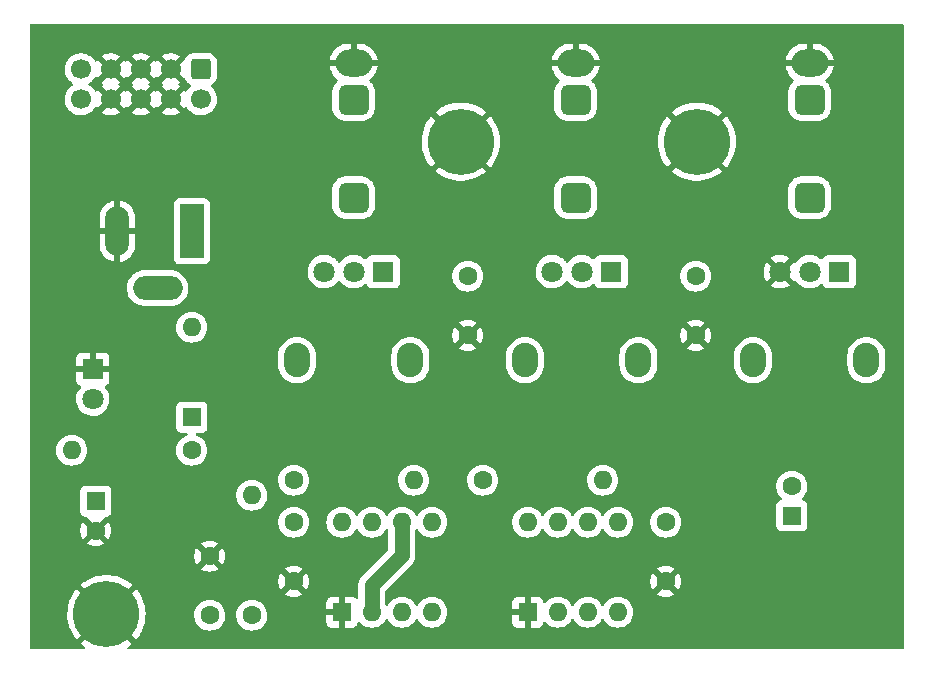
<source format=gtl>
%TF.GenerationSoftware,KiCad,Pcbnew,(6.0.6-0)*%
%TF.CreationDate,2022-11-02T10:03:16+00:00*%
%TF.ProjectId,atari-punk,61746172-692d-4707-956e-6b2e6b696361,r03*%
%TF.SameCoordinates,Original*%
%TF.FileFunction,Copper,L1,Top*%
%TF.FilePolarity,Positive*%
%FSLAX46Y46*%
G04 Gerber Fmt 4.6, Leading zero omitted, Abs format (unit mm)*
G04 Created by KiCad (PCBNEW (6.0.6-0)) date 2022-11-02 10:03:16*
%MOMM*%
%LPD*%
G01*
G04 APERTURE LIST*
G04 Aperture macros list*
%AMRoundRect*
0 Rectangle with rounded corners*
0 $1 Rounding radius*
0 $2 $3 $4 $5 $6 $7 $8 $9 X,Y pos of 4 corners*
0 Add a 4 corners polygon primitive as box body*
4,1,4,$2,$3,$4,$5,$6,$7,$8,$9,$2,$3,0*
0 Add four circle primitives for the rounded corners*
1,1,$1+$1,$2,$3*
1,1,$1+$1,$4,$5*
1,1,$1+$1,$6,$7*
1,1,$1+$1,$8,$9*
0 Add four rect primitives between the rounded corners*
20,1,$1+$1,$2,$3,$4,$5,0*
20,1,$1+$1,$4,$5,$6,$7,0*
20,1,$1+$1,$6,$7,$8,$9,0*
20,1,$1+$1,$8,$9,$2,$3,0*%
G04 Aperture macros list end*
%TA.AperFunction,ComponentPad*%
%ADD10C,1.600000*%
%TD*%
%TA.AperFunction,ComponentPad*%
%ADD11R,1.800000X1.800000*%
%TD*%
%TA.AperFunction,ComponentPad*%
%ADD12C,1.800000*%
%TD*%
%TA.AperFunction,ComponentPad*%
%ADD13R,1.600000X1.600000*%
%TD*%
%TA.AperFunction,ComponentPad*%
%ADD14O,1.600000X1.600000*%
%TD*%
%TA.AperFunction,ComponentPad*%
%ADD15C,5.600000*%
%TD*%
%TA.AperFunction,ComponentPad*%
%ADD16RoundRect,0.250000X-0.600000X0.600000X-0.600000X-0.600000X0.600000X-0.600000X0.600000X0.600000X0*%
%TD*%
%TA.AperFunction,ComponentPad*%
%ADD17C,1.700000*%
%TD*%
%TA.AperFunction,ComponentPad*%
%ADD18O,2.200000X2.900000*%
%TD*%
%TA.AperFunction,ComponentPad*%
%ADD19R,2.000000X4.600000*%
%TD*%
%TA.AperFunction,ComponentPad*%
%ADD20O,2.000000X4.200000*%
%TD*%
%TA.AperFunction,ComponentPad*%
%ADD21O,4.200000X2.000000*%
%TD*%
%TA.AperFunction,ComponentPad*%
%ADD22O,3.100000X2.300000*%
%TD*%
%TA.AperFunction,ComponentPad*%
%ADD23RoundRect,0.650000X0.650000X0.650000X-0.650000X0.650000X-0.650000X-0.650000X0.650000X-0.650000X0*%
%TD*%
%TA.AperFunction,Conductor*%
%ADD24C,1.270000*%
%TD*%
G04 APERTURE END LIST*
D10*
%TO.P,C2,1*%
%TO.N,Net-(C2-Pad1)*%
X133096000Y-56388000D03*
%TO.P,C2,2*%
%TO.N,GND*%
X133096000Y-61388000D03*
%TD*%
D11*
%TO.P,D2,1,K*%
%TO.N,GND*%
X101346000Y-64262000D03*
D12*
%TO.P,D2,2,A*%
%TO.N,Net-(D2-Pad2)*%
X101346000Y-66802000D03*
%TD*%
D13*
%TO.P,C3,1*%
%TO.N,VCC*%
X101600000Y-75438000D03*
D10*
%TO.P,C3,2*%
%TO.N,GND*%
X101600000Y-77938000D03*
%TD*%
D13*
%TO.P,U2,1,GND*%
%TO.N,GND*%
X138176000Y-84836000D03*
D14*
%TO.P,U2,2,TR*%
%TO.N,Net-(U1-Pad3)*%
X140716000Y-84836000D03*
%TO.P,U2,3,Q*%
%TO.N,Net-(C7-Pad1)*%
X143256000Y-84836000D03*
%TO.P,U2,4,R*%
%TO.N,VCC*%
X145796000Y-84836000D03*
%TO.P,U2,5,CV*%
%TO.N,Net-(J5-PadT)*%
X145796000Y-77216000D03*
%TO.P,U2,6,THR*%
%TO.N,Net-(C6-Pad1)*%
X143256000Y-77216000D03*
%TO.P,U2,7,DIS*%
X140716000Y-77216000D03*
%TO.P,U2,8,VCC*%
%TO.N,VCC*%
X138176000Y-77216000D03*
%TD*%
D15*
%TO.P,H1,1,1*%
%TO.N,GND*%
X132500000Y-45000000D03*
%TD*%
D10*
%TO.P,C1,1*%
%TO.N,Net-(C1-Pad1)*%
X111252000Y-85090000D03*
%TO.P,C1,2*%
%TO.N,GND*%
X111252000Y-80090000D03*
%TD*%
%TO.P,R1,1*%
%TO.N,VCC*%
X109728000Y-71120000D03*
D14*
%TO.P,R1,2*%
%TO.N,Net-(D2-Pad2)*%
X99568000Y-71120000D03*
%TD*%
D13*
%TO.P,D1,1,K*%
%TO.N,VCC*%
X109728000Y-68326000D03*
D14*
%TO.P,D1,2,A*%
%TO.N,Net-(D1-Pad2)*%
X109728000Y-60706000D03*
%TD*%
D16*
%TO.P,J2,1,-12V*%
%TO.N,unconnected-(J2-Pad1)*%
X110490000Y-38862000D03*
D17*
%TO.P,J2,2,-12V*%
X110490000Y-41402000D03*
%TO.P,J2,3,GND*%
%TO.N,GND*%
X107950000Y-38862000D03*
%TO.P,J2,4,GND*%
X107950000Y-41402000D03*
%TO.P,J2,5,GND*%
X105410000Y-38862000D03*
%TO.P,J2,6,GND*%
X105410000Y-41402000D03*
%TO.P,J2,7,GND*%
X102870000Y-38862000D03*
%TO.P,J2,8,GND*%
X102870000Y-41402000D03*
%TO.P,J2,9,+12V*%
%TO.N,Net-(D1-Pad2)*%
X100330000Y-38862000D03*
%TO.P,J2,10,+12V*%
X100330000Y-41402000D03*
%TD*%
D15*
%TO.P,H2,1,1*%
%TO.N,GND*%
X102500000Y-85000000D03*
%TD*%
D18*
%TO.P,RV3,*%
%TO.N,*%
X157252000Y-63500000D03*
X166852000Y-63500000D03*
D11*
%TO.P,RV3,1,1*%
%TO.N,Net-(C7-Pad2)*%
X164552000Y-56000000D03*
D12*
%TO.P,RV3,2,2*%
%TO.N,Net-(J7-PadT)*%
X162052000Y-56000000D03*
%TO.P,RV3,3,3*%
%TO.N,GND*%
X159552000Y-56000000D03*
%TD*%
D10*
%TO.P,R4,1*%
%TO.N,VCC*%
X134366000Y-73660000D03*
D14*
%TO.P,R4,2*%
%TO.N,Net-(R4-Pad2)*%
X144526000Y-73660000D03*
%TD*%
D13*
%TO.P,C7,1*%
%TO.N,Net-(C7-Pad1)*%
X160528000Y-76668000D03*
D10*
%TO.P,C7,2*%
%TO.N,Net-(C7-Pad2)*%
X160528000Y-74168000D03*
%TD*%
D18*
%TO.P,RV1,*%
%TO.N,*%
X128244000Y-63500000D03*
X118644000Y-63500000D03*
D11*
%TO.P,RV1,1,1*%
%TO.N,Net-(R3-Pad2)*%
X125944000Y-56000000D03*
D12*
%TO.P,RV1,2,2*%
X123444000Y-56000000D03*
%TO.P,RV1,3,3*%
%TO.N,Net-(R2-Pad2)*%
X120944000Y-56000000D03*
%TD*%
D19*
%TO.P,J1,1*%
%TO.N,Net-(D1-Pad2)*%
X109728000Y-52578000D03*
D20*
%TO.P,J1,2*%
%TO.N,GND*%
X103428000Y-52578000D03*
D21*
%TO.P,J1,3*%
%TO.N,unconnected-(J1-Pad3)*%
X106828000Y-57378000D03*
%TD*%
D18*
%TO.P,RV2,*%
%TO.N,*%
X147548000Y-63500000D03*
X137948000Y-63500000D03*
D11*
%TO.P,RV2,1,1*%
%TO.N,Net-(R4-Pad2)*%
X145248000Y-56000000D03*
D12*
%TO.P,RV2,2,2*%
X142748000Y-56000000D03*
%TO.P,RV2,3,3*%
%TO.N,Net-(C6-Pad1)*%
X140248000Y-56000000D03*
%TD*%
D15*
%TO.P,H3,1,1*%
%TO.N,GND*%
X152500000Y-45000000D03*
%TD*%
D10*
%TO.P,C6,1*%
%TO.N,Net-(C6-Pad1)*%
X149860000Y-77216000D03*
%TO.P,C6,2*%
%TO.N,GND*%
X149860000Y-82216000D03*
%TD*%
D22*
%TO.P,J3,S*%
%TO.N,GND*%
X123444000Y-38348000D03*
D23*
%TO.P,J3,T*%
%TO.N,Net-(J3-PadT)*%
X123444000Y-49748000D03*
%TO.P,J3,TN*%
%TO.N,Net-(C2-Pad1)*%
X123444000Y-41448000D03*
%TD*%
D10*
%TO.P,R2,1*%
%TO.N,Net-(C1-Pad1)*%
X114808000Y-85090000D03*
D14*
%TO.P,R2,2*%
%TO.N,Net-(R2-Pad2)*%
X114808000Y-74930000D03*
%TD*%
D10*
%TO.P,C4,1*%
%TO.N,VCC*%
X118364000Y-77216000D03*
%TO.P,C4,2*%
%TO.N,GND*%
X118364000Y-82216000D03*
%TD*%
D22*
%TO.P,J5,S*%
%TO.N,GND*%
X142240000Y-38348000D03*
D23*
%TO.P,J5,T*%
%TO.N,Net-(J5-PadT)*%
X142240000Y-49748000D03*
%TO.P,J5,TN*%
%TO.N,Net-(C5-Pad1)*%
X142240000Y-41448000D03*
%TD*%
D10*
%TO.P,C5,1*%
%TO.N,Net-(C5-Pad1)*%
X152400000Y-56388000D03*
%TO.P,C5,2*%
%TO.N,GND*%
X152400000Y-61388000D03*
%TD*%
%TO.P,R3,1*%
%TO.N,VCC*%
X118364000Y-73660000D03*
D14*
%TO.P,R3,2*%
%TO.N,Net-(R3-Pad2)*%
X128524000Y-73660000D03*
%TD*%
D13*
%TO.P,U1,1,GND*%
%TO.N,GND*%
X122438000Y-84836000D03*
D14*
%TO.P,U1,2,TR*%
%TO.N,Net-(C1-Pad1)*%
X124978000Y-84836000D03*
%TO.P,U1,3,Q*%
%TO.N,Net-(U1-Pad3)*%
X127518000Y-84836000D03*
%TO.P,U1,4,R*%
%TO.N,VCC*%
X130058000Y-84836000D03*
%TO.P,U1,5,CV*%
%TO.N,Net-(J3-PadT)*%
X130058000Y-77216000D03*
%TO.P,U1,6,THR*%
%TO.N,Net-(C1-Pad1)*%
X127518000Y-77216000D03*
%TO.P,U1,7,DIS*%
%TO.N,Net-(R2-Pad2)*%
X124978000Y-77216000D03*
%TO.P,U1,8,VCC*%
%TO.N,VCC*%
X122438000Y-77216000D03*
%TD*%
D22*
%TO.P,J7,S*%
%TO.N,GND*%
X162052000Y-38348000D03*
D23*
%TO.P,J7,T*%
%TO.N,Net-(J7-PadT)*%
X162052000Y-49748000D03*
%TO.P,J7,TN*%
%TO.N,unconnected-(J7-PadTN)*%
X162052000Y-41448000D03*
%TD*%
D24*
%TO.N,Net-(C1-Pad1)*%
X124978000Y-84836000D02*
X124978000Y-82540000D01*
X124978000Y-82540000D02*
X127518000Y-80000000D01*
X127518000Y-80000000D02*
X127518000Y-77216000D01*
%TD*%
%TA.AperFunction,Conductor*%
%TO.N,GND*%
G36*
X169933621Y-35028502D02*
G01*
X169980114Y-35082158D01*
X169991500Y-35134500D01*
X169991500Y-87865500D01*
X169971498Y-87933621D01*
X169917842Y-87980114D01*
X169865500Y-87991500D01*
X104400142Y-87991500D01*
X104332021Y-87971498D01*
X104285528Y-87917842D01*
X104275424Y-87847568D01*
X104304918Y-87782988D01*
X104335816Y-87757157D01*
X104339999Y-87754674D01*
X104345659Y-87750884D01*
X104626732Y-87539849D01*
X104631958Y-87535464D01*
X104641613Y-87526428D01*
X104649682Y-87512750D01*
X104649654Y-87512024D01*
X104644512Y-87503723D01*
X102512810Y-85372020D01*
X102498869Y-85364408D01*
X102497034Y-85364539D01*
X102490420Y-85368790D01*
X100356774Y-87502437D01*
X100349160Y-87516381D01*
X100349237Y-87517470D01*
X100351698Y-87521206D01*
X100625632Y-87731404D01*
X100631262Y-87735259D01*
X100668398Y-87757838D01*
X100716213Y-87810319D01*
X100728065Y-87880319D01*
X100700189Y-87945615D01*
X100641438Y-87985474D01*
X100602939Y-87991500D01*
X96134500Y-87991500D01*
X96066379Y-87971498D01*
X96019886Y-87917842D01*
X96008500Y-87865500D01*
X96008500Y-84991832D01*
X99187333Y-84991832D01*
X99205117Y-85342893D01*
X99205827Y-85349649D01*
X99261420Y-85696723D01*
X99262859Y-85703378D01*
X99355608Y-86042410D01*
X99357757Y-86048871D01*
X99486581Y-86375912D01*
X99489412Y-86382095D01*
X99652803Y-86693310D01*
X99656286Y-86699152D01*
X99852330Y-86990896D01*
X99856433Y-86996340D01*
X99976425Y-87138836D01*
X99989164Y-87147279D01*
X99999608Y-87141181D01*
X102127980Y-85012810D01*
X102134357Y-85001131D01*
X102864408Y-85001131D01*
X102864539Y-85002966D01*
X102868790Y-85009580D01*
X104999009Y-87139798D01*
X105012605Y-87147223D01*
X105022218Y-87140522D01*
X105122518Y-87023912D01*
X105126676Y-87018514D01*
X105325762Y-86728840D01*
X105329310Y-86723029D01*
X105495942Y-86413559D01*
X105498849Y-86407381D01*
X105631090Y-86081713D01*
X105633304Y-86075283D01*
X105729598Y-85737237D01*
X105731105Y-85730607D01*
X105790332Y-85384118D01*
X105791112Y-85377378D01*
X105808688Y-85090000D01*
X109938502Y-85090000D01*
X109958457Y-85318087D01*
X109959881Y-85323400D01*
X109959881Y-85323402D01*
X110003922Y-85487762D01*
X110017716Y-85539243D01*
X110020039Y-85544224D01*
X110020039Y-85544225D01*
X110112151Y-85741762D01*
X110112154Y-85741767D01*
X110114477Y-85746749D01*
X110245802Y-85934300D01*
X110407700Y-86096198D01*
X110412208Y-86099355D01*
X110412211Y-86099357D01*
X110462369Y-86134478D01*
X110595251Y-86227523D01*
X110600233Y-86229846D01*
X110600238Y-86229849D01*
X110797775Y-86321961D01*
X110802757Y-86324284D01*
X110808065Y-86325706D01*
X110808067Y-86325707D01*
X111018598Y-86382119D01*
X111018600Y-86382119D01*
X111023913Y-86383543D01*
X111252000Y-86403498D01*
X111480087Y-86383543D01*
X111485400Y-86382119D01*
X111485402Y-86382119D01*
X111695933Y-86325707D01*
X111695935Y-86325706D01*
X111701243Y-86324284D01*
X111706225Y-86321961D01*
X111903762Y-86229849D01*
X111903767Y-86229846D01*
X111908749Y-86227523D01*
X112041631Y-86134478D01*
X112091789Y-86099357D01*
X112091792Y-86099355D01*
X112096300Y-86096198D01*
X112258198Y-85934300D01*
X112389523Y-85746749D01*
X112391846Y-85741767D01*
X112391849Y-85741762D01*
X112483961Y-85544225D01*
X112483961Y-85544224D01*
X112486284Y-85539243D01*
X112500079Y-85487762D01*
X112544119Y-85323402D01*
X112544119Y-85323400D01*
X112545543Y-85318087D01*
X112565498Y-85090000D01*
X113494502Y-85090000D01*
X113514457Y-85318087D01*
X113515881Y-85323400D01*
X113515881Y-85323402D01*
X113559922Y-85487762D01*
X113573716Y-85539243D01*
X113576039Y-85544224D01*
X113576039Y-85544225D01*
X113668151Y-85741762D01*
X113668154Y-85741767D01*
X113670477Y-85746749D01*
X113801802Y-85934300D01*
X113963700Y-86096198D01*
X113968208Y-86099355D01*
X113968211Y-86099357D01*
X114018369Y-86134478D01*
X114151251Y-86227523D01*
X114156233Y-86229846D01*
X114156238Y-86229849D01*
X114353775Y-86321961D01*
X114358757Y-86324284D01*
X114364065Y-86325706D01*
X114364067Y-86325707D01*
X114574598Y-86382119D01*
X114574600Y-86382119D01*
X114579913Y-86383543D01*
X114808000Y-86403498D01*
X115036087Y-86383543D01*
X115041400Y-86382119D01*
X115041402Y-86382119D01*
X115251933Y-86325707D01*
X115251935Y-86325706D01*
X115257243Y-86324284D01*
X115262225Y-86321961D01*
X115459762Y-86229849D01*
X115459767Y-86229846D01*
X115464749Y-86227523D01*
X115597631Y-86134478D01*
X115647789Y-86099357D01*
X115647792Y-86099355D01*
X115652300Y-86096198D01*
X115814198Y-85934300D01*
X115945523Y-85746749D01*
X115947846Y-85741767D01*
X115947849Y-85741762D01*
X115976337Y-85680669D01*
X121130001Y-85680669D01*
X121130371Y-85687490D01*
X121135895Y-85738352D01*
X121139521Y-85753604D01*
X121184676Y-85874054D01*
X121193214Y-85889649D01*
X121269715Y-85991724D01*
X121282276Y-86004285D01*
X121384351Y-86080786D01*
X121399946Y-86089324D01*
X121520394Y-86134478D01*
X121535649Y-86138105D01*
X121586514Y-86143631D01*
X121593328Y-86144000D01*
X122165885Y-86144000D01*
X122181124Y-86139525D01*
X122182329Y-86138135D01*
X122184000Y-86130452D01*
X122184000Y-85108115D01*
X122179525Y-85092876D01*
X122178135Y-85091671D01*
X122170452Y-85090000D01*
X121148116Y-85090000D01*
X121132877Y-85094475D01*
X121131672Y-85095865D01*
X121130001Y-85103548D01*
X121130001Y-85680669D01*
X115976337Y-85680669D01*
X116039961Y-85544225D01*
X116039961Y-85544224D01*
X116042284Y-85539243D01*
X116056079Y-85487762D01*
X116100119Y-85323402D01*
X116100119Y-85323400D01*
X116101543Y-85318087D01*
X116121498Y-85090000D01*
X116101543Y-84861913D01*
X116042284Y-84640757D01*
X116039876Y-84635592D01*
X116006439Y-84563885D01*
X121130000Y-84563885D01*
X121134475Y-84579124D01*
X121135865Y-84580329D01*
X121143548Y-84582000D01*
X122165885Y-84582000D01*
X122181124Y-84577525D01*
X122182329Y-84576135D01*
X122184000Y-84568452D01*
X122184000Y-83546116D01*
X122179525Y-83530877D01*
X122178135Y-83529672D01*
X122170452Y-83528001D01*
X121593331Y-83528001D01*
X121586510Y-83528371D01*
X121535648Y-83533895D01*
X121520396Y-83537521D01*
X121399946Y-83582676D01*
X121384351Y-83591214D01*
X121282276Y-83667715D01*
X121269715Y-83680276D01*
X121193214Y-83782351D01*
X121184676Y-83797946D01*
X121139522Y-83918394D01*
X121135895Y-83933649D01*
X121130369Y-83984514D01*
X121130000Y-83991328D01*
X121130000Y-84563885D01*
X116006439Y-84563885D01*
X115947849Y-84438238D01*
X115947846Y-84438233D01*
X115945523Y-84433251D01*
X115846060Y-84291203D01*
X115817357Y-84250211D01*
X115817355Y-84250208D01*
X115814198Y-84245700D01*
X115652300Y-84083802D01*
X115647792Y-84080645D01*
X115647789Y-84080643D01*
X115533224Y-84000424D01*
X115464749Y-83952477D01*
X115459767Y-83950154D01*
X115459762Y-83950151D01*
X115262225Y-83858039D01*
X115262224Y-83858039D01*
X115257243Y-83855716D01*
X115251935Y-83854294D01*
X115251933Y-83854293D01*
X115041402Y-83797881D01*
X115041400Y-83797881D01*
X115036087Y-83796457D01*
X114808000Y-83776502D01*
X114579913Y-83796457D01*
X114574600Y-83797881D01*
X114574598Y-83797881D01*
X114364067Y-83854293D01*
X114364065Y-83854294D01*
X114358757Y-83855716D01*
X114353776Y-83858039D01*
X114353775Y-83858039D01*
X114156238Y-83950151D01*
X114156233Y-83950154D01*
X114151251Y-83952477D01*
X114082776Y-84000424D01*
X113968211Y-84080643D01*
X113968208Y-84080645D01*
X113963700Y-84083802D01*
X113801802Y-84245700D01*
X113798645Y-84250208D01*
X113798643Y-84250211D01*
X113769940Y-84291203D01*
X113670477Y-84433251D01*
X113668154Y-84438233D01*
X113668151Y-84438238D01*
X113576124Y-84635592D01*
X113573716Y-84640757D01*
X113514457Y-84861913D01*
X113494502Y-85090000D01*
X112565498Y-85090000D01*
X112545543Y-84861913D01*
X112486284Y-84640757D01*
X112483876Y-84635592D01*
X112391849Y-84438238D01*
X112391846Y-84438233D01*
X112389523Y-84433251D01*
X112290060Y-84291203D01*
X112261357Y-84250211D01*
X112261355Y-84250208D01*
X112258198Y-84245700D01*
X112096300Y-84083802D01*
X112091792Y-84080645D01*
X112091789Y-84080643D01*
X111977224Y-84000424D01*
X111908749Y-83952477D01*
X111903767Y-83950154D01*
X111903762Y-83950151D01*
X111706225Y-83858039D01*
X111706224Y-83858039D01*
X111701243Y-83855716D01*
X111695935Y-83854294D01*
X111695933Y-83854293D01*
X111485402Y-83797881D01*
X111485400Y-83797881D01*
X111480087Y-83796457D01*
X111252000Y-83776502D01*
X111023913Y-83796457D01*
X111018600Y-83797881D01*
X111018598Y-83797881D01*
X110808067Y-83854293D01*
X110808065Y-83854294D01*
X110802757Y-83855716D01*
X110797776Y-83858039D01*
X110797775Y-83858039D01*
X110600238Y-83950151D01*
X110600233Y-83950154D01*
X110595251Y-83952477D01*
X110526776Y-84000424D01*
X110412211Y-84080643D01*
X110412208Y-84080645D01*
X110407700Y-84083802D01*
X110245802Y-84245700D01*
X110242645Y-84250208D01*
X110242643Y-84250211D01*
X110213940Y-84291203D01*
X110114477Y-84433251D01*
X110112154Y-84438233D01*
X110112151Y-84438238D01*
X110020124Y-84635592D01*
X110017716Y-84640757D01*
X109958457Y-84861913D01*
X109938502Y-85090000D01*
X105808688Y-85090000D01*
X105812668Y-85024925D01*
X105812784Y-85021323D01*
X105812853Y-85001819D01*
X105812761Y-84998194D01*
X105793666Y-84645615D01*
X105792931Y-84638849D01*
X105736130Y-84291985D01*
X105734663Y-84285313D01*
X105640736Y-83946627D01*
X105638562Y-83940163D01*
X105508598Y-83613578D01*
X105505742Y-83607398D01*
X105344075Y-83302062D01*
X117642493Y-83302062D01*
X117651789Y-83314077D01*
X117702994Y-83349931D01*
X117712489Y-83355414D01*
X117909947Y-83447490D01*
X117920239Y-83451236D01*
X118130688Y-83507625D01*
X118141481Y-83509528D01*
X118358525Y-83528517D01*
X118369475Y-83528517D01*
X118586519Y-83509528D01*
X118597312Y-83507625D01*
X118807761Y-83451236D01*
X118818053Y-83447490D01*
X119015511Y-83355414D01*
X119025006Y-83349931D01*
X119077048Y-83313491D01*
X119085424Y-83303012D01*
X119078356Y-83289566D01*
X118376812Y-82588022D01*
X118362868Y-82580408D01*
X118361035Y-82580539D01*
X118354420Y-82584790D01*
X117648923Y-83290287D01*
X117642493Y-83302062D01*
X105344075Y-83302062D01*
X105341269Y-83296763D01*
X105337769Y-83290937D01*
X105140697Y-82999862D01*
X105136590Y-82994453D01*
X105023565Y-82861179D01*
X105010740Y-82852743D01*
X105000416Y-82858795D01*
X102872020Y-84987190D01*
X102864408Y-85001131D01*
X102134357Y-85001131D01*
X102135592Y-84998869D01*
X102135461Y-84997034D01*
X102131210Y-84990420D01*
X100000992Y-82860203D01*
X99987455Y-82852811D01*
X99977753Y-82859599D01*
X99870430Y-82985257D01*
X99866296Y-82990664D01*
X99668215Y-83281041D01*
X99664697Y-83286851D01*
X99499134Y-83596922D01*
X99496259Y-83603087D01*
X99365155Y-83929218D01*
X99362962Y-83935658D01*
X99267846Y-84274044D01*
X99266363Y-84280679D01*
X99208350Y-84627354D01*
X99207591Y-84634126D01*
X99187357Y-84985037D01*
X99187333Y-84991832D01*
X96008500Y-84991832D01*
X96008500Y-82486862D01*
X100349950Y-82486862D01*
X100349986Y-82487704D01*
X100355037Y-82495826D01*
X102487190Y-84627980D01*
X102501131Y-84635592D01*
X102502966Y-84635461D01*
X102509580Y-84631210D01*
X104642798Y-82497991D01*
X104650412Y-82484047D01*
X104650344Y-82483089D01*
X104645836Y-82476272D01*
X104644418Y-82475065D01*
X104364813Y-82262064D01*
X104359187Y-82258240D01*
X104298241Y-82221475D01*
X117051483Y-82221475D01*
X117070472Y-82438519D01*
X117072375Y-82449312D01*
X117128764Y-82659761D01*
X117132510Y-82670053D01*
X117224586Y-82867511D01*
X117230069Y-82877006D01*
X117266509Y-82929048D01*
X117276988Y-82937424D01*
X117290434Y-82930356D01*
X117991978Y-82228812D01*
X117998356Y-82217132D01*
X118728408Y-82217132D01*
X118728539Y-82218965D01*
X118732790Y-82225580D01*
X119438287Y-82931077D01*
X119450062Y-82937507D01*
X119462077Y-82928211D01*
X119497931Y-82877006D01*
X119503414Y-82867511D01*
X119595490Y-82670053D01*
X119599236Y-82659761D01*
X119655625Y-82449312D01*
X119657528Y-82438519D01*
X119676517Y-82221475D01*
X119676517Y-82210525D01*
X119657528Y-81993481D01*
X119655625Y-81982688D01*
X119599236Y-81772239D01*
X119595490Y-81761947D01*
X119503414Y-81564489D01*
X119497931Y-81554994D01*
X119461491Y-81502952D01*
X119451012Y-81494576D01*
X119437566Y-81501644D01*
X118736022Y-82203188D01*
X118728408Y-82217132D01*
X117998356Y-82217132D01*
X117999592Y-82214868D01*
X117999461Y-82213035D01*
X117995210Y-82206420D01*
X117289713Y-81500923D01*
X117277938Y-81494493D01*
X117265923Y-81503789D01*
X117230069Y-81554994D01*
X117224586Y-81564489D01*
X117132510Y-81761947D01*
X117128764Y-81772239D01*
X117072375Y-81982688D01*
X117070472Y-81993481D01*
X117051483Y-82210525D01*
X117051483Y-82221475D01*
X104298241Y-82221475D01*
X104058214Y-82076681D01*
X104052202Y-82073484D01*
X103733370Y-81925487D01*
X103727070Y-81922967D01*
X103394129Y-81810273D01*
X103387551Y-81808437D01*
X103044417Y-81732367D01*
X103037678Y-81731251D01*
X102688310Y-81692680D01*
X102681529Y-81692301D01*
X102330015Y-81691687D01*
X102323242Y-81692042D01*
X101973720Y-81729395D01*
X101967010Y-81730482D01*
X101623586Y-81805361D01*
X101617011Y-81807172D01*
X101283683Y-81918702D01*
X101277361Y-81921205D01*
X100958034Y-82068079D01*
X100951991Y-82071265D01*
X100650401Y-82251763D01*
X100644755Y-82255571D01*
X100364408Y-82467596D01*
X100359211Y-82471987D01*
X100357972Y-82473155D01*
X100349950Y-82486862D01*
X96008500Y-82486862D01*
X96008500Y-81176062D01*
X110530493Y-81176062D01*
X110539789Y-81188077D01*
X110590994Y-81223931D01*
X110600489Y-81229414D01*
X110797947Y-81321490D01*
X110808239Y-81325236D01*
X111018688Y-81381625D01*
X111029481Y-81383528D01*
X111246525Y-81402517D01*
X111257475Y-81402517D01*
X111474519Y-81383528D01*
X111485312Y-81381625D01*
X111695761Y-81325236D01*
X111706053Y-81321490D01*
X111903511Y-81229414D01*
X111913006Y-81223931D01*
X111965048Y-81187491D01*
X111973424Y-81177012D01*
X111966356Y-81163566D01*
X111931778Y-81128988D01*
X117642576Y-81128988D01*
X117649644Y-81142434D01*
X118351188Y-81843978D01*
X118365132Y-81851592D01*
X118366965Y-81851461D01*
X118373580Y-81847210D01*
X119079077Y-81141713D01*
X119085507Y-81129938D01*
X119076211Y-81117923D01*
X119025006Y-81082069D01*
X119015511Y-81076586D01*
X118818053Y-80984510D01*
X118807761Y-80980764D01*
X118597312Y-80924375D01*
X118586519Y-80922472D01*
X118369475Y-80903483D01*
X118358525Y-80903483D01*
X118141481Y-80922472D01*
X118130688Y-80924375D01*
X117920239Y-80980764D01*
X117909947Y-80984510D01*
X117712489Y-81076586D01*
X117702994Y-81082069D01*
X117650952Y-81118509D01*
X117642576Y-81128988D01*
X111931778Y-81128988D01*
X111264812Y-80462022D01*
X111250868Y-80454408D01*
X111249035Y-80454539D01*
X111242420Y-80458790D01*
X110536923Y-81164287D01*
X110530493Y-81176062D01*
X96008500Y-81176062D01*
X96008500Y-80095475D01*
X109939483Y-80095475D01*
X109958472Y-80312519D01*
X109960375Y-80323312D01*
X110016764Y-80533761D01*
X110020510Y-80544053D01*
X110112586Y-80741511D01*
X110118069Y-80751006D01*
X110154509Y-80803048D01*
X110164988Y-80811424D01*
X110178434Y-80804356D01*
X110879978Y-80102812D01*
X110886356Y-80091132D01*
X111616408Y-80091132D01*
X111616539Y-80092965D01*
X111620790Y-80099580D01*
X112326287Y-80805077D01*
X112338062Y-80811507D01*
X112350077Y-80802211D01*
X112385931Y-80751006D01*
X112391414Y-80741511D01*
X112483490Y-80544053D01*
X112487236Y-80533761D01*
X112543625Y-80323312D01*
X112545528Y-80312519D01*
X112564517Y-80095475D01*
X112564517Y-80084525D01*
X112545528Y-79867481D01*
X112543625Y-79856688D01*
X112487236Y-79646239D01*
X112483490Y-79635947D01*
X112391414Y-79438489D01*
X112385931Y-79428994D01*
X112349491Y-79376952D01*
X112339012Y-79368576D01*
X112325566Y-79375644D01*
X111624022Y-80077188D01*
X111616408Y-80091132D01*
X110886356Y-80091132D01*
X110887592Y-80088868D01*
X110887461Y-80087035D01*
X110883210Y-80080420D01*
X110177713Y-79374923D01*
X110165938Y-79368493D01*
X110153923Y-79377789D01*
X110118069Y-79428994D01*
X110112586Y-79438489D01*
X110020510Y-79635947D01*
X110016764Y-79646239D01*
X109960375Y-79856688D01*
X109958472Y-79867481D01*
X109939483Y-80084525D01*
X109939483Y-80095475D01*
X96008500Y-80095475D01*
X96008500Y-79024062D01*
X100878493Y-79024062D01*
X100887789Y-79036077D01*
X100938994Y-79071931D01*
X100948489Y-79077414D01*
X101145947Y-79169490D01*
X101156239Y-79173236D01*
X101366688Y-79229625D01*
X101377481Y-79231528D01*
X101594525Y-79250517D01*
X101605475Y-79250517D01*
X101822519Y-79231528D01*
X101833312Y-79229625D01*
X102043761Y-79173236D01*
X102054053Y-79169490D01*
X102251511Y-79077414D01*
X102261006Y-79071931D01*
X102313048Y-79035491D01*
X102321424Y-79025012D01*
X102314356Y-79011566D01*
X102305778Y-79002988D01*
X110530576Y-79002988D01*
X110537644Y-79016434D01*
X111239188Y-79717978D01*
X111253132Y-79725592D01*
X111254965Y-79725461D01*
X111261580Y-79721210D01*
X111967077Y-79015713D01*
X111973507Y-79003938D01*
X111964211Y-78991923D01*
X111913006Y-78956069D01*
X111903511Y-78950586D01*
X111706053Y-78858510D01*
X111695761Y-78854764D01*
X111485312Y-78798375D01*
X111474519Y-78796472D01*
X111257475Y-78777483D01*
X111246525Y-78777483D01*
X111029481Y-78796472D01*
X111018688Y-78798375D01*
X110808239Y-78854764D01*
X110797947Y-78858510D01*
X110600489Y-78950586D01*
X110590994Y-78956069D01*
X110538952Y-78992509D01*
X110530576Y-79002988D01*
X102305778Y-79002988D01*
X101612812Y-78310022D01*
X101598868Y-78302408D01*
X101597035Y-78302539D01*
X101590420Y-78306790D01*
X100884923Y-79012287D01*
X100878493Y-79024062D01*
X96008500Y-79024062D01*
X96008500Y-77943475D01*
X100287483Y-77943475D01*
X100306472Y-78160519D01*
X100308375Y-78171312D01*
X100364764Y-78381761D01*
X100368510Y-78392053D01*
X100460586Y-78589511D01*
X100466069Y-78599006D01*
X100502509Y-78651048D01*
X100512988Y-78659424D01*
X100526434Y-78652356D01*
X101227978Y-77950812D01*
X101234356Y-77939132D01*
X101964408Y-77939132D01*
X101964539Y-77940965D01*
X101968790Y-77947580D01*
X102674287Y-78653077D01*
X102686062Y-78659507D01*
X102698077Y-78650211D01*
X102733931Y-78599006D01*
X102739414Y-78589511D01*
X102831490Y-78392053D01*
X102835236Y-78381761D01*
X102891625Y-78171312D01*
X102893528Y-78160519D01*
X102912517Y-77943475D01*
X102912517Y-77932525D01*
X102893528Y-77715481D01*
X102891625Y-77704688D01*
X102835236Y-77494239D01*
X102831490Y-77483947D01*
X102739414Y-77286489D01*
X102733931Y-77276994D01*
X102697491Y-77224952D01*
X102687012Y-77216576D01*
X102673566Y-77223644D01*
X101972022Y-77925188D01*
X101964408Y-77939132D01*
X101234356Y-77939132D01*
X101235592Y-77936868D01*
X101235461Y-77935035D01*
X101231210Y-77928420D01*
X100525713Y-77222923D01*
X100513938Y-77216493D01*
X100501923Y-77225789D01*
X100466069Y-77276994D01*
X100460586Y-77286489D01*
X100368510Y-77483947D01*
X100364764Y-77494239D01*
X100308375Y-77704688D01*
X100306472Y-77715481D01*
X100287483Y-77932525D01*
X100287483Y-77943475D01*
X96008500Y-77943475D01*
X96008500Y-76286134D01*
X100291500Y-76286134D01*
X100298255Y-76348316D01*
X100349385Y-76484705D01*
X100436739Y-76601261D01*
X100553295Y-76688615D01*
X100689684Y-76739745D01*
X100733252Y-76744478D01*
X100748486Y-76746133D01*
X100748489Y-76746133D01*
X100751866Y-76746500D01*
X100755185Y-76746500D01*
X100822110Y-76770153D01*
X100857804Y-76816156D01*
X100859734Y-76815141D01*
X100865442Y-76826000D01*
X100865632Y-76826245D01*
X100865653Y-76826403D01*
X100885644Y-76864434D01*
X101587188Y-77565978D01*
X101601132Y-77573592D01*
X101602965Y-77573461D01*
X101609580Y-77569210D01*
X101962790Y-77216000D01*
X117050502Y-77216000D01*
X117070457Y-77444087D01*
X117071881Y-77449400D01*
X117071881Y-77449402D01*
X117081138Y-77483947D01*
X117129716Y-77665243D01*
X117132039Y-77670224D01*
X117132039Y-77670225D01*
X117224151Y-77867762D01*
X117224154Y-77867767D01*
X117226477Y-77872749D01*
X117357802Y-78060300D01*
X117519700Y-78222198D01*
X117524208Y-78225355D01*
X117524211Y-78225357D01*
X117602389Y-78280098D01*
X117707251Y-78353523D01*
X117712233Y-78355846D01*
X117712238Y-78355849D01*
X117789879Y-78392053D01*
X117914757Y-78450284D01*
X117920065Y-78451706D01*
X117920067Y-78451707D01*
X118130598Y-78508119D01*
X118130600Y-78508119D01*
X118135913Y-78509543D01*
X118364000Y-78529498D01*
X118592087Y-78509543D01*
X118597400Y-78508119D01*
X118597402Y-78508119D01*
X118807933Y-78451707D01*
X118807935Y-78451706D01*
X118813243Y-78450284D01*
X118938121Y-78392053D01*
X119015762Y-78355849D01*
X119015767Y-78355846D01*
X119020749Y-78353523D01*
X119125611Y-78280098D01*
X119203789Y-78225357D01*
X119203792Y-78225355D01*
X119208300Y-78222198D01*
X119370198Y-78060300D01*
X119501523Y-77872749D01*
X119503846Y-77867767D01*
X119503849Y-77867762D01*
X119595961Y-77670225D01*
X119595961Y-77670224D01*
X119598284Y-77665243D01*
X119646863Y-77483947D01*
X119656119Y-77449402D01*
X119656119Y-77449400D01*
X119657543Y-77444087D01*
X119677498Y-77216000D01*
X121124502Y-77216000D01*
X121144457Y-77444087D01*
X121145881Y-77449400D01*
X121145881Y-77449402D01*
X121155138Y-77483947D01*
X121203716Y-77665243D01*
X121206039Y-77670224D01*
X121206039Y-77670225D01*
X121298151Y-77867762D01*
X121298154Y-77867767D01*
X121300477Y-77872749D01*
X121431802Y-78060300D01*
X121593700Y-78222198D01*
X121598208Y-78225355D01*
X121598211Y-78225357D01*
X121676389Y-78280098D01*
X121781251Y-78353523D01*
X121786233Y-78355846D01*
X121786238Y-78355849D01*
X121863879Y-78392053D01*
X121988757Y-78450284D01*
X121994065Y-78451706D01*
X121994067Y-78451707D01*
X122204598Y-78508119D01*
X122204600Y-78508119D01*
X122209913Y-78509543D01*
X122438000Y-78529498D01*
X122666087Y-78509543D01*
X122671400Y-78508119D01*
X122671402Y-78508119D01*
X122881933Y-78451707D01*
X122881935Y-78451706D01*
X122887243Y-78450284D01*
X123012121Y-78392053D01*
X123089762Y-78355849D01*
X123089767Y-78355846D01*
X123094749Y-78353523D01*
X123199611Y-78280098D01*
X123277789Y-78225357D01*
X123277792Y-78225355D01*
X123282300Y-78222198D01*
X123444198Y-78060300D01*
X123575523Y-77872749D01*
X123577846Y-77867767D01*
X123577849Y-77867762D01*
X123593805Y-77833543D01*
X123640722Y-77780258D01*
X123708999Y-77760797D01*
X123776959Y-77781339D01*
X123822195Y-77833543D01*
X123838151Y-77867762D01*
X123838154Y-77867767D01*
X123840477Y-77872749D01*
X123971802Y-78060300D01*
X124133700Y-78222198D01*
X124138208Y-78225355D01*
X124138211Y-78225357D01*
X124216389Y-78280098D01*
X124321251Y-78353523D01*
X124326233Y-78355846D01*
X124326238Y-78355849D01*
X124403879Y-78392053D01*
X124528757Y-78450284D01*
X124534065Y-78451706D01*
X124534067Y-78451707D01*
X124744598Y-78508119D01*
X124744600Y-78508119D01*
X124749913Y-78509543D01*
X124978000Y-78529498D01*
X125206087Y-78509543D01*
X125211400Y-78508119D01*
X125211402Y-78508119D01*
X125421933Y-78451707D01*
X125421935Y-78451706D01*
X125427243Y-78450284D01*
X125552121Y-78392053D01*
X125629762Y-78355849D01*
X125629767Y-78355846D01*
X125634749Y-78353523D01*
X125739611Y-78280098D01*
X125817789Y-78225357D01*
X125817792Y-78225355D01*
X125822300Y-78222198D01*
X125984198Y-78060300D01*
X126115523Y-77872749D01*
X126117846Y-77867767D01*
X126117849Y-77867762D01*
X126133805Y-77833543D01*
X126180722Y-77780258D01*
X126248999Y-77760797D01*
X126316959Y-77781339D01*
X126362190Y-77833533D01*
X126362690Y-77834605D01*
X126374500Y-77887865D01*
X126374500Y-79474156D01*
X126354498Y-79542277D01*
X126337595Y-79563251D01*
X124199696Y-81701151D01*
X124193678Y-81706788D01*
X124144981Y-81749494D01*
X124141406Y-81754029D01*
X124141405Y-81754030D01*
X124090202Y-81818982D01*
X124088124Y-81821547D01*
X124035266Y-81885100D01*
X124035262Y-81885105D01*
X124031574Y-81889540D01*
X124028755Y-81894574D01*
X124026686Y-81897584D01*
X124020492Y-81906854D01*
X124018449Y-81909999D01*
X124014872Y-81914537D01*
X124012184Y-81919645D01*
X124012182Y-81919649D01*
X123973688Y-81992816D01*
X123972118Y-81995706D01*
X123928885Y-82072904D01*
X123927028Y-82078376D01*
X123925514Y-82081776D01*
X123921127Y-82091987D01*
X123919705Y-82095421D01*
X123917018Y-82100527D01*
X123915306Y-82106041D01*
X123915305Y-82106043D01*
X123890788Y-82184999D01*
X123889769Y-82188135D01*
X123875961Y-82228812D01*
X123861331Y-82271912D01*
X123860502Y-82277625D01*
X123859659Y-82281138D01*
X123857167Y-82292151D01*
X123856409Y-82295718D01*
X123854696Y-82301234D01*
X123854018Y-82306962D01*
X123854017Y-82306967D01*
X123844297Y-82389098D01*
X123843870Y-82392340D01*
X123831175Y-82479897D01*
X123831402Y-82485665D01*
X123834403Y-82562054D01*
X123834500Y-82567001D01*
X123834500Y-83606564D01*
X123814498Y-83674685D01*
X123760842Y-83721178D01*
X123690568Y-83731282D01*
X123625988Y-83701788D01*
X123607675Y-83682130D01*
X123606287Y-83680278D01*
X123593724Y-83667715D01*
X123491649Y-83591214D01*
X123476054Y-83582676D01*
X123355606Y-83537522D01*
X123340351Y-83533895D01*
X123289486Y-83528369D01*
X123282672Y-83528000D01*
X122710115Y-83528000D01*
X122694876Y-83532475D01*
X122693671Y-83533865D01*
X122692000Y-83541548D01*
X122692000Y-86125884D01*
X122696475Y-86141123D01*
X122697865Y-86142328D01*
X122705548Y-86143999D01*
X123282669Y-86143999D01*
X123289490Y-86143629D01*
X123340352Y-86138105D01*
X123355604Y-86134479D01*
X123476054Y-86089324D01*
X123491649Y-86080786D01*
X123593724Y-86004285D01*
X123606285Y-85991724D01*
X123682786Y-85889649D01*
X123691324Y-85874054D01*
X123736478Y-85753606D01*
X123740104Y-85738357D01*
X123740479Y-85734904D01*
X123741522Y-85732394D01*
X123741932Y-85730669D01*
X123742211Y-85730735D01*
X123767719Y-85669341D01*
X123826080Y-85628912D01*
X123897034Y-85626454D01*
X123958054Y-85662747D01*
X123967344Y-85674240D01*
X123968641Y-85675786D01*
X123971802Y-85680300D01*
X124133700Y-85842198D01*
X124138208Y-85845355D01*
X124138211Y-85845357D01*
X124179195Y-85874054D01*
X124321251Y-85973523D01*
X124326233Y-85975846D01*
X124326238Y-85975849D01*
X124482836Y-86048871D01*
X124528757Y-86070284D01*
X124534065Y-86071706D01*
X124534067Y-86071707D01*
X124744598Y-86128119D01*
X124744600Y-86128119D01*
X124749913Y-86129543D01*
X124978000Y-86149498D01*
X125206087Y-86129543D01*
X125211400Y-86128119D01*
X125211402Y-86128119D01*
X125421933Y-86071707D01*
X125421935Y-86071706D01*
X125427243Y-86070284D01*
X125473164Y-86048871D01*
X125629762Y-85975849D01*
X125629767Y-85975846D01*
X125634749Y-85973523D01*
X125776805Y-85874054D01*
X125817789Y-85845357D01*
X125817792Y-85845355D01*
X125822300Y-85842198D01*
X125984198Y-85680300D01*
X125988442Y-85674240D01*
X126082967Y-85539243D01*
X126115523Y-85492749D01*
X126117846Y-85487767D01*
X126117849Y-85487762D01*
X126133805Y-85453543D01*
X126180722Y-85400258D01*
X126248999Y-85380797D01*
X126316959Y-85401339D01*
X126362195Y-85453543D01*
X126378151Y-85487762D01*
X126378154Y-85487767D01*
X126380477Y-85492749D01*
X126413033Y-85539243D01*
X126507559Y-85674240D01*
X126511802Y-85680300D01*
X126673700Y-85842198D01*
X126678208Y-85845355D01*
X126678211Y-85845357D01*
X126719195Y-85874054D01*
X126861251Y-85973523D01*
X126866233Y-85975846D01*
X126866238Y-85975849D01*
X127022836Y-86048871D01*
X127068757Y-86070284D01*
X127074065Y-86071706D01*
X127074067Y-86071707D01*
X127284598Y-86128119D01*
X127284600Y-86128119D01*
X127289913Y-86129543D01*
X127518000Y-86149498D01*
X127746087Y-86129543D01*
X127751400Y-86128119D01*
X127751402Y-86128119D01*
X127961933Y-86071707D01*
X127961935Y-86071706D01*
X127967243Y-86070284D01*
X128013164Y-86048871D01*
X128169762Y-85975849D01*
X128169767Y-85975846D01*
X128174749Y-85973523D01*
X128316805Y-85874054D01*
X128357789Y-85845357D01*
X128357792Y-85845355D01*
X128362300Y-85842198D01*
X128524198Y-85680300D01*
X128528442Y-85674240D01*
X128622967Y-85539243D01*
X128655523Y-85492749D01*
X128657846Y-85487767D01*
X128657849Y-85487762D01*
X128673805Y-85453543D01*
X128720722Y-85400258D01*
X128788999Y-85380797D01*
X128856959Y-85401339D01*
X128902195Y-85453543D01*
X128918151Y-85487762D01*
X128918154Y-85487767D01*
X128920477Y-85492749D01*
X128953033Y-85539243D01*
X129047559Y-85674240D01*
X129051802Y-85680300D01*
X129213700Y-85842198D01*
X129218208Y-85845355D01*
X129218211Y-85845357D01*
X129259195Y-85874054D01*
X129401251Y-85973523D01*
X129406233Y-85975846D01*
X129406238Y-85975849D01*
X129562836Y-86048871D01*
X129608757Y-86070284D01*
X129614065Y-86071706D01*
X129614067Y-86071707D01*
X129824598Y-86128119D01*
X129824600Y-86128119D01*
X129829913Y-86129543D01*
X130058000Y-86149498D01*
X130286087Y-86129543D01*
X130291400Y-86128119D01*
X130291402Y-86128119D01*
X130501933Y-86071707D01*
X130501935Y-86071706D01*
X130507243Y-86070284D01*
X130553164Y-86048871D01*
X130709762Y-85975849D01*
X130709767Y-85975846D01*
X130714749Y-85973523D01*
X130856805Y-85874054D01*
X130897789Y-85845357D01*
X130897792Y-85845355D01*
X130902300Y-85842198D01*
X131063829Y-85680669D01*
X136868001Y-85680669D01*
X136868371Y-85687490D01*
X136873895Y-85738352D01*
X136877521Y-85753604D01*
X136922676Y-85874054D01*
X136931214Y-85889649D01*
X137007715Y-85991724D01*
X137020276Y-86004285D01*
X137122351Y-86080786D01*
X137137946Y-86089324D01*
X137258394Y-86134478D01*
X137273649Y-86138105D01*
X137324514Y-86143631D01*
X137331328Y-86144000D01*
X137903885Y-86144000D01*
X137919124Y-86139525D01*
X137920329Y-86138135D01*
X137922000Y-86130452D01*
X137922000Y-86125884D01*
X138430000Y-86125884D01*
X138434475Y-86141123D01*
X138435865Y-86142328D01*
X138443548Y-86143999D01*
X139020669Y-86143999D01*
X139027490Y-86143629D01*
X139078352Y-86138105D01*
X139093604Y-86134479D01*
X139214054Y-86089324D01*
X139229649Y-86080786D01*
X139331724Y-86004285D01*
X139344285Y-85991724D01*
X139420786Y-85889649D01*
X139429324Y-85874054D01*
X139474478Y-85753606D01*
X139478104Y-85738357D01*
X139478479Y-85734904D01*
X139479522Y-85732394D01*
X139479932Y-85730669D01*
X139480211Y-85730735D01*
X139505719Y-85669341D01*
X139564080Y-85628912D01*
X139635034Y-85626454D01*
X139696054Y-85662747D01*
X139705344Y-85674240D01*
X139706641Y-85675786D01*
X139709802Y-85680300D01*
X139871700Y-85842198D01*
X139876208Y-85845355D01*
X139876211Y-85845357D01*
X139917195Y-85874054D01*
X140059251Y-85973523D01*
X140064233Y-85975846D01*
X140064238Y-85975849D01*
X140220836Y-86048871D01*
X140266757Y-86070284D01*
X140272065Y-86071706D01*
X140272067Y-86071707D01*
X140482598Y-86128119D01*
X140482600Y-86128119D01*
X140487913Y-86129543D01*
X140716000Y-86149498D01*
X140944087Y-86129543D01*
X140949400Y-86128119D01*
X140949402Y-86128119D01*
X141159933Y-86071707D01*
X141159935Y-86071706D01*
X141165243Y-86070284D01*
X141211164Y-86048871D01*
X141367762Y-85975849D01*
X141367767Y-85975846D01*
X141372749Y-85973523D01*
X141514805Y-85874054D01*
X141555789Y-85845357D01*
X141555792Y-85845355D01*
X141560300Y-85842198D01*
X141722198Y-85680300D01*
X141726442Y-85674240D01*
X141820967Y-85539243D01*
X141853523Y-85492749D01*
X141855846Y-85487767D01*
X141855849Y-85487762D01*
X141871805Y-85453543D01*
X141918722Y-85400258D01*
X141986999Y-85380797D01*
X142054959Y-85401339D01*
X142100195Y-85453543D01*
X142116151Y-85487762D01*
X142116154Y-85487767D01*
X142118477Y-85492749D01*
X142151033Y-85539243D01*
X142245559Y-85674240D01*
X142249802Y-85680300D01*
X142411700Y-85842198D01*
X142416208Y-85845355D01*
X142416211Y-85845357D01*
X142457195Y-85874054D01*
X142599251Y-85973523D01*
X142604233Y-85975846D01*
X142604238Y-85975849D01*
X142760836Y-86048871D01*
X142806757Y-86070284D01*
X142812065Y-86071706D01*
X142812067Y-86071707D01*
X143022598Y-86128119D01*
X143022600Y-86128119D01*
X143027913Y-86129543D01*
X143256000Y-86149498D01*
X143484087Y-86129543D01*
X143489400Y-86128119D01*
X143489402Y-86128119D01*
X143699933Y-86071707D01*
X143699935Y-86071706D01*
X143705243Y-86070284D01*
X143751164Y-86048871D01*
X143907762Y-85975849D01*
X143907767Y-85975846D01*
X143912749Y-85973523D01*
X144054805Y-85874054D01*
X144095789Y-85845357D01*
X144095792Y-85845355D01*
X144100300Y-85842198D01*
X144262198Y-85680300D01*
X144266442Y-85674240D01*
X144360967Y-85539243D01*
X144393523Y-85492749D01*
X144395846Y-85487767D01*
X144395849Y-85487762D01*
X144411805Y-85453543D01*
X144458722Y-85400258D01*
X144526999Y-85380797D01*
X144594959Y-85401339D01*
X144640195Y-85453543D01*
X144656151Y-85487762D01*
X144656154Y-85487767D01*
X144658477Y-85492749D01*
X144691033Y-85539243D01*
X144785559Y-85674240D01*
X144789802Y-85680300D01*
X144951700Y-85842198D01*
X144956208Y-85845355D01*
X144956211Y-85845357D01*
X144997195Y-85874054D01*
X145139251Y-85973523D01*
X145144233Y-85975846D01*
X145144238Y-85975849D01*
X145300836Y-86048871D01*
X145346757Y-86070284D01*
X145352065Y-86071706D01*
X145352067Y-86071707D01*
X145562598Y-86128119D01*
X145562600Y-86128119D01*
X145567913Y-86129543D01*
X145796000Y-86149498D01*
X146024087Y-86129543D01*
X146029400Y-86128119D01*
X146029402Y-86128119D01*
X146239933Y-86071707D01*
X146239935Y-86071706D01*
X146245243Y-86070284D01*
X146291164Y-86048871D01*
X146447762Y-85975849D01*
X146447767Y-85975846D01*
X146452749Y-85973523D01*
X146594805Y-85874054D01*
X146635789Y-85845357D01*
X146635792Y-85845355D01*
X146640300Y-85842198D01*
X146802198Y-85680300D01*
X146806442Y-85674240D01*
X146900967Y-85539243D01*
X146933523Y-85492749D01*
X146935846Y-85487767D01*
X146935849Y-85487762D01*
X147027961Y-85290225D01*
X147027961Y-85290224D01*
X147030284Y-85285243D01*
X147078970Y-85103548D01*
X147088119Y-85069402D01*
X147088119Y-85069400D01*
X147089543Y-85064087D01*
X147109498Y-84836000D01*
X147089543Y-84607913D01*
X147081028Y-84576135D01*
X147031707Y-84392067D01*
X147031706Y-84392065D01*
X147030284Y-84386757D01*
X147027961Y-84381775D01*
X146935849Y-84184238D01*
X146935846Y-84184233D01*
X146933523Y-84179251D01*
X146860098Y-84074389D01*
X146805357Y-83996211D01*
X146805355Y-83996208D01*
X146802198Y-83991700D01*
X146640300Y-83829802D01*
X146635792Y-83826645D01*
X146635789Y-83826643D01*
X146485169Y-83721178D01*
X146452749Y-83698477D01*
X146447767Y-83696154D01*
X146447762Y-83696151D01*
X146250225Y-83604039D01*
X146250224Y-83604039D01*
X146245243Y-83601716D01*
X146239935Y-83600294D01*
X146239933Y-83600293D01*
X146029402Y-83543881D01*
X146029400Y-83543881D01*
X146024087Y-83542457D01*
X145796000Y-83522502D01*
X145567913Y-83542457D01*
X145562600Y-83543881D01*
X145562598Y-83543881D01*
X145352067Y-83600293D01*
X145352065Y-83600294D01*
X145346757Y-83601716D01*
X145341776Y-83604039D01*
X145341775Y-83604039D01*
X145144238Y-83696151D01*
X145144233Y-83696154D01*
X145139251Y-83698477D01*
X145106831Y-83721178D01*
X144956211Y-83826643D01*
X144956208Y-83826645D01*
X144951700Y-83829802D01*
X144789802Y-83991700D01*
X144786645Y-83996208D01*
X144786643Y-83996211D01*
X144731902Y-84074389D01*
X144658477Y-84179251D01*
X144656154Y-84184233D01*
X144656151Y-84184238D01*
X144640195Y-84218457D01*
X144593278Y-84271742D01*
X144525001Y-84291203D01*
X144457041Y-84270661D01*
X144411805Y-84218457D01*
X144395849Y-84184238D01*
X144395846Y-84184233D01*
X144393523Y-84179251D01*
X144320098Y-84074389D01*
X144265357Y-83996211D01*
X144265355Y-83996208D01*
X144262198Y-83991700D01*
X144100300Y-83829802D01*
X144095792Y-83826645D01*
X144095789Y-83826643D01*
X143945169Y-83721178D01*
X143912749Y-83698477D01*
X143907767Y-83696154D01*
X143907762Y-83696151D01*
X143710225Y-83604039D01*
X143710224Y-83604039D01*
X143705243Y-83601716D01*
X143699935Y-83600294D01*
X143699933Y-83600293D01*
X143489402Y-83543881D01*
X143489400Y-83543881D01*
X143484087Y-83542457D01*
X143256000Y-83522502D01*
X143027913Y-83542457D01*
X143022600Y-83543881D01*
X143022598Y-83543881D01*
X142812067Y-83600293D01*
X142812065Y-83600294D01*
X142806757Y-83601716D01*
X142801776Y-83604039D01*
X142801775Y-83604039D01*
X142604238Y-83696151D01*
X142604233Y-83696154D01*
X142599251Y-83698477D01*
X142566831Y-83721178D01*
X142416211Y-83826643D01*
X142416208Y-83826645D01*
X142411700Y-83829802D01*
X142249802Y-83991700D01*
X142246645Y-83996208D01*
X142246643Y-83996211D01*
X142191902Y-84074389D01*
X142118477Y-84179251D01*
X142116154Y-84184233D01*
X142116151Y-84184238D01*
X142100195Y-84218457D01*
X142053278Y-84271742D01*
X141985001Y-84291203D01*
X141917041Y-84270661D01*
X141871805Y-84218457D01*
X141855849Y-84184238D01*
X141855846Y-84184233D01*
X141853523Y-84179251D01*
X141780098Y-84074389D01*
X141725357Y-83996211D01*
X141725355Y-83996208D01*
X141722198Y-83991700D01*
X141560300Y-83829802D01*
X141555792Y-83826645D01*
X141555789Y-83826643D01*
X141405169Y-83721178D01*
X141372749Y-83698477D01*
X141367767Y-83696154D01*
X141367762Y-83696151D01*
X141170225Y-83604039D01*
X141170224Y-83604039D01*
X141165243Y-83601716D01*
X141159935Y-83600294D01*
X141159933Y-83600293D01*
X140949402Y-83543881D01*
X140949400Y-83543881D01*
X140944087Y-83542457D01*
X140716000Y-83522502D01*
X140487913Y-83542457D01*
X140482600Y-83543881D01*
X140482598Y-83543881D01*
X140272067Y-83600293D01*
X140272065Y-83600294D01*
X140266757Y-83601716D01*
X140261776Y-83604039D01*
X140261775Y-83604039D01*
X140064238Y-83696151D01*
X140064233Y-83696154D01*
X140059251Y-83698477D01*
X140026831Y-83721178D01*
X139876211Y-83826643D01*
X139876208Y-83826645D01*
X139871700Y-83829802D01*
X139709802Y-83991700D01*
X139706643Y-83996211D01*
X139703108Y-84000424D01*
X139702140Y-83999612D01*
X139651506Y-84040090D01*
X139580887Y-84047404D01*
X139517524Y-84015376D01*
X139481536Y-83954177D01*
X139478480Y-83937099D01*
X139478105Y-83933648D01*
X139474479Y-83918396D01*
X139429324Y-83797946D01*
X139420786Y-83782351D01*
X139344285Y-83680276D01*
X139331724Y-83667715D01*
X139229649Y-83591214D01*
X139214054Y-83582676D01*
X139093606Y-83537522D01*
X139078351Y-83533895D01*
X139027486Y-83528369D01*
X139020672Y-83528000D01*
X138448115Y-83528000D01*
X138432876Y-83532475D01*
X138431671Y-83533865D01*
X138430000Y-83541548D01*
X138430000Y-86125884D01*
X137922000Y-86125884D01*
X137922000Y-85108115D01*
X137917525Y-85092876D01*
X137916135Y-85091671D01*
X137908452Y-85090000D01*
X136886116Y-85090000D01*
X136870877Y-85094475D01*
X136869672Y-85095865D01*
X136868001Y-85103548D01*
X136868001Y-85680669D01*
X131063829Y-85680669D01*
X131064198Y-85680300D01*
X131068442Y-85674240D01*
X131162967Y-85539243D01*
X131195523Y-85492749D01*
X131197846Y-85487767D01*
X131197849Y-85487762D01*
X131289961Y-85290225D01*
X131289961Y-85290224D01*
X131292284Y-85285243D01*
X131340970Y-85103548D01*
X131350119Y-85069402D01*
X131350119Y-85069400D01*
X131351543Y-85064087D01*
X131371498Y-84836000D01*
X131351543Y-84607913D01*
X131343028Y-84576135D01*
X131339746Y-84563885D01*
X136868000Y-84563885D01*
X136872475Y-84579124D01*
X136873865Y-84580329D01*
X136881548Y-84582000D01*
X137903885Y-84582000D01*
X137919124Y-84577525D01*
X137920329Y-84576135D01*
X137922000Y-84568452D01*
X137922000Y-83546116D01*
X137917525Y-83530877D01*
X137916135Y-83529672D01*
X137908452Y-83528001D01*
X137331331Y-83528001D01*
X137324510Y-83528371D01*
X137273648Y-83533895D01*
X137258396Y-83537521D01*
X137137946Y-83582676D01*
X137122351Y-83591214D01*
X137020276Y-83667715D01*
X137007715Y-83680276D01*
X136931214Y-83782351D01*
X136922676Y-83797946D01*
X136877522Y-83918394D01*
X136873895Y-83933649D01*
X136868369Y-83984514D01*
X136868000Y-83991328D01*
X136868000Y-84563885D01*
X131339746Y-84563885D01*
X131293707Y-84392067D01*
X131293706Y-84392065D01*
X131292284Y-84386757D01*
X131289961Y-84381775D01*
X131197849Y-84184238D01*
X131197846Y-84184233D01*
X131195523Y-84179251D01*
X131122098Y-84074389D01*
X131067357Y-83996211D01*
X131067355Y-83996208D01*
X131064198Y-83991700D01*
X130902300Y-83829802D01*
X130897792Y-83826645D01*
X130897789Y-83826643D01*
X130747169Y-83721178D01*
X130714749Y-83698477D01*
X130709767Y-83696154D01*
X130709762Y-83696151D01*
X130512225Y-83604039D01*
X130512224Y-83604039D01*
X130507243Y-83601716D01*
X130501935Y-83600294D01*
X130501933Y-83600293D01*
X130291402Y-83543881D01*
X130291400Y-83543881D01*
X130286087Y-83542457D01*
X130058000Y-83522502D01*
X129829913Y-83542457D01*
X129824600Y-83543881D01*
X129824598Y-83543881D01*
X129614067Y-83600293D01*
X129614065Y-83600294D01*
X129608757Y-83601716D01*
X129603776Y-83604039D01*
X129603775Y-83604039D01*
X129406238Y-83696151D01*
X129406233Y-83696154D01*
X129401251Y-83698477D01*
X129368831Y-83721178D01*
X129218211Y-83826643D01*
X129218208Y-83826645D01*
X129213700Y-83829802D01*
X129051802Y-83991700D01*
X129048645Y-83996208D01*
X129048643Y-83996211D01*
X128993902Y-84074389D01*
X128920477Y-84179251D01*
X128918154Y-84184233D01*
X128918151Y-84184238D01*
X128902195Y-84218457D01*
X128855278Y-84271742D01*
X128787001Y-84291203D01*
X128719041Y-84270661D01*
X128673805Y-84218457D01*
X128657849Y-84184238D01*
X128657846Y-84184233D01*
X128655523Y-84179251D01*
X128582098Y-84074389D01*
X128527357Y-83996211D01*
X128527355Y-83996208D01*
X128524198Y-83991700D01*
X128362300Y-83829802D01*
X128357792Y-83826645D01*
X128357789Y-83826643D01*
X128207169Y-83721178D01*
X128174749Y-83698477D01*
X128169767Y-83696154D01*
X128169762Y-83696151D01*
X127972225Y-83604039D01*
X127972224Y-83604039D01*
X127967243Y-83601716D01*
X127961935Y-83600294D01*
X127961933Y-83600293D01*
X127751402Y-83543881D01*
X127751400Y-83543881D01*
X127746087Y-83542457D01*
X127518000Y-83522502D01*
X127289913Y-83542457D01*
X127284600Y-83543881D01*
X127284598Y-83543881D01*
X127074067Y-83600293D01*
X127074065Y-83600294D01*
X127068757Y-83601716D01*
X127063776Y-83604039D01*
X127063775Y-83604039D01*
X126866238Y-83696151D01*
X126866233Y-83696154D01*
X126861251Y-83698477D01*
X126828831Y-83721178D01*
X126678211Y-83826643D01*
X126678208Y-83826645D01*
X126673700Y-83829802D01*
X126511802Y-83991700D01*
X126508645Y-83996208D01*
X126508643Y-83996211D01*
X126453902Y-84074389D01*
X126380477Y-84179251D01*
X126378154Y-84184233D01*
X126378151Y-84184238D01*
X126362195Y-84218457D01*
X126315278Y-84271742D01*
X126247001Y-84291203D01*
X126179041Y-84270661D01*
X126133810Y-84218467D01*
X126133310Y-84217395D01*
X126121500Y-84164135D01*
X126121500Y-83302062D01*
X149138493Y-83302062D01*
X149147789Y-83314077D01*
X149198994Y-83349931D01*
X149208489Y-83355414D01*
X149405947Y-83447490D01*
X149416239Y-83451236D01*
X149626688Y-83507625D01*
X149637481Y-83509528D01*
X149854525Y-83528517D01*
X149865475Y-83528517D01*
X150082519Y-83509528D01*
X150093312Y-83507625D01*
X150303761Y-83451236D01*
X150314053Y-83447490D01*
X150511511Y-83355414D01*
X150521006Y-83349931D01*
X150573048Y-83313491D01*
X150581424Y-83303012D01*
X150574356Y-83289566D01*
X149872812Y-82588022D01*
X149858868Y-82580408D01*
X149857035Y-82580539D01*
X149850420Y-82584790D01*
X149144923Y-83290287D01*
X149138493Y-83302062D01*
X126121500Y-83302062D01*
X126121500Y-83065843D01*
X126141502Y-82997722D01*
X126158405Y-82976748D01*
X126913678Y-82221475D01*
X148547483Y-82221475D01*
X148566472Y-82438519D01*
X148568375Y-82449312D01*
X148624764Y-82659761D01*
X148628510Y-82670053D01*
X148720586Y-82867511D01*
X148726069Y-82877006D01*
X148762509Y-82929048D01*
X148772988Y-82937424D01*
X148786434Y-82930356D01*
X149487978Y-82228812D01*
X149494356Y-82217132D01*
X150224408Y-82217132D01*
X150224539Y-82218965D01*
X150228790Y-82225580D01*
X150934287Y-82931077D01*
X150946062Y-82937507D01*
X150958077Y-82928211D01*
X150993931Y-82877006D01*
X150999414Y-82867511D01*
X151091490Y-82670053D01*
X151095236Y-82659761D01*
X151151625Y-82449312D01*
X151153528Y-82438519D01*
X151172517Y-82221475D01*
X151172517Y-82210525D01*
X151153528Y-81993481D01*
X151151625Y-81982688D01*
X151095236Y-81772239D01*
X151091490Y-81761947D01*
X150999414Y-81564489D01*
X150993931Y-81554994D01*
X150957491Y-81502952D01*
X150947012Y-81494576D01*
X150933566Y-81501644D01*
X150232022Y-82203188D01*
X150224408Y-82217132D01*
X149494356Y-82217132D01*
X149495592Y-82214868D01*
X149495461Y-82213035D01*
X149491210Y-82206420D01*
X148785713Y-81500923D01*
X148773938Y-81494493D01*
X148761923Y-81503789D01*
X148726069Y-81554994D01*
X148720586Y-81564489D01*
X148628510Y-81761947D01*
X148624764Y-81772239D01*
X148568375Y-81982688D01*
X148566472Y-81993481D01*
X148547483Y-82210525D01*
X148547483Y-82221475D01*
X126913678Y-82221475D01*
X128006165Y-81128988D01*
X149138576Y-81128988D01*
X149145644Y-81142434D01*
X149847188Y-81843978D01*
X149861132Y-81851592D01*
X149862965Y-81851461D01*
X149869580Y-81847210D01*
X150575077Y-81141713D01*
X150581507Y-81129938D01*
X150572211Y-81117923D01*
X150521006Y-81082069D01*
X150511511Y-81076586D01*
X150314053Y-80984510D01*
X150303761Y-80980764D01*
X150093312Y-80924375D01*
X150082519Y-80922472D01*
X149865475Y-80903483D01*
X149854525Y-80903483D01*
X149637481Y-80922472D01*
X149626688Y-80924375D01*
X149416239Y-80980764D01*
X149405947Y-80984510D01*
X149208489Y-81076586D01*
X149198994Y-81082069D01*
X149146952Y-81118509D01*
X149138576Y-81128988D01*
X128006165Y-81128988D01*
X128296304Y-80838849D01*
X128302322Y-80833212D01*
X128327072Y-80811507D01*
X128351019Y-80790506D01*
X128405793Y-80721027D01*
X128407853Y-80718483D01*
X128460728Y-80654908D01*
X128460735Y-80654898D01*
X128464425Y-80650461D01*
X128467250Y-80645417D01*
X128469351Y-80642359D01*
X128475552Y-80633079D01*
X128477555Y-80629995D01*
X128481128Y-80625463D01*
X128483812Y-80620362D01*
X128483815Y-80620357D01*
X128522319Y-80547171D01*
X128523894Y-80544271D01*
X128564290Y-80472140D01*
X128564291Y-80472138D01*
X128567114Y-80467097D01*
X128568972Y-80461622D01*
X128570481Y-80458233D01*
X128574889Y-80447974D01*
X128576294Y-80444582D01*
X128578982Y-80439473D01*
X128605214Y-80354994D01*
X128606230Y-80351864D01*
X128632810Y-80273563D01*
X128632810Y-80273561D01*
X128634668Y-80268089D01*
X128635498Y-80262365D01*
X128636365Y-80258753D01*
X128638830Y-80247862D01*
X128639591Y-80244284D01*
X128641304Y-80238766D01*
X128651703Y-80150899D01*
X128652134Y-80147626D01*
X128663997Y-80065816D01*
X128663997Y-80065812D01*
X128664825Y-80060103D01*
X128661597Y-79977946D01*
X128661500Y-79972999D01*
X128661500Y-77887865D01*
X128673310Y-77834605D01*
X128673810Y-77833533D01*
X128720732Y-77780252D01*
X128789011Y-77760797D01*
X128856969Y-77781345D01*
X128902195Y-77833543D01*
X128918151Y-77867762D01*
X128918154Y-77867767D01*
X128920477Y-77872749D01*
X129051802Y-78060300D01*
X129213700Y-78222198D01*
X129218208Y-78225355D01*
X129218211Y-78225357D01*
X129296389Y-78280098D01*
X129401251Y-78353523D01*
X129406233Y-78355846D01*
X129406238Y-78355849D01*
X129483879Y-78392053D01*
X129608757Y-78450284D01*
X129614065Y-78451706D01*
X129614067Y-78451707D01*
X129824598Y-78508119D01*
X129824600Y-78508119D01*
X129829913Y-78509543D01*
X130058000Y-78529498D01*
X130286087Y-78509543D01*
X130291400Y-78508119D01*
X130291402Y-78508119D01*
X130501933Y-78451707D01*
X130501935Y-78451706D01*
X130507243Y-78450284D01*
X130632121Y-78392053D01*
X130709762Y-78355849D01*
X130709767Y-78355846D01*
X130714749Y-78353523D01*
X130819611Y-78280098D01*
X130897789Y-78225357D01*
X130897792Y-78225355D01*
X130902300Y-78222198D01*
X131064198Y-78060300D01*
X131195523Y-77872749D01*
X131197846Y-77867767D01*
X131197849Y-77867762D01*
X131289961Y-77670225D01*
X131289961Y-77670224D01*
X131292284Y-77665243D01*
X131340863Y-77483947D01*
X131350119Y-77449402D01*
X131350119Y-77449400D01*
X131351543Y-77444087D01*
X131371498Y-77216000D01*
X136862502Y-77216000D01*
X136882457Y-77444087D01*
X136883881Y-77449400D01*
X136883881Y-77449402D01*
X136893138Y-77483947D01*
X136941716Y-77665243D01*
X136944039Y-77670224D01*
X136944039Y-77670225D01*
X137036151Y-77867762D01*
X137036154Y-77867767D01*
X137038477Y-77872749D01*
X137169802Y-78060300D01*
X137331700Y-78222198D01*
X137336208Y-78225355D01*
X137336211Y-78225357D01*
X137414389Y-78280098D01*
X137519251Y-78353523D01*
X137524233Y-78355846D01*
X137524238Y-78355849D01*
X137601879Y-78392053D01*
X137726757Y-78450284D01*
X137732065Y-78451706D01*
X137732067Y-78451707D01*
X137942598Y-78508119D01*
X137942600Y-78508119D01*
X137947913Y-78509543D01*
X138176000Y-78529498D01*
X138404087Y-78509543D01*
X138409400Y-78508119D01*
X138409402Y-78508119D01*
X138619933Y-78451707D01*
X138619935Y-78451706D01*
X138625243Y-78450284D01*
X138750121Y-78392053D01*
X138827762Y-78355849D01*
X138827767Y-78355846D01*
X138832749Y-78353523D01*
X138937611Y-78280098D01*
X139015789Y-78225357D01*
X139015792Y-78225355D01*
X139020300Y-78222198D01*
X139182198Y-78060300D01*
X139313523Y-77872749D01*
X139315846Y-77867767D01*
X139315849Y-77867762D01*
X139331805Y-77833543D01*
X139378722Y-77780258D01*
X139446999Y-77760797D01*
X139514959Y-77781339D01*
X139560195Y-77833543D01*
X139576151Y-77867762D01*
X139576154Y-77867767D01*
X139578477Y-77872749D01*
X139709802Y-78060300D01*
X139871700Y-78222198D01*
X139876208Y-78225355D01*
X139876211Y-78225357D01*
X139954389Y-78280098D01*
X140059251Y-78353523D01*
X140064233Y-78355846D01*
X140064238Y-78355849D01*
X140141879Y-78392053D01*
X140266757Y-78450284D01*
X140272065Y-78451706D01*
X140272067Y-78451707D01*
X140482598Y-78508119D01*
X140482600Y-78508119D01*
X140487913Y-78509543D01*
X140716000Y-78529498D01*
X140944087Y-78509543D01*
X140949400Y-78508119D01*
X140949402Y-78508119D01*
X141159933Y-78451707D01*
X141159935Y-78451706D01*
X141165243Y-78450284D01*
X141290121Y-78392053D01*
X141367762Y-78355849D01*
X141367767Y-78355846D01*
X141372749Y-78353523D01*
X141477611Y-78280098D01*
X141555789Y-78225357D01*
X141555792Y-78225355D01*
X141560300Y-78222198D01*
X141722198Y-78060300D01*
X141853523Y-77872749D01*
X141855846Y-77867767D01*
X141855849Y-77867762D01*
X141871805Y-77833543D01*
X141918722Y-77780258D01*
X141986999Y-77760797D01*
X142054959Y-77781339D01*
X142100195Y-77833543D01*
X142116151Y-77867762D01*
X142116154Y-77867767D01*
X142118477Y-77872749D01*
X142249802Y-78060300D01*
X142411700Y-78222198D01*
X142416208Y-78225355D01*
X142416211Y-78225357D01*
X142494389Y-78280098D01*
X142599251Y-78353523D01*
X142604233Y-78355846D01*
X142604238Y-78355849D01*
X142681879Y-78392053D01*
X142806757Y-78450284D01*
X142812065Y-78451706D01*
X142812067Y-78451707D01*
X143022598Y-78508119D01*
X143022600Y-78508119D01*
X143027913Y-78509543D01*
X143256000Y-78529498D01*
X143484087Y-78509543D01*
X143489400Y-78508119D01*
X143489402Y-78508119D01*
X143699933Y-78451707D01*
X143699935Y-78451706D01*
X143705243Y-78450284D01*
X143830121Y-78392053D01*
X143907762Y-78355849D01*
X143907767Y-78355846D01*
X143912749Y-78353523D01*
X144017611Y-78280098D01*
X144095789Y-78225357D01*
X144095792Y-78225355D01*
X144100300Y-78222198D01*
X144262198Y-78060300D01*
X144393523Y-77872749D01*
X144395846Y-77867767D01*
X144395849Y-77867762D01*
X144411805Y-77833543D01*
X144458722Y-77780258D01*
X144526999Y-77760797D01*
X144594959Y-77781339D01*
X144640195Y-77833543D01*
X144656151Y-77867762D01*
X144656154Y-77867767D01*
X144658477Y-77872749D01*
X144789802Y-78060300D01*
X144951700Y-78222198D01*
X144956208Y-78225355D01*
X144956211Y-78225357D01*
X145034389Y-78280098D01*
X145139251Y-78353523D01*
X145144233Y-78355846D01*
X145144238Y-78355849D01*
X145221879Y-78392053D01*
X145346757Y-78450284D01*
X145352065Y-78451706D01*
X145352067Y-78451707D01*
X145562598Y-78508119D01*
X145562600Y-78508119D01*
X145567913Y-78509543D01*
X145796000Y-78529498D01*
X146024087Y-78509543D01*
X146029400Y-78508119D01*
X146029402Y-78508119D01*
X146239933Y-78451707D01*
X146239935Y-78451706D01*
X146245243Y-78450284D01*
X146370121Y-78392053D01*
X146447762Y-78355849D01*
X146447767Y-78355846D01*
X146452749Y-78353523D01*
X146557611Y-78280098D01*
X146635789Y-78225357D01*
X146635792Y-78225355D01*
X146640300Y-78222198D01*
X146802198Y-78060300D01*
X146933523Y-77872749D01*
X146935846Y-77867767D01*
X146935849Y-77867762D01*
X147027961Y-77670225D01*
X147027961Y-77670224D01*
X147030284Y-77665243D01*
X147078863Y-77483947D01*
X147088119Y-77449402D01*
X147088119Y-77449400D01*
X147089543Y-77444087D01*
X147109498Y-77216000D01*
X148546502Y-77216000D01*
X148566457Y-77444087D01*
X148567881Y-77449400D01*
X148567881Y-77449402D01*
X148577138Y-77483947D01*
X148625716Y-77665243D01*
X148628039Y-77670224D01*
X148628039Y-77670225D01*
X148720151Y-77867762D01*
X148720154Y-77867767D01*
X148722477Y-77872749D01*
X148853802Y-78060300D01*
X149015700Y-78222198D01*
X149020208Y-78225355D01*
X149020211Y-78225357D01*
X149098389Y-78280098D01*
X149203251Y-78353523D01*
X149208233Y-78355846D01*
X149208238Y-78355849D01*
X149285879Y-78392053D01*
X149410757Y-78450284D01*
X149416065Y-78451706D01*
X149416067Y-78451707D01*
X149626598Y-78508119D01*
X149626600Y-78508119D01*
X149631913Y-78509543D01*
X149860000Y-78529498D01*
X150088087Y-78509543D01*
X150093400Y-78508119D01*
X150093402Y-78508119D01*
X150303933Y-78451707D01*
X150303935Y-78451706D01*
X150309243Y-78450284D01*
X150434121Y-78392053D01*
X150511762Y-78355849D01*
X150511767Y-78355846D01*
X150516749Y-78353523D01*
X150621611Y-78280098D01*
X150699789Y-78225357D01*
X150699792Y-78225355D01*
X150704300Y-78222198D01*
X150866198Y-78060300D01*
X150997523Y-77872749D01*
X150999846Y-77867767D01*
X150999849Y-77867762D01*
X151091961Y-77670225D01*
X151091961Y-77670224D01*
X151094284Y-77665243D01*
X151142863Y-77483947D01*
X151152119Y-77449402D01*
X151152119Y-77449400D01*
X151153543Y-77444087D01*
X151173498Y-77216000D01*
X151153543Y-76987913D01*
X151120457Y-76864434D01*
X151095707Y-76772067D01*
X151095706Y-76772065D01*
X151094284Y-76766757D01*
X151019622Y-76606642D01*
X150999849Y-76564238D01*
X150999846Y-76564233D01*
X150997523Y-76559251D01*
X150866198Y-76371700D01*
X150704300Y-76209802D01*
X150699792Y-76206645D01*
X150699789Y-76206643D01*
X150621611Y-76151902D01*
X150516749Y-76078477D01*
X150511767Y-76076154D01*
X150511762Y-76076151D01*
X150314225Y-75984039D01*
X150314224Y-75984039D01*
X150309243Y-75981716D01*
X150303935Y-75980294D01*
X150303933Y-75980293D01*
X150093402Y-75923881D01*
X150093400Y-75923881D01*
X150088087Y-75922457D01*
X149860000Y-75902502D01*
X149631913Y-75922457D01*
X149626600Y-75923881D01*
X149626598Y-75923881D01*
X149416067Y-75980293D01*
X149416065Y-75980294D01*
X149410757Y-75981716D01*
X149405776Y-75984039D01*
X149405775Y-75984039D01*
X149208238Y-76076151D01*
X149208233Y-76076154D01*
X149203251Y-76078477D01*
X149098389Y-76151902D01*
X149020211Y-76206643D01*
X149020208Y-76206645D01*
X149015700Y-76209802D01*
X148853802Y-76371700D01*
X148722477Y-76559251D01*
X148720154Y-76564233D01*
X148720151Y-76564238D01*
X148700378Y-76606642D01*
X148625716Y-76766757D01*
X148624294Y-76772065D01*
X148624293Y-76772067D01*
X148599543Y-76864434D01*
X148566457Y-76987913D01*
X148546502Y-77216000D01*
X147109498Y-77216000D01*
X147089543Y-76987913D01*
X147056457Y-76864434D01*
X147031707Y-76772067D01*
X147031706Y-76772065D01*
X147030284Y-76766757D01*
X146955622Y-76606642D01*
X146935849Y-76564238D01*
X146935846Y-76564233D01*
X146933523Y-76559251D01*
X146802198Y-76371700D01*
X146640300Y-76209802D01*
X146635792Y-76206645D01*
X146635789Y-76206643D01*
X146557611Y-76151902D01*
X146452749Y-76078477D01*
X146447767Y-76076154D01*
X146447762Y-76076151D01*
X146250225Y-75984039D01*
X146250224Y-75984039D01*
X146245243Y-75981716D01*
X146239935Y-75980294D01*
X146239933Y-75980293D01*
X146029402Y-75923881D01*
X146029400Y-75923881D01*
X146024087Y-75922457D01*
X145796000Y-75902502D01*
X145567913Y-75922457D01*
X145562600Y-75923881D01*
X145562598Y-75923881D01*
X145352067Y-75980293D01*
X145352065Y-75980294D01*
X145346757Y-75981716D01*
X145341776Y-75984039D01*
X145341775Y-75984039D01*
X145144238Y-76076151D01*
X145144233Y-76076154D01*
X145139251Y-76078477D01*
X145034389Y-76151902D01*
X144956211Y-76206643D01*
X144956208Y-76206645D01*
X144951700Y-76209802D01*
X144789802Y-76371700D01*
X144658477Y-76559251D01*
X144656154Y-76564233D01*
X144656151Y-76564238D01*
X144640195Y-76598457D01*
X144593278Y-76651742D01*
X144525001Y-76671203D01*
X144457041Y-76650661D01*
X144411805Y-76598457D01*
X144395849Y-76564238D01*
X144395846Y-76564233D01*
X144393523Y-76559251D01*
X144262198Y-76371700D01*
X144100300Y-76209802D01*
X144095792Y-76206645D01*
X144095789Y-76206643D01*
X144017611Y-76151902D01*
X143912749Y-76078477D01*
X143907767Y-76076154D01*
X143907762Y-76076151D01*
X143710225Y-75984039D01*
X143710224Y-75984039D01*
X143705243Y-75981716D01*
X143699935Y-75980294D01*
X143699933Y-75980293D01*
X143489402Y-75923881D01*
X143489400Y-75923881D01*
X143484087Y-75922457D01*
X143256000Y-75902502D01*
X143027913Y-75922457D01*
X143022600Y-75923881D01*
X143022598Y-75923881D01*
X142812067Y-75980293D01*
X142812065Y-75980294D01*
X142806757Y-75981716D01*
X142801776Y-75984039D01*
X142801775Y-75984039D01*
X142604238Y-76076151D01*
X142604233Y-76076154D01*
X142599251Y-76078477D01*
X142494389Y-76151902D01*
X142416211Y-76206643D01*
X142416208Y-76206645D01*
X142411700Y-76209802D01*
X142249802Y-76371700D01*
X142118477Y-76559251D01*
X142116154Y-76564233D01*
X142116151Y-76564238D01*
X142100195Y-76598457D01*
X142053278Y-76651742D01*
X141985001Y-76671203D01*
X141917041Y-76650661D01*
X141871805Y-76598457D01*
X141855849Y-76564238D01*
X141855846Y-76564233D01*
X141853523Y-76559251D01*
X141722198Y-76371700D01*
X141560300Y-76209802D01*
X141555792Y-76206645D01*
X141555789Y-76206643D01*
X141477611Y-76151902D01*
X141372749Y-76078477D01*
X141367767Y-76076154D01*
X141367762Y-76076151D01*
X141170225Y-75984039D01*
X141170224Y-75984039D01*
X141165243Y-75981716D01*
X141159935Y-75980294D01*
X141159933Y-75980293D01*
X140949402Y-75923881D01*
X140949400Y-75923881D01*
X140944087Y-75922457D01*
X140716000Y-75902502D01*
X140487913Y-75922457D01*
X140482600Y-75923881D01*
X140482598Y-75923881D01*
X140272067Y-75980293D01*
X140272065Y-75980294D01*
X140266757Y-75981716D01*
X140261776Y-75984039D01*
X140261775Y-75984039D01*
X140064238Y-76076151D01*
X140064233Y-76076154D01*
X140059251Y-76078477D01*
X139954389Y-76151902D01*
X139876211Y-76206643D01*
X139876208Y-76206645D01*
X139871700Y-76209802D01*
X139709802Y-76371700D01*
X139578477Y-76559251D01*
X139576154Y-76564233D01*
X139576151Y-76564238D01*
X139560195Y-76598457D01*
X139513278Y-76651742D01*
X139445001Y-76671203D01*
X139377041Y-76650661D01*
X139331805Y-76598457D01*
X139315849Y-76564238D01*
X139315846Y-76564233D01*
X139313523Y-76559251D01*
X139182198Y-76371700D01*
X139020300Y-76209802D01*
X139015792Y-76206645D01*
X139015789Y-76206643D01*
X138937611Y-76151902D01*
X138832749Y-76078477D01*
X138827767Y-76076154D01*
X138827762Y-76076151D01*
X138630225Y-75984039D01*
X138630224Y-75984039D01*
X138625243Y-75981716D01*
X138619935Y-75980294D01*
X138619933Y-75980293D01*
X138409402Y-75923881D01*
X138409400Y-75923881D01*
X138404087Y-75922457D01*
X138176000Y-75902502D01*
X137947913Y-75922457D01*
X137942600Y-75923881D01*
X137942598Y-75923881D01*
X137732067Y-75980293D01*
X137732065Y-75980294D01*
X137726757Y-75981716D01*
X137721776Y-75984039D01*
X137721775Y-75984039D01*
X137524238Y-76076151D01*
X137524233Y-76076154D01*
X137519251Y-76078477D01*
X137414389Y-76151902D01*
X137336211Y-76206643D01*
X137336208Y-76206645D01*
X137331700Y-76209802D01*
X137169802Y-76371700D01*
X137038477Y-76559251D01*
X137036154Y-76564233D01*
X137036151Y-76564238D01*
X137016378Y-76606642D01*
X136941716Y-76766757D01*
X136940294Y-76772065D01*
X136940293Y-76772067D01*
X136915543Y-76864434D01*
X136882457Y-76987913D01*
X136862502Y-77216000D01*
X131371498Y-77216000D01*
X131351543Y-76987913D01*
X131318457Y-76864434D01*
X131293707Y-76772067D01*
X131293706Y-76772065D01*
X131292284Y-76766757D01*
X131217622Y-76606642D01*
X131197849Y-76564238D01*
X131197846Y-76564233D01*
X131195523Y-76559251D01*
X131064198Y-76371700D01*
X130902300Y-76209802D01*
X130897792Y-76206645D01*
X130897789Y-76206643D01*
X130819611Y-76151902D01*
X130714749Y-76078477D01*
X130709767Y-76076154D01*
X130709762Y-76076151D01*
X130512225Y-75984039D01*
X130512224Y-75984039D01*
X130507243Y-75981716D01*
X130501935Y-75980294D01*
X130501933Y-75980293D01*
X130291402Y-75923881D01*
X130291400Y-75923881D01*
X130286087Y-75922457D01*
X130058000Y-75902502D01*
X129829913Y-75922457D01*
X129824600Y-75923881D01*
X129824598Y-75923881D01*
X129614067Y-75980293D01*
X129614065Y-75980294D01*
X129608757Y-75981716D01*
X129603776Y-75984039D01*
X129603775Y-75984039D01*
X129406238Y-76076151D01*
X129406233Y-76076154D01*
X129401251Y-76078477D01*
X129296389Y-76151902D01*
X129218211Y-76206643D01*
X129218208Y-76206645D01*
X129213700Y-76209802D01*
X129051802Y-76371700D01*
X128920477Y-76559251D01*
X128918154Y-76564233D01*
X128918151Y-76564238D01*
X128902195Y-76598457D01*
X128855278Y-76651742D01*
X128787001Y-76671203D01*
X128719041Y-76650661D01*
X128673805Y-76598457D01*
X128657849Y-76564238D01*
X128657846Y-76564233D01*
X128655523Y-76559251D01*
X128524198Y-76371700D01*
X128362300Y-76209802D01*
X128357792Y-76206645D01*
X128357789Y-76206643D01*
X128279611Y-76151902D01*
X128174749Y-76078477D01*
X128169767Y-76076154D01*
X128169762Y-76076151D01*
X127972225Y-75984039D01*
X127972224Y-75984039D01*
X127967243Y-75981716D01*
X127961935Y-75980294D01*
X127961933Y-75980293D01*
X127751402Y-75923881D01*
X127751400Y-75923881D01*
X127746087Y-75922457D01*
X127518000Y-75902502D01*
X127289913Y-75922457D01*
X127284600Y-75923881D01*
X127284598Y-75923881D01*
X127074067Y-75980293D01*
X127074065Y-75980294D01*
X127068757Y-75981716D01*
X127063776Y-75984039D01*
X127063775Y-75984039D01*
X126866238Y-76076151D01*
X126866233Y-76076154D01*
X126861251Y-76078477D01*
X126756389Y-76151902D01*
X126678211Y-76206643D01*
X126678208Y-76206645D01*
X126673700Y-76209802D01*
X126511802Y-76371700D01*
X126380477Y-76559251D01*
X126378154Y-76564233D01*
X126378151Y-76564238D01*
X126362195Y-76598457D01*
X126315278Y-76651742D01*
X126247001Y-76671203D01*
X126179041Y-76650661D01*
X126133805Y-76598457D01*
X126117849Y-76564238D01*
X126117846Y-76564233D01*
X126115523Y-76559251D01*
X125984198Y-76371700D01*
X125822300Y-76209802D01*
X125817792Y-76206645D01*
X125817789Y-76206643D01*
X125739611Y-76151902D01*
X125634749Y-76078477D01*
X125629767Y-76076154D01*
X125629762Y-76076151D01*
X125432225Y-75984039D01*
X125432224Y-75984039D01*
X125427243Y-75981716D01*
X125421935Y-75980294D01*
X125421933Y-75980293D01*
X125211402Y-75923881D01*
X125211400Y-75923881D01*
X125206087Y-75922457D01*
X124978000Y-75902502D01*
X124749913Y-75922457D01*
X124744600Y-75923881D01*
X124744598Y-75923881D01*
X124534067Y-75980293D01*
X124534065Y-75980294D01*
X124528757Y-75981716D01*
X124523776Y-75984039D01*
X124523775Y-75984039D01*
X124326238Y-76076151D01*
X124326233Y-76076154D01*
X124321251Y-76078477D01*
X124216389Y-76151902D01*
X124138211Y-76206643D01*
X124138208Y-76206645D01*
X124133700Y-76209802D01*
X123971802Y-76371700D01*
X123840477Y-76559251D01*
X123838154Y-76564233D01*
X123838151Y-76564238D01*
X123822195Y-76598457D01*
X123775278Y-76651742D01*
X123707001Y-76671203D01*
X123639041Y-76650661D01*
X123593805Y-76598457D01*
X123577849Y-76564238D01*
X123577846Y-76564233D01*
X123575523Y-76559251D01*
X123444198Y-76371700D01*
X123282300Y-76209802D01*
X123277792Y-76206645D01*
X123277789Y-76206643D01*
X123199611Y-76151902D01*
X123094749Y-76078477D01*
X123089767Y-76076154D01*
X123089762Y-76076151D01*
X122892225Y-75984039D01*
X122892224Y-75984039D01*
X122887243Y-75981716D01*
X122881935Y-75980294D01*
X122881933Y-75980293D01*
X122671402Y-75923881D01*
X122671400Y-75923881D01*
X122666087Y-75922457D01*
X122438000Y-75902502D01*
X122209913Y-75922457D01*
X122204600Y-75923881D01*
X122204598Y-75923881D01*
X121994067Y-75980293D01*
X121994065Y-75980294D01*
X121988757Y-75981716D01*
X121983776Y-75984039D01*
X121983775Y-75984039D01*
X121786238Y-76076151D01*
X121786233Y-76076154D01*
X121781251Y-76078477D01*
X121676389Y-76151902D01*
X121598211Y-76206643D01*
X121598208Y-76206645D01*
X121593700Y-76209802D01*
X121431802Y-76371700D01*
X121300477Y-76559251D01*
X121298154Y-76564233D01*
X121298151Y-76564238D01*
X121278378Y-76606642D01*
X121203716Y-76766757D01*
X121202294Y-76772065D01*
X121202293Y-76772067D01*
X121177543Y-76864434D01*
X121144457Y-76987913D01*
X121124502Y-77216000D01*
X119677498Y-77216000D01*
X119657543Y-76987913D01*
X119624457Y-76864434D01*
X119599707Y-76772067D01*
X119599706Y-76772065D01*
X119598284Y-76766757D01*
X119523622Y-76606642D01*
X119503849Y-76564238D01*
X119503846Y-76564233D01*
X119501523Y-76559251D01*
X119370198Y-76371700D01*
X119208300Y-76209802D01*
X119203792Y-76206645D01*
X119203789Y-76206643D01*
X119125611Y-76151902D01*
X119020749Y-76078477D01*
X119015767Y-76076154D01*
X119015762Y-76076151D01*
X118818225Y-75984039D01*
X118818224Y-75984039D01*
X118813243Y-75981716D01*
X118807935Y-75980294D01*
X118807933Y-75980293D01*
X118597402Y-75923881D01*
X118597400Y-75923881D01*
X118592087Y-75922457D01*
X118364000Y-75902502D01*
X118135913Y-75922457D01*
X118130600Y-75923881D01*
X118130598Y-75923881D01*
X117920067Y-75980293D01*
X117920065Y-75980294D01*
X117914757Y-75981716D01*
X117909776Y-75984039D01*
X117909775Y-75984039D01*
X117712238Y-76076151D01*
X117712233Y-76076154D01*
X117707251Y-76078477D01*
X117602389Y-76151902D01*
X117524211Y-76206643D01*
X117524208Y-76206645D01*
X117519700Y-76209802D01*
X117357802Y-76371700D01*
X117226477Y-76559251D01*
X117224154Y-76564233D01*
X117224151Y-76564238D01*
X117204378Y-76606642D01*
X117129716Y-76766757D01*
X117128294Y-76772065D01*
X117128293Y-76772067D01*
X117103543Y-76864434D01*
X117070457Y-76987913D01*
X117050502Y-77216000D01*
X101962790Y-77216000D01*
X102315077Y-76863713D01*
X102337871Y-76821971D01*
X102340047Y-76811971D01*
X102390253Y-76761773D01*
X102443814Y-76746549D01*
X102444719Y-76746500D01*
X102448134Y-76746500D01*
X102451530Y-76746131D01*
X102451532Y-76746131D01*
X102463879Y-76744790D01*
X102510316Y-76739745D01*
X102646705Y-76688615D01*
X102763261Y-76601261D01*
X102850615Y-76484705D01*
X102901745Y-76348316D01*
X102908500Y-76286134D01*
X102908500Y-74930000D01*
X113494502Y-74930000D01*
X113514457Y-75158087D01*
X113515881Y-75163400D01*
X113515881Y-75163402D01*
X113553963Y-75305523D01*
X113573716Y-75379243D01*
X113576039Y-75384224D01*
X113576039Y-75384225D01*
X113668151Y-75581762D01*
X113668154Y-75581767D01*
X113670477Y-75586749D01*
X113801802Y-75774300D01*
X113963700Y-75936198D01*
X113968208Y-75939355D01*
X113968211Y-75939357D01*
X114026674Y-75980293D01*
X114151251Y-76067523D01*
X114156233Y-76069846D01*
X114156238Y-76069849D01*
X114353775Y-76161961D01*
X114358757Y-76164284D01*
X114364065Y-76165706D01*
X114364067Y-76165707D01*
X114574598Y-76222119D01*
X114574600Y-76222119D01*
X114579913Y-76223543D01*
X114808000Y-76243498D01*
X115036087Y-76223543D01*
X115041400Y-76222119D01*
X115041402Y-76222119D01*
X115251933Y-76165707D01*
X115251935Y-76165706D01*
X115257243Y-76164284D01*
X115262225Y-76161961D01*
X115459762Y-76069849D01*
X115459767Y-76069846D01*
X115464749Y-76067523D01*
X115589326Y-75980293D01*
X115647789Y-75939357D01*
X115647792Y-75939355D01*
X115652300Y-75936198D01*
X115814198Y-75774300D01*
X115945523Y-75586749D01*
X115947846Y-75581767D01*
X115947849Y-75581762D01*
X116039961Y-75384225D01*
X116039961Y-75384224D01*
X116042284Y-75379243D01*
X116062038Y-75305523D01*
X116100119Y-75163402D01*
X116100119Y-75163400D01*
X116101543Y-75158087D01*
X116121498Y-74930000D01*
X116101543Y-74701913D01*
X116077433Y-74611933D01*
X116043707Y-74486067D01*
X116043706Y-74486065D01*
X116042284Y-74480757D01*
X116039961Y-74475775D01*
X115947849Y-74278238D01*
X115947846Y-74278233D01*
X115945523Y-74273251D01*
X115867992Y-74162525D01*
X115817357Y-74090211D01*
X115817355Y-74090208D01*
X115814198Y-74085700D01*
X115652300Y-73923802D01*
X115647792Y-73920645D01*
X115647789Y-73920643D01*
X115569611Y-73865902D01*
X115464749Y-73792477D01*
X115459767Y-73790154D01*
X115459762Y-73790151D01*
X115262225Y-73698039D01*
X115262224Y-73698039D01*
X115257243Y-73695716D01*
X115251935Y-73694294D01*
X115251933Y-73694293D01*
X115123951Y-73660000D01*
X117050502Y-73660000D01*
X117070457Y-73888087D01*
X117071881Y-73893400D01*
X117071881Y-73893402D01*
X117123408Y-74085700D01*
X117129716Y-74109243D01*
X117132039Y-74114224D01*
X117132039Y-74114225D01*
X117224151Y-74311762D01*
X117224154Y-74311767D01*
X117226477Y-74316749D01*
X117229634Y-74321257D01*
X117337829Y-74475775D01*
X117357802Y-74504300D01*
X117519700Y-74666198D01*
X117524208Y-74669355D01*
X117524211Y-74669357D01*
X117570706Y-74701913D01*
X117707251Y-74797523D01*
X117712233Y-74799846D01*
X117712238Y-74799849D01*
X117909775Y-74891961D01*
X117914757Y-74894284D01*
X117920065Y-74895706D01*
X117920067Y-74895707D01*
X118130598Y-74952119D01*
X118130600Y-74952119D01*
X118135913Y-74953543D01*
X118364000Y-74973498D01*
X118592087Y-74953543D01*
X118597400Y-74952119D01*
X118597402Y-74952119D01*
X118807933Y-74895707D01*
X118807935Y-74895706D01*
X118813243Y-74894284D01*
X118818225Y-74891961D01*
X119015762Y-74799849D01*
X119015767Y-74799846D01*
X119020749Y-74797523D01*
X119157294Y-74701913D01*
X119203789Y-74669357D01*
X119203792Y-74669355D01*
X119208300Y-74666198D01*
X119370198Y-74504300D01*
X119390172Y-74475775D01*
X119498366Y-74321257D01*
X119501523Y-74316749D01*
X119503846Y-74311767D01*
X119503849Y-74311762D01*
X119595961Y-74114225D01*
X119595961Y-74114224D01*
X119598284Y-74109243D01*
X119604593Y-74085700D01*
X119656119Y-73893402D01*
X119656119Y-73893400D01*
X119657543Y-73888087D01*
X119677498Y-73660000D01*
X127210502Y-73660000D01*
X127230457Y-73888087D01*
X127231881Y-73893400D01*
X127231881Y-73893402D01*
X127283408Y-74085700D01*
X127289716Y-74109243D01*
X127292039Y-74114224D01*
X127292039Y-74114225D01*
X127384151Y-74311762D01*
X127384154Y-74311767D01*
X127386477Y-74316749D01*
X127389634Y-74321257D01*
X127497829Y-74475775D01*
X127517802Y-74504300D01*
X127679700Y-74666198D01*
X127684208Y-74669355D01*
X127684211Y-74669357D01*
X127730706Y-74701913D01*
X127867251Y-74797523D01*
X127872233Y-74799846D01*
X127872238Y-74799849D01*
X128069775Y-74891961D01*
X128074757Y-74894284D01*
X128080065Y-74895706D01*
X128080067Y-74895707D01*
X128290598Y-74952119D01*
X128290600Y-74952119D01*
X128295913Y-74953543D01*
X128524000Y-74973498D01*
X128752087Y-74953543D01*
X128757400Y-74952119D01*
X128757402Y-74952119D01*
X128967933Y-74895707D01*
X128967935Y-74895706D01*
X128973243Y-74894284D01*
X128978225Y-74891961D01*
X129175762Y-74799849D01*
X129175767Y-74799846D01*
X129180749Y-74797523D01*
X129317294Y-74701913D01*
X129363789Y-74669357D01*
X129363792Y-74669355D01*
X129368300Y-74666198D01*
X129530198Y-74504300D01*
X129550172Y-74475775D01*
X129658366Y-74321257D01*
X129661523Y-74316749D01*
X129663846Y-74311767D01*
X129663849Y-74311762D01*
X129755961Y-74114225D01*
X129755961Y-74114224D01*
X129758284Y-74109243D01*
X129764593Y-74085700D01*
X129816119Y-73893402D01*
X129816119Y-73893400D01*
X129817543Y-73888087D01*
X129837498Y-73660000D01*
X133052502Y-73660000D01*
X133072457Y-73888087D01*
X133073881Y-73893400D01*
X133073881Y-73893402D01*
X133125408Y-74085700D01*
X133131716Y-74109243D01*
X133134039Y-74114224D01*
X133134039Y-74114225D01*
X133226151Y-74311762D01*
X133226154Y-74311767D01*
X133228477Y-74316749D01*
X133231634Y-74321257D01*
X133339829Y-74475775D01*
X133359802Y-74504300D01*
X133521700Y-74666198D01*
X133526208Y-74669355D01*
X133526211Y-74669357D01*
X133572706Y-74701913D01*
X133709251Y-74797523D01*
X133714233Y-74799846D01*
X133714238Y-74799849D01*
X133911775Y-74891961D01*
X133916757Y-74894284D01*
X133922065Y-74895706D01*
X133922067Y-74895707D01*
X134132598Y-74952119D01*
X134132600Y-74952119D01*
X134137913Y-74953543D01*
X134366000Y-74973498D01*
X134594087Y-74953543D01*
X134599400Y-74952119D01*
X134599402Y-74952119D01*
X134809933Y-74895707D01*
X134809935Y-74895706D01*
X134815243Y-74894284D01*
X134820225Y-74891961D01*
X135017762Y-74799849D01*
X135017767Y-74799846D01*
X135022749Y-74797523D01*
X135159294Y-74701913D01*
X135205789Y-74669357D01*
X135205792Y-74669355D01*
X135210300Y-74666198D01*
X135372198Y-74504300D01*
X135392172Y-74475775D01*
X135500366Y-74321257D01*
X135503523Y-74316749D01*
X135505846Y-74311767D01*
X135505849Y-74311762D01*
X135597961Y-74114225D01*
X135597961Y-74114224D01*
X135600284Y-74109243D01*
X135606593Y-74085700D01*
X135658119Y-73893402D01*
X135658119Y-73893400D01*
X135659543Y-73888087D01*
X135679498Y-73660000D01*
X143212502Y-73660000D01*
X143232457Y-73888087D01*
X143233881Y-73893400D01*
X143233881Y-73893402D01*
X143285408Y-74085700D01*
X143291716Y-74109243D01*
X143294039Y-74114224D01*
X143294039Y-74114225D01*
X143386151Y-74311762D01*
X143386154Y-74311767D01*
X143388477Y-74316749D01*
X143391634Y-74321257D01*
X143499829Y-74475775D01*
X143519802Y-74504300D01*
X143681700Y-74666198D01*
X143686208Y-74669355D01*
X143686211Y-74669357D01*
X143732706Y-74701913D01*
X143869251Y-74797523D01*
X143874233Y-74799846D01*
X143874238Y-74799849D01*
X144071775Y-74891961D01*
X144076757Y-74894284D01*
X144082065Y-74895706D01*
X144082067Y-74895707D01*
X144292598Y-74952119D01*
X144292600Y-74952119D01*
X144297913Y-74953543D01*
X144526000Y-74973498D01*
X144754087Y-74953543D01*
X144759400Y-74952119D01*
X144759402Y-74952119D01*
X144969933Y-74895707D01*
X144969935Y-74895706D01*
X144975243Y-74894284D01*
X144980225Y-74891961D01*
X145177762Y-74799849D01*
X145177767Y-74799846D01*
X145182749Y-74797523D01*
X145319294Y-74701913D01*
X145365789Y-74669357D01*
X145365792Y-74669355D01*
X145370300Y-74666198D01*
X145532198Y-74504300D01*
X145552172Y-74475775D01*
X145660366Y-74321257D01*
X145663523Y-74316749D01*
X145665846Y-74311767D01*
X145665849Y-74311762D01*
X145732886Y-74168000D01*
X159214502Y-74168000D01*
X159234457Y-74396087D01*
X159235881Y-74401400D01*
X159235881Y-74401402D01*
X159271824Y-74535540D01*
X159293716Y-74617243D01*
X159296039Y-74622224D01*
X159296039Y-74622225D01*
X159388151Y-74819762D01*
X159388154Y-74819767D01*
X159390477Y-74824749D01*
X159521802Y-75012300D01*
X159667502Y-75158000D01*
X159701528Y-75220312D01*
X159696463Y-75291127D01*
X159653916Y-75347963D01*
X159617263Y-75365132D01*
X159617684Y-75366255D01*
X159481295Y-75417385D01*
X159364739Y-75504739D01*
X159277385Y-75621295D01*
X159226255Y-75757684D01*
X159219500Y-75819866D01*
X159219500Y-77516134D01*
X159226255Y-77578316D01*
X159277385Y-77714705D01*
X159364739Y-77831261D01*
X159481295Y-77918615D01*
X159617684Y-77969745D01*
X159679866Y-77976500D01*
X161376134Y-77976500D01*
X161438316Y-77969745D01*
X161574705Y-77918615D01*
X161691261Y-77831261D01*
X161778615Y-77714705D01*
X161829745Y-77578316D01*
X161836500Y-77516134D01*
X161836500Y-75819866D01*
X161829745Y-75757684D01*
X161778615Y-75621295D01*
X161691261Y-75504739D01*
X161574705Y-75417385D01*
X161438316Y-75366255D01*
X161439046Y-75364309D01*
X161386795Y-75334455D01*
X161353979Y-75271497D01*
X161360409Y-75200793D01*
X161388498Y-75158000D01*
X161534198Y-75012300D01*
X161665523Y-74824749D01*
X161667846Y-74819767D01*
X161667849Y-74819762D01*
X161759961Y-74622225D01*
X161759961Y-74622224D01*
X161762284Y-74617243D01*
X161784177Y-74535540D01*
X161820119Y-74401402D01*
X161820119Y-74401400D01*
X161821543Y-74396087D01*
X161841498Y-74168000D01*
X161821543Y-73939913D01*
X161782883Y-73795634D01*
X161763707Y-73724067D01*
X161763706Y-73724065D01*
X161762284Y-73718757D01*
X161750876Y-73694293D01*
X161667849Y-73516238D01*
X161667846Y-73516233D01*
X161665523Y-73511251D01*
X161534198Y-73323700D01*
X161372300Y-73161802D01*
X161367792Y-73158645D01*
X161367789Y-73158643D01*
X161289611Y-73103902D01*
X161184749Y-73030477D01*
X161179767Y-73028154D01*
X161179762Y-73028151D01*
X160982225Y-72936039D01*
X160982224Y-72936039D01*
X160977243Y-72933716D01*
X160971935Y-72932294D01*
X160971933Y-72932293D01*
X160761402Y-72875881D01*
X160761400Y-72875881D01*
X160756087Y-72874457D01*
X160528000Y-72854502D01*
X160299913Y-72874457D01*
X160294600Y-72875881D01*
X160294598Y-72875881D01*
X160084067Y-72932293D01*
X160084065Y-72932294D01*
X160078757Y-72933716D01*
X160073776Y-72936039D01*
X160073775Y-72936039D01*
X159876238Y-73028151D01*
X159876233Y-73028154D01*
X159871251Y-73030477D01*
X159766389Y-73103902D01*
X159688211Y-73158643D01*
X159688208Y-73158645D01*
X159683700Y-73161802D01*
X159521802Y-73323700D01*
X159390477Y-73511251D01*
X159388154Y-73516233D01*
X159388151Y-73516238D01*
X159305124Y-73694293D01*
X159293716Y-73718757D01*
X159292294Y-73724065D01*
X159292293Y-73724067D01*
X159273117Y-73795634D01*
X159234457Y-73939913D01*
X159214502Y-74168000D01*
X145732886Y-74168000D01*
X145757961Y-74114225D01*
X145757961Y-74114224D01*
X145760284Y-74109243D01*
X145766593Y-74085700D01*
X145818119Y-73893402D01*
X145818119Y-73893400D01*
X145819543Y-73888087D01*
X145839498Y-73660000D01*
X145819543Y-73431913D01*
X145760284Y-73210757D01*
X145675134Y-73028151D01*
X145665849Y-73008238D01*
X145665846Y-73008233D01*
X145663523Y-73003251D01*
X145532198Y-72815700D01*
X145370300Y-72653802D01*
X145365792Y-72650645D01*
X145365789Y-72650643D01*
X145287611Y-72595902D01*
X145182749Y-72522477D01*
X145177767Y-72520154D01*
X145177762Y-72520151D01*
X144980225Y-72428039D01*
X144980224Y-72428039D01*
X144975243Y-72425716D01*
X144969935Y-72424294D01*
X144969933Y-72424293D01*
X144759402Y-72367881D01*
X144759400Y-72367881D01*
X144754087Y-72366457D01*
X144526000Y-72346502D01*
X144297913Y-72366457D01*
X144292600Y-72367881D01*
X144292598Y-72367881D01*
X144082067Y-72424293D01*
X144082065Y-72424294D01*
X144076757Y-72425716D01*
X144071776Y-72428039D01*
X144071775Y-72428039D01*
X143874238Y-72520151D01*
X143874233Y-72520154D01*
X143869251Y-72522477D01*
X143764389Y-72595902D01*
X143686211Y-72650643D01*
X143686208Y-72650645D01*
X143681700Y-72653802D01*
X143519802Y-72815700D01*
X143388477Y-73003251D01*
X143386154Y-73008233D01*
X143386151Y-73008238D01*
X143376866Y-73028151D01*
X143291716Y-73210757D01*
X143232457Y-73431913D01*
X143212502Y-73660000D01*
X135679498Y-73660000D01*
X135659543Y-73431913D01*
X135600284Y-73210757D01*
X135515134Y-73028151D01*
X135505849Y-73008238D01*
X135505846Y-73008233D01*
X135503523Y-73003251D01*
X135372198Y-72815700D01*
X135210300Y-72653802D01*
X135205792Y-72650645D01*
X135205789Y-72650643D01*
X135127611Y-72595902D01*
X135022749Y-72522477D01*
X135017767Y-72520154D01*
X135017762Y-72520151D01*
X134820225Y-72428039D01*
X134820224Y-72428039D01*
X134815243Y-72425716D01*
X134809935Y-72424294D01*
X134809933Y-72424293D01*
X134599402Y-72367881D01*
X134599400Y-72367881D01*
X134594087Y-72366457D01*
X134366000Y-72346502D01*
X134137913Y-72366457D01*
X134132600Y-72367881D01*
X134132598Y-72367881D01*
X133922067Y-72424293D01*
X133922065Y-72424294D01*
X133916757Y-72425716D01*
X133911776Y-72428039D01*
X133911775Y-72428039D01*
X133714238Y-72520151D01*
X133714233Y-72520154D01*
X133709251Y-72522477D01*
X133604389Y-72595902D01*
X133526211Y-72650643D01*
X133526208Y-72650645D01*
X133521700Y-72653802D01*
X133359802Y-72815700D01*
X133228477Y-73003251D01*
X133226154Y-73008233D01*
X133226151Y-73008238D01*
X133216866Y-73028151D01*
X133131716Y-73210757D01*
X133072457Y-73431913D01*
X133052502Y-73660000D01*
X129837498Y-73660000D01*
X129817543Y-73431913D01*
X129758284Y-73210757D01*
X129673134Y-73028151D01*
X129663849Y-73008238D01*
X129663846Y-73008233D01*
X129661523Y-73003251D01*
X129530198Y-72815700D01*
X129368300Y-72653802D01*
X129363792Y-72650645D01*
X129363789Y-72650643D01*
X129285611Y-72595902D01*
X129180749Y-72522477D01*
X129175767Y-72520154D01*
X129175762Y-72520151D01*
X128978225Y-72428039D01*
X128978224Y-72428039D01*
X128973243Y-72425716D01*
X128967935Y-72424294D01*
X128967933Y-72424293D01*
X128757402Y-72367881D01*
X128757400Y-72367881D01*
X128752087Y-72366457D01*
X128524000Y-72346502D01*
X128295913Y-72366457D01*
X128290600Y-72367881D01*
X128290598Y-72367881D01*
X128080067Y-72424293D01*
X128080065Y-72424294D01*
X128074757Y-72425716D01*
X128069776Y-72428039D01*
X128069775Y-72428039D01*
X127872238Y-72520151D01*
X127872233Y-72520154D01*
X127867251Y-72522477D01*
X127762389Y-72595902D01*
X127684211Y-72650643D01*
X127684208Y-72650645D01*
X127679700Y-72653802D01*
X127517802Y-72815700D01*
X127386477Y-73003251D01*
X127384154Y-73008233D01*
X127384151Y-73008238D01*
X127374866Y-73028151D01*
X127289716Y-73210757D01*
X127230457Y-73431913D01*
X127210502Y-73660000D01*
X119677498Y-73660000D01*
X119657543Y-73431913D01*
X119598284Y-73210757D01*
X119513134Y-73028151D01*
X119503849Y-73008238D01*
X119503846Y-73008233D01*
X119501523Y-73003251D01*
X119370198Y-72815700D01*
X119208300Y-72653802D01*
X119203792Y-72650645D01*
X119203789Y-72650643D01*
X119125611Y-72595902D01*
X119020749Y-72522477D01*
X119015767Y-72520154D01*
X119015762Y-72520151D01*
X118818225Y-72428039D01*
X118818224Y-72428039D01*
X118813243Y-72425716D01*
X118807935Y-72424294D01*
X118807933Y-72424293D01*
X118597402Y-72367881D01*
X118597400Y-72367881D01*
X118592087Y-72366457D01*
X118364000Y-72346502D01*
X118135913Y-72366457D01*
X118130600Y-72367881D01*
X118130598Y-72367881D01*
X117920067Y-72424293D01*
X117920065Y-72424294D01*
X117914757Y-72425716D01*
X117909776Y-72428039D01*
X117909775Y-72428039D01*
X117712238Y-72520151D01*
X117712233Y-72520154D01*
X117707251Y-72522477D01*
X117602389Y-72595902D01*
X117524211Y-72650643D01*
X117524208Y-72650645D01*
X117519700Y-72653802D01*
X117357802Y-72815700D01*
X117226477Y-73003251D01*
X117224154Y-73008233D01*
X117224151Y-73008238D01*
X117214866Y-73028151D01*
X117129716Y-73210757D01*
X117070457Y-73431913D01*
X117050502Y-73660000D01*
X115123951Y-73660000D01*
X115041402Y-73637881D01*
X115041400Y-73637881D01*
X115036087Y-73636457D01*
X114808000Y-73616502D01*
X114579913Y-73636457D01*
X114574600Y-73637881D01*
X114574598Y-73637881D01*
X114364067Y-73694293D01*
X114364065Y-73694294D01*
X114358757Y-73695716D01*
X114353776Y-73698039D01*
X114353775Y-73698039D01*
X114156238Y-73790151D01*
X114156233Y-73790154D01*
X114151251Y-73792477D01*
X114046389Y-73865902D01*
X113968211Y-73920643D01*
X113968208Y-73920645D01*
X113963700Y-73923802D01*
X113801802Y-74085700D01*
X113798645Y-74090208D01*
X113798643Y-74090211D01*
X113748008Y-74162525D01*
X113670477Y-74273251D01*
X113668154Y-74278233D01*
X113668151Y-74278238D01*
X113576039Y-74475775D01*
X113573716Y-74480757D01*
X113572294Y-74486065D01*
X113572293Y-74486067D01*
X113538567Y-74611933D01*
X113514457Y-74701913D01*
X113494502Y-74930000D01*
X102908500Y-74930000D01*
X102908500Y-74589866D01*
X102901745Y-74527684D01*
X102850615Y-74391295D01*
X102763261Y-74274739D01*
X102646705Y-74187385D01*
X102510316Y-74136255D01*
X102448134Y-74129500D01*
X100751866Y-74129500D01*
X100689684Y-74136255D01*
X100553295Y-74187385D01*
X100436739Y-74274739D01*
X100349385Y-74391295D01*
X100298255Y-74527684D01*
X100291500Y-74589866D01*
X100291500Y-76286134D01*
X96008500Y-76286134D01*
X96008500Y-71120000D01*
X98254502Y-71120000D01*
X98274457Y-71348087D01*
X98333716Y-71569243D01*
X98336039Y-71574224D01*
X98336039Y-71574225D01*
X98428151Y-71771762D01*
X98428154Y-71771767D01*
X98430477Y-71776749D01*
X98561802Y-71964300D01*
X98723700Y-72126198D01*
X98728208Y-72129355D01*
X98728211Y-72129357D01*
X98806389Y-72184098D01*
X98911251Y-72257523D01*
X98916233Y-72259846D01*
X98916238Y-72259849D01*
X99113775Y-72351961D01*
X99118757Y-72354284D01*
X99124065Y-72355706D01*
X99124067Y-72355707D01*
X99334598Y-72412119D01*
X99334600Y-72412119D01*
X99339913Y-72413543D01*
X99568000Y-72433498D01*
X99796087Y-72413543D01*
X99801400Y-72412119D01*
X99801402Y-72412119D01*
X100011933Y-72355707D01*
X100011935Y-72355706D01*
X100017243Y-72354284D01*
X100022225Y-72351961D01*
X100219762Y-72259849D01*
X100219767Y-72259846D01*
X100224749Y-72257523D01*
X100329611Y-72184098D01*
X100407789Y-72129357D01*
X100407792Y-72129355D01*
X100412300Y-72126198D01*
X100574198Y-71964300D01*
X100705523Y-71776749D01*
X100707846Y-71771767D01*
X100707849Y-71771762D01*
X100799961Y-71574225D01*
X100799961Y-71574224D01*
X100802284Y-71569243D01*
X100861543Y-71348087D01*
X100881498Y-71120000D01*
X108414502Y-71120000D01*
X108434457Y-71348087D01*
X108493716Y-71569243D01*
X108496039Y-71574224D01*
X108496039Y-71574225D01*
X108588151Y-71771762D01*
X108588154Y-71771767D01*
X108590477Y-71776749D01*
X108721802Y-71964300D01*
X108883700Y-72126198D01*
X108888208Y-72129355D01*
X108888211Y-72129357D01*
X108966389Y-72184098D01*
X109071251Y-72257523D01*
X109076233Y-72259846D01*
X109076238Y-72259849D01*
X109273775Y-72351961D01*
X109278757Y-72354284D01*
X109284065Y-72355706D01*
X109284067Y-72355707D01*
X109494598Y-72412119D01*
X109494600Y-72412119D01*
X109499913Y-72413543D01*
X109728000Y-72433498D01*
X109956087Y-72413543D01*
X109961400Y-72412119D01*
X109961402Y-72412119D01*
X110171933Y-72355707D01*
X110171935Y-72355706D01*
X110177243Y-72354284D01*
X110182225Y-72351961D01*
X110379762Y-72259849D01*
X110379767Y-72259846D01*
X110384749Y-72257523D01*
X110489611Y-72184098D01*
X110567789Y-72129357D01*
X110567792Y-72129355D01*
X110572300Y-72126198D01*
X110734198Y-71964300D01*
X110865523Y-71776749D01*
X110867846Y-71771767D01*
X110867849Y-71771762D01*
X110959961Y-71574225D01*
X110959961Y-71574224D01*
X110962284Y-71569243D01*
X111021543Y-71348087D01*
X111041498Y-71120000D01*
X111021543Y-70891913D01*
X110962284Y-70670757D01*
X110959961Y-70665775D01*
X110867849Y-70468238D01*
X110867846Y-70468233D01*
X110865523Y-70463251D01*
X110734198Y-70275700D01*
X110572300Y-70113802D01*
X110567792Y-70110645D01*
X110567789Y-70110643D01*
X110489611Y-70055902D01*
X110384749Y-69982477D01*
X110379767Y-69980154D01*
X110379762Y-69980151D01*
X110182225Y-69888039D01*
X110182224Y-69888039D01*
X110177243Y-69885716D01*
X110171935Y-69884294D01*
X110171933Y-69884293D01*
X110164147Y-69882207D01*
X110103525Y-69845256D01*
X110072503Y-69781395D01*
X110080931Y-69710901D01*
X110126134Y-69656154D01*
X110196758Y-69634500D01*
X110576134Y-69634500D01*
X110638316Y-69627745D01*
X110774705Y-69576615D01*
X110891261Y-69489261D01*
X110978615Y-69372705D01*
X111029745Y-69236316D01*
X111036500Y-69174134D01*
X111036500Y-67477866D01*
X111029745Y-67415684D01*
X110978615Y-67279295D01*
X110891261Y-67162739D01*
X110774705Y-67075385D01*
X110638316Y-67024255D01*
X110576134Y-67017500D01*
X108879866Y-67017500D01*
X108817684Y-67024255D01*
X108681295Y-67075385D01*
X108564739Y-67162739D01*
X108477385Y-67279295D01*
X108426255Y-67415684D01*
X108419500Y-67477866D01*
X108419500Y-69174134D01*
X108426255Y-69236316D01*
X108477385Y-69372705D01*
X108564739Y-69489261D01*
X108681295Y-69576615D01*
X108817684Y-69627745D01*
X108879866Y-69634500D01*
X109259242Y-69634500D01*
X109327363Y-69654502D01*
X109373856Y-69708158D01*
X109383960Y-69778432D01*
X109354466Y-69843012D01*
X109291853Y-69882207D01*
X109284067Y-69884293D01*
X109284065Y-69884294D01*
X109278757Y-69885716D01*
X109273776Y-69888039D01*
X109273775Y-69888039D01*
X109076238Y-69980151D01*
X109076233Y-69980154D01*
X109071251Y-69982477D01*
X108966389Y-70055902D01*
X108888211Y-70110643D01*
X108888208Y-70110645D01*
X108883700Y-70113802D01*
X108721802Y-70275700D01*
X108590477Y-70463251D01*
X108588154Y-70468233D01*
X108588151Y-70468238D01*
X108496039Y-70665775D01*
X108493716Y-70670757D01*
X108434457Y-70891913D01*
X108414502Y-71120000D01*
X100881498Y-71120000D01*
X100861543Y-70891913D01*
X100802284Y-70670757D01*
X100799961Y-70665775D01*
X100707849Y-70468238D01*
X100707846Y-70468233D01*
X100705523Y-70463251D01*
X100574198Y-70275700D01*
X100412300Y-70113802D01*
X100407792Y-70110645D01*
X100407789Y-70110643D01*
X100329611Y-70055902D01*
X100224749Y-69982477D01*
X100219767Y-69980154D01*
X100219762Y-69980151D01*
X100022225Y-69888039D01*
X100022224Y-69888039D01*
X100017243Y-69885716D01*
X100011935Y-69884294D01*
X100011933Y-69884293D01*
X99801402Y-69827881D01*
X99801400Y-69827881D01*
X99796087Y-69826457D01*
X99568000Y-69806502D01*
X99339913Y-69826457D01*
X99334600Y-69827881D01*
X99334598Y-69827881D01*
X99124067Y-69884293D01*
X99124065Y-69884294D01*
X99118757Y-69885716D01*
X99113776Y-69888039D01*
X99113775Y-69888039D01*
X98916238Y-69980151D01*
X98916233Y-69980154D01*
X98911251Y-69982477D01*
X98806389Y-70055902D01*
X98728211Y-70110643D01*
X98728208Y-70110645D01*
X98723700Y-70113802D01*
X98561802Y-70275700D01*
X98430477Y-70463251D01*
X98428154Y-70468233D01*
X98428151Y-70468238D01*
X98336039Y-70665775D01*
X98333716Y-70670757D01*
X98274457Y-70891913D01*
X98254502Y-71120000D01*
X96008500Y-71120000D01*
X96008500Y-66767469D01*
X99933095Y-66767469D01*
X99933392Y-66772622D01*
X99933392Y-66772625D01*
X99939067Y-66871041D01*
X99946427Y-66998697D01*
X99947564Y-67003743D01*
X99947565Y-67003749D01*
X99979741Y-67146523D01*
X99997346Y-67224642D01*
X99999288Y-67229424D01*
X99999289Y-67229428D01*
X100074920Y-67415684D01*
X100084484Y-67439237D01*
X100205501Y-67636719D01*
X100357147Y-67811784D01*
X100535349Y-67959730D01*
X100735322Y-68076584D01*
X100951694Y-68159209D01*
X100956760Y-68160240D01*
X100956761Y-68160240D01*
X101009846Y-68171040D01*
X101178656Y-68205385D01*
X101309324Y-68210176D01*
X101404949Y-68213683D01*
X101404953Y-68213683D01*
X101410113Y-68213872D01*
X101415233Y-68213216D01*
X101415235Y-68213216D01*
X101488270Y-68203860D01*
X101639847Y-68184442D01*
X101644795Y-68182957D01*
X101644802Y-68182956D01*
X101856747Y-68119369D01*
X101861690Y-68117886D01*
X101942236Y-68078427D01*
X102065049Y-68018262D01*
X102065052Y-68018260D01*
X102069684Y-68015991D01*
X102258243Y-67881494D01*
X102422303Y-67718005D01*
X102557458Y-67529917D01*
X102581495Y-67481283D01*
X102657784Y-67326922D01*
X102657785Y-67326920D01*
X102660078Y-67322280D01*
X102727408Y-67100671D01*
X102757640Y-66871041D01*
X102759327Y-66802000D01*
X102753032Y-66725434D01*
X102740773Y-66576318D01*
X102740772Y-66576312D01*
X102740349Y-66571167D01*
X102683925Y-66346533D01*
X102681866Y-66341797D01*
X102593630Y-66138868D01*
X102593628Y-66138865D01*
X102591570Y-66134131D01*
X102465764Y-65939665D01*
X102375486Y-65840450D01*
X102344434Y-65776605D01*
X102352829Y-65706106D01*
X102398005Y-65651338D01*
X102424449Y-65637669D01*
X102484054Y-65615324D01*
X102499649Y-65606786D01*
X102601724Y-65530285D01*
X102614285Y-65517724D01*
X102690786Y-65415649D01*
X102699324Y-65400054D01*
X102744478Y-65279606D01*
X102748105Y-65264351D01*
X102753631Y-65213486D01*
X102754000Y-65206672D01*
X102754000Y-64534115D01*
X102749525Y-64518876D01*
X102748135Y-64517671D01*
X102740452Y-64516000D01*
X99956116Y-64516000D01*
X99940877Y-64520475D01*
X99939672Y-64521865D01*
X99938001Y-64529548D01*
X99938001Y-65206669D01*
X99938371Y-65213490D01*
X99943895Y-65264352D01*
X99947521Y-65279604D01*
X99992676Y-65400054D01*
X100001214Y-65415649D01*
X100077715Y-65517724D01*
X100090276Y-65530285D01*
X100192351Y-65606786D01*
X100207946Y-65615324D01*
X100267540Y-65637665D01*
X100324304Y-65680307D01*
X100349004Y-65746868D01*
X100333796Y-65816217D01*
X100314404Y-65842698D01*
X100247639Y-65912564D01*
X100244725Y-65916836D01*
X100244724Y-65916837D01*
X100229152Y-65939665D01*
X100117119Y-66103899D01*
X100019602Y-66313981D01*
X99957707Y-66537169D01*
X99933095Y-66767469D01*
X96008500Y-66767469D01*
X96008500Y-63989885D01*
X99938000Y-63989885D01*
X99942475Y-64005124D01*
X99943865Y-64006329D01*
X99951548Y-64008000D01*
X101073885Y-64008000D01*
X101089124Y-64003525D01*
X101090329Y-64002135D01*
X101092000Y-63994452D01*
X101092000Y-63989885D01*
X101600000Y-63989885D01*
X101604475Y-64005124D01*
X101605865Y-64006329D01*
X101613548Y-64008000D01*
X102735884Y-64008000D01*
X102751123Y-64003525D01*
X102752328Y-64002135D01*
X102753999Y-63994452D01*
X102753999Y-63913199D01*
X117035500Y-63913199D01*
X117050391Y-64102403D01*
X117109495Y-64348591D01*
X117111388Y-64353162D01*
X117111389Y-64353164D01*
X117184450Y-64529548D01*
X117206384Y-64582502D01*
X117338672Y-64798376D01*
X117503102Y-64990898D01*
X117695624Y-65155328D01*
X117911498Y-65287616D01*
X117916068Y-65289509D01*
X117916072Y-65289511D01*
X118140836Y-65382611D01*
X118145409Y-65384505D01*
X118210176Y-65400054D01*
X118386784Y-65442454D01*
X118386790Y-65442455D01*
X118391597Y-65443609D01*
X118644000Y-65463474D01*
X118896403Y-65443609D01*
X118901210Y-65442455D01*
X118901216Y-65442454D01*
X119077824Y-65400054D01*
X119142591Y-65384505D01*
X119147164Y-65382611D01*
X119371928Y-65289511D01*
X119371932Y-65289509D01*
X119376502Y-65287616D01*
X119592376Y-65155328D01*
X119784898Y-64990898D01*
X119949328Y-64798376D01*
X120081616Y-64582502D01*
X120103551Y-64529548D01*
X120176611Y-64353164D01*
X120176612Y-64353162D01*
X120178505Y-64348591D01*
X120237609Y-64102403D01*
X120252500Y-63913199D01*
X126635500Y-63913199D01*
X126650391Y-64102403D01*
X126709495Y-64348591D01*
X126711388Y-64353162D01*
X126711389Y-64353164D01*
X126784450Y-64529548D01*
X126806384Y-64582502D01*
X126938672Y-64798376D01*
X127103102Y-64990898D01*
X127295624Y-65155328D01*
X127511498Y-65287616D01*
X127516068Y-65289509D01*
X127516072Y-65289511D01*
X127740836Y-65382611D01*
X127745409Y-65384505D01*
X127810176Y-65400054D01*
X127986784Y-65442454D01*
X127986790Y-65442455D01*
X127991597Y-65443609D01*
X128244000Y-65463474D01*
X128496403Y-65443609D01*
X128501210Y-65442455D01*
X128501216Y-65442454D01*
X128677824Y-65400054D01*
X128742591Y-65384505D01*
X128747164Y-65382611D01*
X128971928Y-65289511D01*
X128971932Y-65289509D01*
X128976502Y-65287616D01*
X129192376Y-65155328D01*
X129384898Y-64990898D01*
X129549328Y-64798376D01*
X129681616Y-64582502D01*
X129703551Y-64529548D01*
X129776611Y-64353164D01*
X129776612Y-64353162D01*
X129778505Y-64348591D01*
X129837609Y-64102403D01*
X129852500Y-63913199D01*
X136339500Y-63913199D01*
X136354391Y-64102403D01*
X136413495Y-64348591D01*
X136415388Y-64353162D01*
X136415389Y-64353164D01*
X136488450Y-64529548D01*
X136510384Y-64582502D01*
X136642672Y-64798376D01*
X136807102Y-64990898D01*
X136999624Y-65155328D01*
X137215498Y-65287616D01*
X137220068Y-65289509D01*
X137220072Y-65289511D01*
X137444836Y-65382611D01*
X137449409Y-65384505D01*
X137514176Y-65400054D01*
X137690784Y-65442454D01*
X137690790Y-65442455D01*
X137695597Y-65443609D01*
X137948000Y-65463474D01*
X138200403Y-65443609D01*
X138205210Y-65442455D01*
X138205216Y-65442454D01*
X138381824Y-65400054D01*
X138446591Y-65384505D01*
X138451164Y-65382611D01*
X138675928Y-65289511D01*
X138675932Y-65289509D01*
X138680502Y-65287616D01*
X138896376Y-65155328D01*
X139088898Y-64990898D01*
X139253328Y-64798376D01*
X139385616Y-64582502D01*
X139407551Y-64529548D01*
X139480611Y-64353164D01*
X139480612Y-64353162D01*
X139482505Y-64348591D01*
X139541609Y-64102403D01*
X139556500Y-63913199D01*
X145939500Y-63913199D01*
X145954391Y-64102403D01*
X146013495Y-64348591D01*
X146015388Y-64353162D01*
X146015389Y-64353164D01*
X146088450Y-64529548D01*
X146110384Y-64582502D01*
X146242672Y-64798376D01*
X146407102Y-64990898D01*
X146599624Y-65155328D01*
X146815498Y-65287616D01*
X146820068Y-65289509D01*
X146820072Y-65289511D01*
X147044836Y-65382611D01*
X147049409Y-65384505D01*
X147114176Y-65400054D01*
X147290784Y-65442454D01*
X147290790Y-65442455D01*
X147295597Y-65443609D01*
X147548000Y-65463474D01*
X147800403Y-65443609D01*
X147805210Y-65442455D01*
X147805216Y-65442454D01*
X147981824Y-65400054D01*
X148046591Y-65384505D01*
X148051164Y-65382611D01*
X148275928Y-65289511D01*
X148275932Y-65289509D01*
X148280502Y-65287616D01*
X148496376Y-65155328D01*
X148688898Y-64990898D01*
X148853328Y-64798376D01*
X148985616Y-64582502D01*
X149007551Y-64529548D01*
X149080611Y-64353164D01*
X149080612Y-64353162D01*
X149082505Y-64348591D01*
X149141609Y-64102403D01*
X149156500Y-63913199D01*
X155643500Y-63913199D01*
X155658391Y-64102403D01*
X155717495Y-64348591D01*
X155719388Y-64353162D01*
X155719389Y-64353164D01*
X155792450Y-64529548D01*
X155814384Y-64582502D01*
X155946672Y-64798376D01*
X156111102Y-64990898D01*
X156303624Y-65155328D01*
X156519498Y-65287616D01*
X156524068Y-65289509D01*
X156524072Y-65289511D01*
X156748836Y-65382611D01*
X156753409Y-65384505D01*
X156818176Y-65400054D01*
X156994784Y-65442454D01*
X156994790Y-65442455D01*
X156999597Y-65443609D01*
X157252000Y-65463474D01*
X157504403Y-65443609D01*
X157509210Y-65442455D01*
X157509216Y-65442454D01*
X157685824Y-65400054D01*
X157750591Y-65384505D01*
X157755164Y-65382611D01*
X157979928Y-65289511D01*
X157979932Y-65289509D01*
X157984502Y-65287616D01*
X158200376Y-65155328D01*
X158392898Y-64990898D01*
X158557328Y-64798376D01*
X158689616Y-64582502D01*
X158711551Y-64529548D01*
X158784611Y-64353164D01*
X158784612Y-64353162D01*
X158786505Y-64348591D01*
X158845609Y-64102403D01*
X158860500Y-63913199D01*
X165243500Y-63913199D01*
X165258391Y-64102403D01*
X165317495Y-64348591D01*
X165319388Y-64353162D01*
X165319389Y-64353164D01*
X165392450Y-64529548D01*
X165414384Y-64582502D01*
X165546672Y-64798376D01*
X165711102Y-64990898D01*
X165903624Y-65155328D01*
X166119498Y-65287616D01*
X166124068Y-65289509D01*
X166124072Y-65289511D01*
X166348836Y-65382611D01*
X166353409Y-65384505D01*
X166418176Y-65400054D01*
X166594784Y-65442454D01*
X166594790Y-65442455D01*
X166599597Y-65443609D01*
X166852000Y-65463474D01*
X167104403Y-65443609D01*
X167109210Y-65442455D01*
X167109216Y-65442454D01*
X167285824Y-65400054D01*
X167350591Y-65384505D01*
X167355164Y-65382611D01*
X167579928Y-65289511D01*
X167579932Y-65289509D01*
X167584502Y-65287616D01*
X167800376Y-65155328D01*
X167992898Y-64990898D01*
X168157328Y-64798376D01*
X168289616Y-64582502D01*
X168311551Y-64529548D01*
X168384611Y-64353164D01*
X168384612Y-64353162D01*
X168386505Y-64348591D01*
X168445609Y-64102403D01*
X168460500Y-63913199D01*
X168460500Y-63086801D01*
X168445609Y-62897597D01*
X168437429Y-62863522D01*
X168387660Y-62656221D01*
X168386505Y-62651409D01*
X168384611Y-62646836D01*
X168291511Y-62422072D01*
X168291509Y-62422068D01*
X168289616Y-62417498D01*
X168157328Y-62201624D01*
X167992898Y-62009102D01*
X167800376Y-61844672D01*
X167602168Y-61723210D01*
X167588722Y-61714970D01*
X167584502Y-61712384D01*
X167579932Y-61710491D01*
X167579928Y-61710489D01*
X167355164Y-61617389D01*
X167355162Y-61617388D01*
X167350591Y-61615495D01*
X167265968Y-61595179D01*
X167109216Y-61557546D01*
X167109210Y-61557545D01*
X167104403Y-61556391D01*
X166852000Y-61536526D01*
X166599597Y-61556391D01*
X166594790Y-61557545D01*
X166594784Y-61557546D01*
X166438032Y-61595179D01*
X166353409Y-61615495D01*
X166348838Y-61617388D01*
X166348836Y-61617389D01*
X166124072Y-61710489D01*
X166124068Y-61710491D01*
X166119498Y-61712384D01*
X166115278Y-61714970D01*
X166101832Y-61723210D01*
X165903624Y-61844672D01*
X165711102Y-62009102D01*
X165546672Y-62201624D01*
X165414384Y-62417498D01*
X165412491Y-62422068D01*
X165412489Y-62422072D01*
X165319389Y-62646836D01*
X165317495Y-62651409D01*
X165316340Y-62656221D01*
X165266572Y-62863522D01*
X165258391Y-62897597D01*
X165243500Y-63086801D01*
X165243500Y-63913199D01*
X158860500Y-63913199D01*
X158860500Y-63086801D01*
X158845609Y-62897597D01*
X158837429Y-62863522D01*
X158787660Y-62656221D01*
X158786505Y-62651409D01*
X158784611Y-62646836D01*
X158691511Y-62422072D01*
X158691509Y-62422068D01*
X158689616Y-62417498D01*
X158557328Y-62201624D01*
X158392898Y-62009102D01*
X158200376Y-61844672D01*
X158002168Y-61723210D01*
X157988722Y-61714970D01*
X157984502Y-61712384D01*
X157979932Y-61710491D01*
X157979928Y-61710489D01*
X157755164Y-61617389D01*
X157755162Y-61617388D01*
X157750591Y-61615495D01*
X157665968Y-61595179D01*
X157509216Y-61557546D01*
X157509210Y-61557545D01*
X157504403Y-61556391D01*
X157252000Y-61536526D01*
X156999597Y-61556391D01*
X156994790Y-61557545D01*
X156994784Y-61557546D01*
X156838032Y-61595179D01*
X156753409Y-61615495D01*
X156748838Y-61617388D01*
X156748836Y-61617389D01*
X156524072Y-61710489D01*
X156524068Y-61710491D01*
X156519498Y-61712384D01*
X156515278Y-61714970D01*
X156501832Y-61723210D01*
X156303624Y-61844672D01*
X156111102Y-62009102D01*
X155946672Y-62201624D01*
X155814384Y-62417498D01*
X155812491Y-62422068D01*
X155812489Y-62422072D01*
X155719389Y-62646836D01*
X155717495Y-62651409D01*
X155716340Y-62656221D01*
X155666572Y-62863522D01*
X155658391Y-62897597D01*
X155643500Y-63086801D01*
X155643500Y-63913199D01*
X149156500Y-63913199D01*
X149156500Y-63086801D01*
X149141609Y-62897597D01*
X149133429Y-62863522D01*
X149083660Y-62656221D01*
X149082505Y-62651409D01*
X149080611Y-62646836D01*
X149009046Y-62474062D01*
X151678493Y-62474062D01*
X151687789Y-62486077D01*
X151738994Y-62521931D01*
X151748489Y-62527414D01*
X151945947Y-62619490D01*
X151956239Y-62623236D01*
X152166688Y-62679625D01*
X152177481Y-62681528D01*
X152394525Y-62700517D01*
X152405475Y-62700517D01*
X152622519Y-62681528D01*
X152633312Y-62679625D01*
X152843761Y-62623236D01*
X152854053Y-62619490D01*
X153051511Y-62527414D01*
X153061006Y-62521931D01*
X153113048Y-62485491D01*
X153121424Y-62475012D01*
X153114356Y-62461566D01*
X152412812Y-61760022D01*
X152398868Y-61752408D01*
X152397035Y-61752539D01*
X152390420Y-61756790D01*
X151684923Y-62462287D01*
X151678493Y-62474062D01*
X149009046Y-62474062D01*
X148987511Y-62422072D01*
X148987509Y-62422068D01*
X148985616Y-62417498D01*
X148853328Y-62201624D01*
X148688898Y-62009102D01*
X148496376Y-61844672D01*
X148298168Y-61723210D01*
X148284722Y-61714970D01*
X148280502Y-61712384D01*
X148275932Y-61710491D01*
X148275928Y-61710489D01*
X148051164Y-61617389D01*
X148051162Y-61617388D01*
X148046591Y-61615495D01*
X147961968Y-61595179D01*
X147805216Y-61557546D01*
X147805210Y-61557545D01*
X147800403Y-61556391D01*
X147548000Y-61536526D01*
X147295597Y-61556391D01*
X147290790Y-61557545D01*
X147290784Y-61557546D01*
X147134032Y-61595179D01*
X147049409Y-61615495D01*
X147044838Y-61617388D01*
X147044836Y-61617389D01*
X146820072Y-61710489D01*
X146820068Y-61710491D01*
X146815498Y-61712384D01*
X146811278Y-61714970D01*
X146797832Y-61723210D01*
X146599624Y-61844672D01*
X146407102Y-62009102D01*
X146242672Y-62201624D01*
X146110384Y-62417498D01*
X146108491Y-62422068D01*
X146108489Y-62422072D01*
X146015389Y-62646836D01*
X146013495Y-62651409D01*
X146012340Y-62656221D01*
X145962572Y-62863522D01*
X145954391Y-62897597D01*
X145939500Y-63086801D01*
X145939500Y-63913199D01*
X139556500Y-63913199D01*
X139556500Y-63086801D01*
X139541609Y-62897597D01*
X139533429Y-62863522D01*
X139483660Y-62656221D01*
X139482505Y-62651409D01*
X139480611Y-62646836D01*
X139387511Y-62422072D01*
X139387509Y-62422068D01*
X139385616Y-62417498D01*
X139253328Y-62201624D01*
X139088898Y-62009102D01*
X138896376Y-61844672D01*
X138698168Y-61723210D01*
X138684722Y-61714970D01*
X138680502Y-61712384D01*
X138675932Y-61710491D01*
X138675928Y-61710489D01*
X138451164Y-61617389D01*
X138451162Y-61617388D01*
X138446591Y-61615495D01*
X138361968Y-61595179D01*
X138205216Y-61557546D01*
X138205210Y-61557545D01*
X138200403Y-61556391D01*
X137948000Y-61536526D01*
X137695597Y-61556391D01*
X137690790Y-61557545D01*
X137690784Y-61557546D01*
X137534032Y-61595179D01*
X137449409Y-61615495D01*
X137444838Y-61617388D01*
X137444836Y-61617389D01*
X137220072Y-61710489D01*
X137220068Y-61710491D01*
X137215498Y-61712384D01*
X137211278Y-61714970D01*
X137197832Y-61723210D01*
X136999624Y-61844672D01*
X136807102Y-62009102D01*
X136642672Y-62201624D01*
X136510384Y-62417498D01*
X136508491Y-62422068D01*
X136508489Y-62422072D01*
X136415389Y-62646836D01*
X136413495Y-62651409D01*
X136412340Y-62656221D01*
X136362572Y-62863522D01*
X136354391Y-62897597D01*
X136339500Y-63086801D01*
X136339500Y-63913199D01*
X129852500Y-63913199D01*
X129852500Y-63086801D01*
X129837609Y-62897597D01*
X129829429Y-62863522D01*
X129779660Y-62656221D01*
X129778505Y-62651409D01*
X129776611Y-62646836D01*
X129705046Y-62474062D01*
X132374493Y-62474062D01*
X132383789Y-62486077D01*
X132434994Y-62521931D01*
X132444489Y-62527414D01*
X132641947Y-62619490D01*
X132652239Y-62623236D01*
X132862688Y-62679625D01*
X132873481Y-62681528D01*
X133090525Y-62700517D01*
X133101475Y-62700517D01*
X133318519Y-62681528D01*
X133329312Y-62679625D01*
X133539761Y-62623236D01*
X133550053Y-62619490D01*
X133747511Y-62527414D01*
X133757006Y-62521931D01*
X133809048Y-62485491D01*
X133817424Y-62475012D01*
X133810356Y-62461566D01*
X133108812Y-61760022D01*
X133094868Y-61752408D01*
X133093035Y-61752539D01*
X133086420Y-61756790D01*
X132380923Y-62462287D01*
X132374493Y-62474062D01*
X129705046Y-62474062D01*
X129683511Y-62422072D01*
X129683509Y-62422068D01*
X129681616Y-62417498D01*
X129549328Y-62201624D01*
X129384898Y-62009102D01*
X129192376Y-61844672D01*
X128994168Y-61723210D01*
X128980722Y-61714970D01*
X128976502Y-61712384D01*
X128971932Y-61710491D01*
X128971928Y-61710489D01*
X128747164Y-61617389D01*
X128747162Y-61617388D01*
X128742591Y-61615495D01*
X128657968Y-61595179D01*
X128501216Y-61557546D01*
X128501210Y-61557545D01*
X128496403Y-61556391D01*
X128244000Y-61536526D01*
X127991597Y-61556391D01*
X127986790Y-61557545D01*
X127986784Y-61557546D01*
X127830032Y-61595179D01*
X127745409Y-61615495D01*
X127740838Y-61617388D01*
X127740836Y-61617389D01*
X127516072Y-61710489D01*
X127516068Y-61710491D01*
X127511498Y-61712384D01*
X127507278Y-61714970D01*
X127493832Y-61723210D01*
X127295624Y-61844672D01*
X127103102Y-62009102D01*
X126938672Y-62201624D01*
X126806384Y-62417498D01*
X126804491Y-62422068D01*
X126804489Y-62422072D01*
X126711389Y-62646836D01*
X126709495Y-62651409D01*
X126708340Y-62656221D01*
X126658572Y-62863522D01*
X126650391Y-62897597D01*
X126635500Y-63086801D01*
X126635500Y-63913199D01*
X120252500Y-63913199D01*
X120252500Y-63086801D01*
X120237609Y-62897597D01*
X120229429Y-62863522D01*
X120179660Y-62656221D01*
X120178505Y-62651409D01*
X120176611Y-62646836D01*
X120083511Y-62422072D01*
X120083509Y-62422068D01*
X120081616Y-62417498D01*
X119949328Y-62201624D01*
X119784898Y-62009102D01*
X119592376Y-61844672D01*
X119394168Y-61723210D01*
X119380722Y-61714970D01*
X119376502Y-61712384D01*
X119371932Y-61710491D01*
X119371928Y-61710489D01*
X119147164Y-61617389D01*
X119147162Y-61617388D01*
X119142591Y-61615495D01*
X119057968Y-61595179D01*
X118901216Y-61557546D01*
X118901210Y-61557545D01*
X118896403Y-61556391D01*
X118644000Y-61536526D01*
X118391597Y-61556391D01*
X118386790Y-61557545D01*
X118386784Y-61557546D01*
X118230032Y-61595179D01*
X118145409Y-61615495D01*
X118140838Y-61617388D01*
X118140836Y-61617389D01*
X117916072Y-61710489D01*
X117916068Y-61710491D01*
X117911498Y-61712384D01*
X117907278Y-61714970D01*
X117893832Y-61723210D01*
X117695624Y-61844672D01*
X117503102Y-62009102D01*
X117338672Y-62201624D01*
X117206384Y-62417498D01*
X117204491Y-62422068D01*
X117204489Y-62422072D01*
X117111389Y-62646836D01*
X117109495Y-62651409D01*
X117108340Y-62656221D01*
X117058572Y-62863522D01*
X117050391Y-62897597D01*
X117035500Y-63086801D01*
X117035500Y-63913199D01*
X102753999Y-63913199D01*
X102753999Y-63317331D01*
X102753629Y-63310510D01*
X102748105Y-63259648D01*
X102744479Y-63244396D01*
X102699324Y-63123946D01*
X102690786Y-63108351D01*
X102614285Y-63006276D01*
X102601724Y-62993715D01*
X102499649Y-62917214D01*
X102484054Y-62908676D01*
X102363606Y-62863522D01*
X102348351Y-62859895D01*
X102297486Y-62854369D01*
X102290672Y-62854000D01*
X101618115Y-62854000D01*
X101602876Y-62858475D01*
X101601671Y-62859865D01*
X101600000Y-62867548D01*
X101600000Y-63989885D01*
X101092000Y-63989885D01*
X101092000Y-62872116D01*
X101087525Y-62856877D01*
X101086135Y-62855672D01*
X101078452Y-62854001D01*
X100401331Y-62854001D01*
X100394510Y-62854371D01*
X100343648Y-62859895D01*
X100328396Y-62863521D01*
X100207946Y-62908676D01*
X100192351Y-62917214D01*
X100090276Y-62993715D01*
X100077715Y-63006276D01*
X100001214Y-63108351D01*
X99992676Y-63123946D01*
X99947522Y-63244394D01*
X99943895Y-63259649D01*
X99938369Y-63310514D01*
X99938000Y-63317328D01*
X99938000Y-63989885D01*
X96008500Y-63989885D01*
X96008500Y-60706000D01*
X108414502Y-60706000D01*
X108434457Y-60934087D01*
X108493716Y-61155243D01*
X108496039Y-61160224D01*
X108496039Y-61160225D01*
X108588151Y-61357762D01*
X108588154Y-61357767D01*
X108590477Y-61362749D01*
X108721802Y-61550300D01*
X108883700Y-61712198D01*
X108888208Y-61715355D01*
X108888211Y-61715357D01*
X108966389Y-61770098D01*
X109071251Y-61843523D01*
X109076233Y-61845846D01*
X109076238Y-61845849D01*
X109273775Y-61937961D01*
X109278757Y-61940284D01*
X109284065Y-61941706D01*
X109284067Y-61941707D01*
X109494598Y-61998119D01*
X109494600Y-61998119D01*
X109499913Y-61999543D01*
X109728000Y-62019498D01*
X109956087Y-61999543D01*
X109961400Y-61998119D01*
X109961402Y-61998119D01*
X110171933Y-61941707D01*
X110171935Y-61941706D01*
X110177243Y-61940284D01*
X110182225Y-61937961D01*
X110379762Y-61845849D01*
X110379767Y-61845846D01*
X110384749Y-61843523D01*
X110489611Y-61770098D01*
X110567789Y-61715357D01*
X110567792Y-61715355D01*
X110572300Y-61712198D01*
X110734198Y-61550300D01*
X110844008Y-61393475D01*
X131783483Y-61393475D01*
X131802472Y-61610519D01*
X131804375Y-61621312D01*
X131860764Y-61831761D01*
X131864510Y-61842053D01*
X131956586Y-62039511D01*
X131962069Y-62049006D01*
X131998509Y-62101048D01*
X132008988Y-62109424D01*
X132022434Y-62102356D01*
X132723978Y-61400812D01*
X132730356Y-61389132D01*
X133460408Y-61389132D01*
X133460539Y-61390965D01*
X133464790Y-61397580D01*
X134170287Y-62103077D01*
X134182062Y-62109507D01*
X134194077Y-62100211D01*
X134229931Y-62049006D01*
X134235414Y-62039511D01*
X134327490Y-61842053D01*
X134331236Y-61831761D01*
X134387625Y-61621312D01*
X134389528Y-61610519D01*
X134408517Y-61393475D01*
X151087483Y-61393475D01*
X151106472Y-61610519D01*
X151108375Y-61621312D01*
X151164764Y-61831761D01*
X151168510Y-61842053D01*
X151260586Y-62039511D01*
X151266069Y-62049006D01*
X151302509Y-62101048D01*
X151312988Y-62109424D01*
X151326434Y-62102356D01*
X152027978Y-61400812D01*
X152034356Y-61389132D01*
X152764408Y-61389132D01*
X152764539Y-61390965D01*
X152768790Y-61397580D01*
X153474287Y-62103077D01*
X153486062Y-62109507D01*
X153498077Y-62100211D01*
X153533931Y-62049006D01*
X153539414Y-62039511D01*
X153631490Y-61842053D01*
X153635236Y-61831761D01*
X153691625Y-61621312D01*
X153693528Y-61610519D01*
X153712517Y-61393475D01*
X153712517Y-61382525D01*
X153693528Y-61165481D01*
X153691625Y-61154688D01*
X153635236Y-60944239D01*
X153631490Y-60933947D01*
X153539414Y-60736489D01*
X153533931Y-60726994D01*
X153497491Y-60674952D01*
X153487012Y-60666576D01*
X153473566Y-60673644D01*
X152772022Y-61375188D01*
X152764408Y-61389132D01*
X152034356Y-61389132D01*
X152035592Y-61386868D01*
X152035461Y-61385035D01*
X152031210Y-61378420D01*
X151325713Y-60672923D01*
X151313938Y-60666493D01*
X151301923Y-60675789D01*
X151266069Y-60726994D01*
X151260586Y-60736489D01*
X151168510Y-60933947D01*
X151164764Y-60944239D01*
X151108375Y-61154688D01*
X151106472Y-61165481D01*
X151087483Y-61382525D01*
X151087483Y-61393475D01*
X134408517Y-61393475D01*
X134408517Y-61382525D01*
X134389528Y-61165481D01*
X134387625Y-61154688D01*
X134331236Y-60944239D01*
X134327490Y-60933947D01*
X134235414Y-60736489D01*
X134229931Y-60726994D01*
X134193491Y-60674952D01*
X134183012Y-60666576D01*
X134169566Y-60673644D01*
X133468022Y-61375188D01*
X133460408Y-61389132D01*
X132730356Y-61389132D01*
X132731592Y-61386868D01*
X132731461Y-61385035D01*
X132727210Y-61378420D01*
X132021713Y-60672923D01*
X132009938Y-60666493D01*
X131997923Y-60675789D01*
X131962069Y-60726994D01*
X131956586Y-60736489D01*
X131864510Y-60933947D01*
X131860764Y-60944239D01*
X131804375Y-61154688D01*
X131802472Y-61165481D01*
X131783483Y-61382525D01*
X131783483Y-61393475D01*
X110844008Y-61393475D01*
X110865523Y-61362749D01*
X110867846Y-61357767D01*
X110867849Y-61357762D01*
X110959961Y-61160225D01*
X110959961Y-61160224D01*
X110962284Y-61155243D01*
X111021543Y-60934087D01*
X111041498Y-60706000D01*
X111021543Y-60477913D01*
X110977739Y-60314434D01*
X110974136Y-60300988D01*
X132374576Y-60300988D01*
X132381644Y-60314434D01*
X133083188Y-61015978D01*
X133097132Y-61023592D01*
X133098965Y-61023461D01*
X133105580Y-61019210D01*
X133811077Y-60313713D01*
X133817507Y-60301938D01*
X133816772Y-60300988D01*
X151678576Y-60300988D01*
X151685644Y-60314434D01*
X152387188Y-61015978D01*
X152401132Y-61023592D01*
X152402965Y-61023461D01*
X152409580Y-61019210D01*
X153115077Y-60313713D01*
X153121507Y-60301938D01*
X153112211Y-60289923D01*
X153061006Y-60254069D01*
X153051511Y-60248586D01*
X152854053Y-60156510D01*
X152843761Y-60152764D01*
X152633312Y-60096375D01*
X152622519Y-60094472D01*
X152405475Y-60075483D01*
X152394525Y-60075483D01*
X152177481Y-60094472D01*
X152166688Y-60096375D01*
X151956239Y-60152764D01*
X151945947Y-60156510D01*
X151748489Y-60248586D01*
X151738994Y-60254069D01*
X151686952Y-60290509D01*
X151678576Y-60300988D01*
X133816772Y-60300988D01*
X133808211Y-60289923D01*
X133757006Y-60254069D01*
X133747511Y-60248586D01*
X133550053Y-60156510D01*
X133539761Y-60152764D01*
X133329312Y-60096375D01*
X133318519Y-60094472D01*
X133101475Y-60075483D01*
X133090525Y-60075483D01*
X132873481Y-60094472D01*
X132862688Y-60096375D01*
X132652239Y-60152764D01*
X132641947Y-60156510D01*
X132444489Y-60248586D01*
X132434994Y-60254069D01*
X132382952Y-60290509D01*
X132374576Y-60300988D01*
X110974136Y-60300988D01*
X110963707Y-60262067D01*
X110963706Y-60262065D01*
X110962284Y-60256757D01*
X110958474Y-60248586D01*
X110867849Y-60054238D01*
X110867846Y-60054233D01*
X110865523Y-60049251D01*
X110734198Y-59861700D01*
X110572300Y-59699802D01*
X110567792Y-59696645D01*
X110567789Y-59696643D01*
X110489611Y-59641902D01*
X110384749Y-59568477D01*
X110379767Y-59566154D01*
X110379762Y-59566151D01*
X110182225Y-59474039D01*
X110182224Y-59474039D01*
X110177243Y-59471716D01*
X110171935Y-59470294D01*
X110171933Y-59470293D01*
X109961402Y-59413881D01*
X109961400Y-59413881D01*
X109956087Y-59412457D01*
X109728000Y-59392502D01*
X109499913Y-59412457D01*
X109494600Y-59413881D01*
X109494598Y-59413881D01*
X109284067Y-59470293D01*
X109284065Y-59470294D01*
X109278757Y-59471716D01*
X109273776Y-59474039D01*
X109273775Y-59474039D01*
X109076238Y-59566151D01*
X109076233Y-59566154D01*
X109071251Y-59568477D01*
X108966389Y-59641902D01*
X108888211Y-59696643D01*
X108888208Y-59696645D01*
X108883700Y-59699802D01*
X108721802Y-59861700D01*
X108590477Y-60049251D01*
X108588154Y-60054233D01*
X108588151Y-60054238D01*
X108497526Y-60248586D01*
X108493716Y-60256757D01*
X108492294Y-60262065D01*
X108492293Y-60262067D01*
X108478261Y-60314434D01*
X108434457Y-60477913D01*
X108414502Y-60706000D01*
X96008500Y-60706000D01*
X96008500Y-57430817D01*
X104215514Y-57430817D01*
X104216095Y-57435837D01*
X104216095Y-57435841D01*
X104237668Y-57622284D01*
X104243415Y-57671956D01*
X104244791Y-57676820D01*
X104244792Y-57676823D01*
X104290476Y-57838266D01*
X104309510Y-57905532D01*
X104311644Y-57910108D01*
X104311646Y-57910114D01*
X104368446Y-58031922D01*
X104412099Y-58125536D01*
X104548544Y-58326307D01*
X104715332Y-58502681D01*
X104719358Y-58505759D01*
X104719359Y-58505760D01*
X104904154Y-58647047D01*
X104904158Y-58647050D01*
X104908174Y-58650120D01*
X105122109Y-58764831D01*
X105351631Y-58843862D01*
X105450978Y-58861022D01*
X105586926Y-58884504D01*
X105586932Y-58884505D01*
X105590836Y-58885179D01*
X105594797Y-58885359D01*
X105594798Y-58885359D01*
X105618506Y-58886436D01*
X105618525Y-58886436D01*
X105619925Y-58886500D01*
X107989001Y-58886500D01*
X107991509Y-58886298D01*
X107991514Y-58886298D01*
X108164924Y-58872346D01*
X108164929Y-58872345D01*
X108169965Y-58871940D01*
X108174873Y-58870734D01*
X108174876Y-58870734D01*
X108400792Y-58815244D01*
X108405706Y-58814037D01*
X108410358Y-58812062D01*
X108410362Y-58812061D01*
X108624498Y-58721165D01*
X108629156Y-58719188D01*
X108735037Y-58652511D01*
X108830288Y-58592528D01*
X108830291Y-58592526D01*
X108834567Y-58589833D01*
X108933422Y-58502681D01*
X109012858Y-58432650D01*
X109012861Y-58432647D01*
X109016655Y-58429302D01*
X109170734Y-58241722D01*
X109292841Y-58031922D01*
X109379833Y-57805298D01*
X109405687Y-57681543D01*
X109428440Y-57572631D01*
X109428440Y-57572627D01*
X109429474Y-57567680D01*
X109440486Y-57325183D01*
X109439528Y-57316905D01*
X109413167Y-57089071D01*
X109413166Y-57089067D01*
X109412585Y-57084044D01*
X109410741Y-57077525D01*
X109347866Y-56855331D01*
X109346490Y-56850468D01*
X109344356Y-56845892D01*
X109344354Y-56845886D01*
X109246038Y-56635046D01*
X109246036Y-56635042D01*
X109243901Y-56630464D01*
X109237743Y-56621402D01*
X109110302Y-56433881D01*
X109107456Y-56429693D01*
X108940668Y-56253319D01*
X108936641Y-56250240D01*
X108751846Y-56108953D01*
X108751842Y-56108950D01*
X108747826Y-56105880D01*
X108533891Y-55991169D01*
X108459253Y-55965469D01*
X119531095Y-55965469D01*
X119531392Y-55970622D01*
X119531392Y-55970625D01*
X119544129Y-56191529D01*
X119544427Y-56196697D01*
X119545564Y-56201743D01*
X119545565Y-56201749D01*
X119573724Y-56326698D01*
X119595346Y-56422642D01*
X119597288Y-56427424D01*
X119597289Y-56427428D01*
X119679734Y-56630464D01*
X119682484Y-56637237D01*
X119803501Y-56834719D01*
X119955147Y-57009784D01*
X120133349Y-57157730D01*
X120333322Y-57274584D01*
X120549694Y-57357209D01*
X120554760Y-57358240D01*
X120554761Y-57358240D01*
X120607846Y-57369040D01*
X120776656Y-57403385D01*
X120906089Y-57408131D01*
X121002949Y-57411683D01*
X121002953Y-57411683D01*
X121008113Y-57411872D01*
X121013233Y-57411216D01*
X121013235Y-57411216D01*
X121087166Y-57401745D01*
X121237847Y-57382442D01*
X121242795Y-57380957D01*
X121242802Y-57380956D01*
X121454747Y-57317369D01*
X121459690Y-57315886D01*
X121541161Y-57275974D01*
X121663049Y-57216262D01*
X121663052Y-57216260D01*
X121667684Y-57213991D01*
X121856243Y-57079494D01*
X122020303Y-56916005D01*
X122089370Y-56819888D01*
X122145365Y-56776240D01*
X122216068Y-56769794D01*
X122279033Y-56802597D01*
X122299128Y-56827584D01*
X122300799Y-56830311D01*
X122300802Y-56830315D01*
X122303501Y-56834719D01*
X122455147Y-57009784D01*
X122633349Y-57157730D01*
X122833322Y-57274584D01*
X123049694Y-57357209D01*
X123054760Y-57358240D01*
X123054761Y-57358240D01*
X123107846Y-57369040D01*
X123276656Y-57403385D01*
X123406089Y-57408131D01*
X123502949Y-57411683D01*
X123502953Y-57411683D01*
X123508113Y-57411872D01*
X123513233Y-57411216D01*
X123513235Y-57411216D01*
X123587166Y-57401745D01*
X123737847Y-57382442D01*
X123742795Y-57380957D01*
X123742802Y-57380956D01*
X123954747Y-57317369D01*
X123959690Y-57315886D01*
X124041161Y-57275974D01*
X124163049Y-57216262D01*
X124163052Y-57216260D01*
X124167684Y-57213991D01*
X124356243Y-57079494D01*
X124359900Y-57075850D01*
X124372189Y-57063604D01*
X124434561Y-57029689D01*
X124505368Y-57034878D01*
X124562129Y-57077525D01*
X124579110Y-57108627D01*
X124593385Y-57146705D01*
X124680739Y-57263261D01*
X124797295Y-57350615D01*
X124933684Y-57401745D01*
X124995866Y-57408500D01*
X126892134Y-57408500D01*
X126954316Y-57401745D01*
X127090705Y-57350615D01*
X127207261Y-57263261D01*
X127294615Y-57146705D01*
X127345745Y-57010316D01*
X127352500Y-56948134D01*
X127352500Y-56388000D01*
X131782502Y-56388000D01*
X131802457Y-56616087D01*
X131803881Y-56621400D01*
X131803881Y-56621402D01*
X131859860Y-56830315D01*
X131861716Y-56837243D01*
X131864039Y-56842224D01*
X131864039Y-56842225D01*
X131956151Y-57039762D01*
X131956154Y-57039767D01*
X131958477Y-57044749D01*
X131981427Y-57077525D01*
X132074883Y-57210993D01*
X132089802Y-57232300D01*
X132251700Y-57394198D01*
X132256208Y-57397355D01*
X132256211Y-57397357D01*
X132276004Y-57411216D01*
X132439251Y-57525523D01*
X132444233Y-57527846D01*
X132444238Y-57527849D01*
X132641775Y-57619961D01*
X132646757Y-57622284D01*
X132652065Y-57623706D01*
X132652067Y-57623707D01*
X132862598Y-57680119D01*
X132862600Y-57680119D01*
X132867913Y-57681543D01*
X133096000Y-57701498D01*
X133324087Y-57681543D01*
X133329400Y-57680119D01*
X133329402Y-57680119D01*
X133539933Y-57623707D01*
X133539935Y-57623706D01*
X133545243Y-57622284D01*
X133550225Y-57619961D01*
X133747762Y-57527849D01*
X133747767Y-57527846D01*
X133752749Y-57525523D01*
X133915996Y-57411216D01*
X133935789Y-57397357D01*
X133935792Y-57397355D01*
X133940300Y-57394198D01*
X134102198Y-57232300D01*
X134117118Y-57210993D01*
X134210573Y-57077525D01*
X134233523Y-57044749D01*
X134235846Y-57039767D01*
X134235849Y-57039762D01*
X134327961Y-56842225D01*
X134327961Y-56842224D01*
X134330284Y-56837243D01*
X134332141Y-56830315D01*
X134388119Y-56621402D01*
X134388119Y-56621400D01*
X134389543Y-56616087D01*
X134409498Y-56388000D01*
X134389543Y-56159913D01*
X134347489Y-56002966D01*
X134337442Y-55965469D01*
X138835095Y-55965469D01*
X138835392Y-55970622D01*
X138835392Y-55970625D01*
X138848129Y-56191529D01*
X138848427Y-56196697D01*
X138849564Y-56201743D01*
X138849565Y-56201749D01*
X138877724Y-56326698D01*
X138899346Y-56422642D01*
X138901288Y-56427424D01*
X138901289Y-56427428D01*
X138983734Y-56630464D01*
X138986484Y-56637237D01*
X139107501Y-56834719D01*
X139259147Y-57009784D01*
X139437349Y-57157730D01*
X139637322Y-57274584D01*
X139853694Y-57357209D01*
X139858760Y-57358240D01*
X139858761Y-57358240D01*
X139911846Y-57369040D01*
X140080656Y-57403385D01*
X140210089Y-57408131D01*
X140306949Y-57411683D01*
X140306953Y-57411683D01*
X140312113Y-57411872D01*
X140317233Y-57411216D01*
X140317235Y-57411216D01*
X140391166Y-57401745D01*
X140541847Y-57382442D01*
X140546795Y-57380957D01*
X140546802Y-57380956D01*
X140758747Y-57317369D01*
X140763690Y-57315886D01*
X140845161Y-57275974D01*
X140967049Y-57216262D01*
X140967052Y-57216260D01*
X140971684Y-57213991D01*
X141160243Y-57079494D01*
X141324303Y-56916005D01*
X141393370Y-56819888D01*
X141449365Y-56776240D01*
X141520068Y-56769794D01*
X141583033Y-56802597D01*
X141603128Y-56827584D01*
X141604799Y-56830311D01*
X141604802Y-56830315D01*
X141607501Y-56834719D01*
X141759147Y-57009784D01*
X141937349Y-57157730D01*
X142137322Y-57274584D01*
X142353694Y-57357209D01*
X142358760Y-57358240D01*
X142358761Y-57358240D01*
X142411846Y-57369040D01*
X142580656Y-57403385D01*
X142710089Y-57408131D01*
X142806949Y-57411683D01*
X142806953Y-57411683D01*
X142812113Y-57411872D01*
X142817233Y-57411216D01*
X142817235Y-57411216D01*
X142891166Y-57401745D01*
X143041847Y-57382442D01*
X143046795Y-57380957D01*
X143046802Y-57380956D01*
X143258747Y-57317369D01*
X143263690Y-57315886D01*
X143345161Y-57275974D01*
X143467049Y-57216262D01*
X143467052Y-57216260D01*
X143471684Y-57213991D01*
X143660243Y-57079494D01*
X143663900Y-57075850D01*
X143676189Y-57063604D01*
X143738561Y-57029689D01*
X143809368Y-57034878D01*
X143866129Y-57077525D01*
X143883110Y-57108627D01*
X143897385Y-57146705D01*
X143984739Y-57263261D01*
X144101295Y-57350615D01*
X144237684Y-57401745D01*
X144299866Y-57408500D01*
X146196134Y-57408500D01*
X146258316Y-57401745D01*
X146394705Y-57350615D01*
X146511261Y-57263261D01*
X146598615Y-57146705D01*
X146649745Y-57010316D01*
X146656500Y-56948134D01*
X146656500Y-56388000D01*
X151086502Y-56388000D01*
X151106457Y-56616087D01*
X151107881Y-56621400D01*
X151107881Y-56621402D01*
X151163860Y-56830315D01*
X151165716Y-56837243D01*
X151168039Y-56842224D01*
X151168039Y-56842225D01*
X151260151Y-57039762D01*
X151260154Y-57039767D01*
X151262477Y-57044749D01*
X151285427Y-57077525D01*
X151378883Y-57210993D01*
X151393802Y-57232300D01*
X151555700Y-57394198D01*
X151560208Y-57397355D01*
X151560211Y-57397357D01*
X151580004Y-57411216D01*
X151743251Y-57525523D01*
X151748233Y-57527846D01*
X151748238Y-57527849D01*
X151945775Y-57619961D01*
X151950757Y-57622284D01*
X151956065Y-57623706D01*
X151956067Y-57623707D01*
X152166598Y-57680119D01*
X152166600Y-57680119D01*
X152171913Y-57681543D01*
X152400000Y-57701498D01*
X152628087Y-57681543D01*
X152633400Y-57680119D01*
X152633402Y-57680119D01*
X152843933Y-57623707D01*
X152843935Y-57623706D01*
X152849243Y-57622284D01*
X152854225Y-57619961D01*
X153051762Y-57527849D01*
X153051767Y-57527846D01*
X153056749Y-57525523D01*
X153219996Y-57411216D01*
X153239789Y-57397357D01*
X153239792Y-57397355D01*
X153244300Y-57394198D01*
X153406198Y-57232300D01*
X153421118Y-57210993D01*
X153455839Y-57161406D01*
X158755423Y-57161406D01*
X158760704Y-57168461D01*
X158937080Y-57271527D01*
X158946363Y-57275974D01*
X159153003Y-57354883D01*
X159162901Y-57357759D01*
X159379653Y-57401857D01*
X159389883Y-57403076D01*
X159610914Y-57411182D01*
X159621223Y-57410714D01*
X159840623Y-57382608D01*
X159850688Y-57380468D01*
X160062557Y-57316905D01*
X160072152Y-57313144D01*
X160270778Y-57215838D01*
X160279636Y-57210559D01*
X160337097Y-57169572D01*
X160345497Y-57158874D01*
X160338510Y-57145721D01*
X159564811Y-56372021D01*
X159550868Y-56364408D01*
X159549034Y-56364539D01*
X159542420Y-56368790D01*
X158762180Y-57149031D01*
X158755423Y-57161406D01*
X153455839Y-57161406D01*
X153514573Y-57077525D01*
X153537523Y-57044749D01*
X153539846Y-57039767D01*
X153539849Y-57039762D01*
X153631961Y-56842225D01*
X153631961Y-56842224D01*
X153634284Y-56837243D01*
X153636141Y-56830315D01*
X153692119Y-56621402D01*
X153692119Y-56621400D01*
X153693543Y-56616087D01*
X153713498Y-56388000D01*
X153693543Y-56159913D01*
X153651489Y-56002966D01*
X153642827Y-55970638D01*
X158139893Y-55970638D01*
X158152627Y-56191468D01*
X158154061Y-56201670D01*
X158202685Y-56417439D01*
X158205773Y-56427292D01*
X158288986Y-56632220D01*
X158293634Y-56641421D01*
X158382097Y-56785781D01*
X158392553Y-56795242D01*
X158401331Y-56791458D01*
X159179979Y-56012811D01*
X159186356Y-56001132D01*
X159916408Y-56001132D01*
X159916539Y-56002966D01*
X159920790Y-56009580D01*
X160698307Y-56787096D01*
X160710313Y-56793652D01*
X160719244Y-56786829D01*
X160785519Y-56761370D01*
X160855037Y-56775783D01*
X160903165Y-56821117D01*
X160908800Y-56830311D01*
X160911501Y-56834719D01*
X161063147Y-57009784D01*
X161241349Y-57157730D01*
X161441322Y-57274584D01*
X161657694Y-57357209D01*
X161662760Y-57358240D01*
X161662761Y-57358240D01*
X161715846Y-57369040D01*
X161884656Y-57403385D01*
X162014089Y-57408131D01*
X162110949Y-57411683D01*
X162110953Y-57411683D01*
X162116113Y-57411872D01*
X162121233Y-57411216D01*
X162121235Y-57411216D01*
X162195166Y-57401745D01*
X162345847Y-57382442D01*
X162350795Y-57380957D01*
X162350802Y-57380956D01*
X162562747Y-57317369D01*
X162567690Y-57315886D01*
X162649161Y-57275974D01*
X162771049Y-57216262D01*
X162771052Y-57216260D01*
X162775684Y-57213991D01*
X162964243Y-57079494D01*
X162967900Y-57075850D01*
X162980189Y-57063604D01*
X163042561Y-57029689D01*
X163113368Y-57034878D01*
X163170129Y-57077525D01*
X163187110Y-57108627D01*
X163201385Y-57146705D01*
X163288739Y-57263261D01*
X163405295Y-57350615D01*
X163541684Y-57401745D01*
X163603866Y-57408500D01*
X165500134Y-57408500D01*
X165562316Y-57401745D01*
X165698705Y-57350615D01*
X165815261Y-57263261D01*
X165902615Y-57146705D01*
X165953745Y-57010316D01*
X165960500Y-56948134D01*
X165960500Y-55051866D01*
X165953745Y-54989684D01*
X165902615Y-54853295D01*
X165815261Y-54736739D01*
X165698705Y-54649385D01*
X165562316Y-54598255D01*
X165500134Y-54591500D01*
X163603866Y-54591500D01*
X163541684Y-54598255D01*
X163405295Y-54649385D01*
X163288739Y-54736739D01*
X163201385Y-54853295D01*
X163198234Y-54861701D01*
X163198231Y-54861706D01*
X163186906Y-54891917D01*
X163144266Y-54948682D01*
X163077704Y-54973383D01*
X163008355Y-54958176D01*
X162990832Y-54946571D01*
X162986459Y-54943117D01*
X162921628Y-54891917D01*
X162838177Y-54826011D01*
X162838172Y-54826008D01*
X162834123Y-54822810D01*
X162829607Y-54820317D01*
X162829604Y-54820315D01*
X162635879Y-54713373D01*
X162635875Y-54713371D01*
X162631355Y-54710876D01*
X162626486Y-54709152D01*
X162626482Y-54709150D01*
X162417903Y-54635288D01*
X162417899Y-54635287D01*
X162413028Y-54633562D01*
X162407935Y-54632655D01*
X162407932Y-54632654D01*
X162190095Y-54593851D01*
X162190089Y-54593850D01*
X162185006Y-54592945D01*
X162112096Y-54592054D01*
X161958581Y-54590179D01*
X161958579Y-54590179D01*
X161953411Y-54590116D01*
X161724464Y-54625150D01*
X161504314Y-54697106D01*
X161499726Y-54699494D01*
X161499722Y-54699496D01*
X161365238Y-54769504D01*
X161298872Y-54804052D01*
X161294739Y-54807155D01*
X161294736Y-54807157D01*
X161117790Y-54940012D01*
X161113655Y-54943117D01*
X161110083Y-54946855D01*
X160966223Y-55097396D01*
X160953639Y-55110564D01*
X160950730Y-55114829D01*
X160950724Y-55114837D01*
X160902199Y-55185972D01*
X160847288Y-55230975D01*
X160776763Y-55239146D01*
X160715884Y-55210439D01*
X160710538Y-55205835D01*
X160700973Y-55210238D01*
X159924021Y-55987189D01*
X159916408Y-56001132D01*
X159186356Y-56001132D01*
X159187592Y-55998868D01*
X159187461Y-55997034D01*
X159183210Y-55990420D01*
X158405862Y-55213073D01*
X158394330Y-55206776D01*
X158382048Y-55216399D01*
X158326467Y-55297877D01*
X158321379Y-55306833D01*
X158228252Y-55507459D01*
X158224689Y-55517146D01*
X158165581Y-55730280D01*
X158163650Y-55740400D01*
X158140145Y-55960349D01*
X158139893Y-55970638D01*
X153642827Y-55970638D01*
X153635707Y-55944067D01*
X153635706Y-55944065D01*
X153634284Y-55938757D01*
X153631961Y-55933775D01*
X153539849Y-55736238D01*
X153539846Y-55736233D01*
X153537523Y-55731251D01*
X153406198Y-55543700D01*
X153244300Y-55381802D01*
X153239792Y-55378645D01*
X153239789Y-55378643D01*
X153124080Y-55297623D01*
X153056749Y-55250477D01*
X153051767Y-55248154D01*
X153051762Y-55248151D01*
X152854225Y-55156039D01*
X152854224Y-55156039D01*
X152849243Y-55153716D01*
X152843935Y-55152294D01*
X152843933Y-55152293D01*
X152633402Y-55095881D01*
X152633400Y-55095881D01*
X152628087Y-55094457D01*
X152400000Y-55074502D01*
X152171913Y-55094457D01*
X152166600Y-55095881D01*
X152166598Y-55095881D01*
X151956067Y-55152293D01*
X151956065Y-55152294D01*
X151950757Y-55153716D01*
X151945776Y-55156039D01*
X151945775Y-55156039D01*
X151748238Y-55248151D01*
X151748233Y-55248154D01*
X151743251Y-55250477D01*
X151675920Y-55297623D01*
X151560211Y-55378643D01*
X151560208Y-55378645D01*
X151555700Y-55381802D01*
X151393802Y-55543700D01*
X151262477Y-55731251D01*
X151260154Y-55736233D01*
X151260151Y-55736238D01*
X151168039Y-55933775D01*
X151165716Y-55938757D01*
X151164294Y-55944065D01*
X151164293Y-55944067D01*
X151148511Y-56002966D01*
X151106457Y-56159913D01*
X151086502Y-56388000D01*
X146656500Y-56388000D01*
X146656500Y-55051866D01*
X146649745Y-54989684D01*
X146598615Y-54853295D01*
X146589184Y-54840711D01*
X158757508Y-54840711D01*
X158764251Y-54853040D01*
X159539189Y-55627979D01*
X159553132Y-55635592D01*
X159554966Y-55635461D01*
X159561580Y-55631210D01*
X160340994Y-54851795D01*
X160348011Y-54838944D01*
X160340237Y-54828274D01*
X160337902Y-54826430D01*
X160329320Y-54820729D01*
X160135678Y-54713833D01*
X160126272Y-54709606D01*
X159917772Y-54635772D01*
X159907809Y-54633140D01*
X159690047Y-54594350D01*
X159679796Y-54593381D01*
X159458616Y-54590679D01*
X159448332Y-54591399D01*
X159229693Y-54624855D01*
X159219666Y-54627244D01*
X159009426Y-54695961D01*
X158999916Y-54699958D01*
X158803725Y-54802089D01*
X158795007Y-54807578D01*
X158765961Y-54829386D01*
X158757508Y-54840711D01*
X146589184Y-54840711D01*
X146511261Y-54736739D01*
X146394705Y-54649385D01*
X146258316Y-54598255D01*
X146196134Y-54591500D01*
X144299866Y-54591500D01*
X144237684Y-54598255D01*
X144101295Y-54649385D01*
X143984739Y-54736739D01*
X143897385Y-54853295D01*
X143894234Y-54861701D01*
X143894231Y-54861706D01*
X143882906Y-54891917D01*
X143840266Y-54948682D01*
X143773704Y-54973383D01*
X143704355Y-54958176D01*
X143686832Y-54946571D01*
X143682459Y-54943117D01*
X143617628Y-54891917D01*
X143534177Y-54826011D01*
X143534172Y-54826008D01*
X143530123Y-54822810D01*
X143525607Y-54820317D01*
X143525604Y-54820315D01*
X143331879Y-54713373D01*
X143331875Y-54713371D01*
X143327355Y-54710876D01*
X143322486Y-54709152D01*
X143322482Y-54709150D01*
X143113903Y-54635288D01*
X143113899Y-54635287D01*
X143109028Y-54633562D01*
X143103935Y-54632655D01*
X143103932Y-54632654D01*
X142886095Y-54593851D01*
X142886089Y-54593850D01*
X142881006Y-54592945D01*
X142808096Y-54592054D01*
X142654581Y-54590179D01*
X142654579Y-54590179D01*
X142649411Y-54590116D01*
X142420464Y-54625150D01*
X142200314Y-54697106D01*
X142195726Y-54699494D01*
X142195722Y-54699496D01*
X142061238Y-54769504D01*
X141994872Y-54804052D01*
X141990739Y-54807155D01*
X141990736Y-54807157D01*
X141813790Y-54940012D01*
X141809655Y-54943117D01*
X141806083Y-54946855D01*
X141662223Y-55097396D01*
X141649639Y-55110564D01*
X141602836Y-55179174D01*
X141547927Y-55224175D01*
X141477402Y-55232346D01*
X141413655Y-55201092D01*
X141392959Y-55176609D01*
X141370577Y-55142013D01*
X141370576Y-55142012D01*
X141367764Y-55137665D01*
X141361143Y-55130388D01*
X141240260Y-54997540D01*
X141211887Y-54966358D01*
X141207836Y-54963159D01*
X141207832Y-54963155D01*
X141034177Y-54826011D01*
X141034172Y-54826008D01*
X141030123Y-54822810D01*
X141025607Y-54820317D01*
X141025604Y-54820315D01*
X140831879Y-54713373D01*
X140831875Y-54713371D01*
X140827355Y-54710876D01*
X140822486Y-54709152D01*
X140822482Y-54709150D01*
X140613903Y-54635288D01*
X140613899Y-54635287D01*
X140609028Y-54633562D01*
X140603935Y-54632655D01*
X140603932Y-54632654D01*
X140386095Y-54593851D01*
X140386089Y-54593850D01*
X140381006Y-54592945D01*
X140308096Y-54592054D01*
X140154581Y-54590179D01*
X140154579Y-54590179D01*
X140149411Y-54590116D01*
X139920464Y-54625150D01*
X139700314Y-54697106D01*
X139695726Y-54699494D01*
X139695722Y-54699496D01*
X139561238Y-54769504D01*
X139494872Y-54804052D01*
X139490739Y-54807155D01*
X139490736Y-54807157D01*
X139313790Y-54940012D01*
X139309655Y-54943117D01*
X139306083Y-54946855D01*
X139162223Y-55097396D01*
X139149639Y-55110564D01*
X139146730Y-55114829D01*
X139146724Y-55114837D01*
X139112693Y-55164725D01*
X139019119Y-55301899D01*
X138921602Y-55511981D01*
X138859707Y-55735169D01*
X138835095Y-55965469D01*
X134337442Y-55965469D01*
X134331707Y-55944067D01*
X134331706Y-55944065D01*
X134330284Y-55938757D01*
X134327961Y-55933775D01*
X134235849Y-55736238D01*
X134235846Y-55736233D01*
X134233523Y-55731251D01*
X134102198Y-55543700D01*
X133940300Y-55381802D01*
X133935792Y-55378645D01*
X133935789Y-55378643D01*
X133820080Y-55297623D01*
X133752749Y-55250477D01*
X133747767Y-55248154D01*
X133747762Y-55248151D01*
X133550225Y-55156039D01*
X133550224Y-55156039D01*
X133545243Y-55153716D01*
X133539935Y-55152294D01*
X133539933Y-55152293D01*
X133329402Y-55095881D01*
X133329400Y-55095881D01*
X133324087Y-55094457D01*
X133096000Y-55074502D01*
X132867913Y-55094457D01*
X132862600Y-55095881D01*
X132862598Y-55095881D01*
X132652067Y-55152293D01*
X132652065Y-55152294D01*
X132646757Y-55153716D01*
X132641776Y-55156039D01*
X132641775Y-55156039D01*
X132444238Y-55248151D01*
X132444233Y-55248154D01*
X132439251Y-55250477D01*
X132371920Y-55297623D01*
X132256211Y-55378643D01*
X132256208Y-55378645D01*
X132251700Y-55381802D01*
X132089802Y-55543700D01*
X131958477Y-55731251D01*
X131956154Y-55736233D01*
X131956151Y-55736238D01*
X131864039Y-55933775D01*
X131861716Y-55938757D01*
X131860294Y-55944065D01*
X131860293Y-55944067D01*
X131844511Y-56002966D01*
X131802457Y-56159913D01*
X131782502Y-56388000D01*
X127352500Y-56388000D01*
X127352500Y-55051866D01*
X127345745Y-54989684D01*
X127294615Y-54853295D01*
X127207261Y-54736739D01*
X127090705Y-54649385D01*
X126954316Y-54598255D01*
X126892134Y-54591500D01*
X124995866Y-54591500D01*
X124933684Y-54598255D01*
X124797295Y-54649385D01*
X124680739Y-54736739D01*
X124593385Y-54853295D01*
X124590234Y-54861701D01*
X124590231Y-54861706D01*
X124578906Y-54891917D01*
X124536266Y-54948682D01*
X124469704Y-54973383D01*
X124400355Y-54958176D01*
X124382832Y-54946571D01*
X124378459Y-54943117D01*
X124313628Y-54891917D01*
X124230177Y-54826011D01*
X124230172Y-54826008D01*
X124226123Y-54822810D01*
X124221607Y-54820317D01*
X124221604Y-54820315D01*
X124027879Y-54713373D01*
X124027875Y-54713371D01*
X124023355Y-54710876D01*
X124018486Y-54709152D01*
X124018482Y-54709150D01*
X123809903Y-54635288D01*
X123809899Y-54635287D01*
X123805028Y-54633562D01*
X123799935Y-54632655D01*
X123799932Y-54632654D01*
X123582095Y-54593851D01*
X123582089Y-54593850D01*
X123577006Y-54592945D01*
X123504096Y-54592054D01*
X123350581Y-54590179D01*
X123350579Y-54590179D01*
X123345411Y-54590116D01*
X123116464Y-54625150D01*
X122896314Y-54697106D01*
X122891726Y-54699494D01*
X122891722Y-54699496D01*
X122757238Y-54769504D01*
X122690872Y-54804052D01*
X122686739Y-54807155D01*
X122686736Y-54807157D01*
X122509790Y-54940012D01*
X122505655Y-54943117D01*
X122502083Y-54946855D01*
X122358223Y-55097396D01*
X122345639Y-55110564D01*
X122298836Y-55179174D01*
X122243927Y-55224175D01*
X122173402Y-55232346D01*
X122109655Y-55201092D01*
X122088959Y-55176609D01*
X122066577Y-55142013D01*
X122066576Y-55142012D01*
X122063764Y-55137665D01*
X122057143Y-55130388D01*
X121936260Y-54997540D01*
X121907887Y-54966358D01*
X121903836Y-54963159D01*
X121903832Y-54963155D01*
X121730177Y-54826011D01*
X121730172Y-54826008D01*
X121726123Y-54822810D01*
X121721607Y-54820317D01*
X121721604Y-54820315D01*
X121527879Y-54713373D01*
X121527875Y-54713371D01*
X121523355Y-54710876D01*
X121518486Y-54709152D01*
X121518482Y-54709150D01*
X121309903Y-54635288D01*
X121309899Y-54635287D01*
X121305028Y-54633562D01*
X121299935Y-54632655D01*
X121299932Y-54632654D01*
X121082095Y-54593851D01*
X121082089Y-54593850D01*
X121077006Y-54592945D01*
X121004096Y-54592054D01*
X120850581Y-54590179D01*
X120850579Y-54590179D01*
X120845411Y-54590116D01*
X120616464Y-54625150D01*
X120396314Y-54697106D01*
X120391726Y-54699494D01*
X120391722Y-54699496D01*
X120257238Y-54769504D01*
X120190872Y-54804052D01*
X120186739Y-54807155D01*
X120186736Y-54807157D01*
X120009790Y-54940012D01*
X120005655Y-54943117D01*
X120002083Y-54946855D01*
X119858223Y-55097396D01*
X119845639Y-55110564D01*
X119842730Y-55114829D01*
X119842724Y-55114837D01*
X119808693Y-55164725D01*
X119715119Y-55301899D01*
X119617602Y-55511981D01*
X119555707Y-55735169D01*
X119531095Y-55965469D01*
X108459253Y-55965469D01*
X108304369Y-55912138D01*
X108205022Y-55894978D01*
X108069074Y-55871496D01*
X108069068Y-55871495D01*
X108065164Y-55870821D01*
X108061203Y-55870641D01*
X108061202Y-55870641D01*
X108037494Y-55869564D01*
X108037475Y-55869564D01*
X108036075Y-55869500D01*
X105666999Y-55869500D01*
X105664491Y-55869702D01*
X105664486Y-55869702D01*
X105491076Y-55883654D01*
X105491071Y-55883655D01*
X105486035Y-55884060D01*
X105481127Y-55885266D01*
X105481124Y-55885266D01*
X105365007Y-55913787D01*
X105250294Y-55941963D01*
X105245642Y-55943938D01*
X105245638Y-55943939D01*
X105134372Y-55991169D01*
X105026844Y-56036812D01*
X105022560Y-56039510D01*
X104825712Y-56163472D01*
X104825709Y-56163474D01*
X104821433Y-56166167D01*
X104792665Y-56191529D01*
X104643142Y-56323350D01*
X104643139Y-56323353D01*
X104639345Y-56326698D01*
X104636135Y-56330606D01*
X104636134Y-56330607D01*
X104556717Y-56427292D01*
X104485266Y-56514278D01*
X104363159Y-56724078D01*
X104361346Y-56728801D01*
X104289486Y-56916005D01*
X104276167Y-56950702D01*
X104275133Y-56955652D01*
X104275132Y-56955655D01*
X104230443Y-57169572D01*
X104226526Y-57188320D01*
X104215514Y-57430817D01*
X96008500Y-57430817D01*
X96008500Y-53736456D01*
X101920000Y-53736456D01*
X101920202Y-53741488D01*
X101934150Y-53914843D01*
X101935762Y-53924796D01*
X101991233Y-54150633D01*
X101994416Y-54160203D01*
X102085280Y-54374265D01*
X102089955Y-54383207D01*
X102213874Y-54579987D01*
X102219914Y-54588060D01*
X102373703Y-54762500D01*
X102380956Y-54769504D01*
X102560654Y-54917110D01*
X102568936Y-54922866D01*
X102769919Y-55039841D01*
X102779024Y-55044203D01*
X102996115Y-55127537D01*
X103005804Y-55130388D01*
X103156264Y-55161821D01*
X103170325Y-55160698D01*
X103174000Y-55150590D01*
X103174000Y-55148590D01*
X103682000Y-55148590D01*
X103686136Y-55162676D01*
X103699114Y-55164725D01*
X103716830Y-55162675D01*
X103726727Y-55160715D01*
X103950494Y-55097396D01*
X103959938Y-55093884D01*
X104170705Y-54995601D01*
X104179471Y-54990622D01*
X104274361Y-54926134D01*
X108219500Y-54926134D01*
X108226255Y-54988316D01*
X108277385Y-55124705D01*
X108364739Y-55241261D01*
X108481295Y-55328615D01*
X108617684Y-55379745D01*
X108679866Y-55386500D01*
X110776134Y-55386500D01*
X110838316Y-55379745D01*
X110974705Y-55328615D01*
X111091261Y-55241261D01*
X111178615Y-55124705D01*
X111229745Y-54988316D01*
X111236500Y-54926134D01*
X111236500Y-50229866D01*
X111229745Y-50167684D01*
X111178615Y-50031295D01*
X111091261Y-49914739D01*
X110974705Y-49827385D01*
X110838316Y-49776255D01*
X110776134Y-49769500D01*
X108679866Y-49769500D01*
X108617684Y-49776255D01*
X108481295Y-49827385D01*
X108364739Y-49914739D01*
X108277385Y-50031295D01*
X108226255Y-50167684D01*
X108219500Y-50229866D01*
X108219500Y-54926134D01*
X104274361Y-54926134D01*
X104371802Y-54859913D01*
X104379677Y-54853581D01*
X104548626Y-54693814D01*
X104555387Y-54686305D01*
X104696625Y-54501574D01*
X104702089Y-54493095D01*
X104811978Y-54288153D01*
X104816020Y-54278901D01*
X104891727Y-54059029D01*
X104894236Y-54049257D01*
X104934004Y-53819029D01*
X104934859Y-53811157D01*
X104935936Y-53787449D01*
X104936000Y-53784616D01*
X104936000Y-52850115D01*
X104931525Y-52834876D01*
X104930135Y-52833671D01*
X104922452Y-52832000D01*
X103700115Y-52832000D01*
X103684876Y-52836475D01*
X103683671Y-52837865D01*
X103682000Y-52845548D01*
X103682000Y-55148590D01*
X103174000Y-55148590D01*
X103174000Y-52850115D01*
X103169525Y-52834876D01*
X103168135Y-52833671D01*
X103160452Y-52832000D01*
X101938115Y-52832000D01*
X101922876Y-52836475D01*
X101921671Y-52837865D01*
X101920000Y-52845548D01*
X101920000Y-53736456D01*
X96008500Y-53736456D01*
X96008500Y-52305885D01*
X101920000Y-52305885D01*
X101924475Y-52321124D01*
X101925865Y-52322329D01*
X101933548Y-52324000D01*
X103155885Y-52324000D01*
X103171124Y-52319525D01*
X103172329Y-52318135D01*
X103174000Y-52310452D01*
X103174000Y-52305885D01*
X103682000Y-52305885D01*
X103686475Y-52321124D01*
X103687865Y-52322329D01*
X103695548Y-52324000D01*
X104917885Y-52324000D01*
X104933124Y-52319525D01*
X104934329Y-52318135D01*
X104936000Y-52310452D01*
X104936000Y-51419544D01*
X104935798Y-51414512D01*
X104921850Y-51241157D01*
X104920238Y-51231204D01*
X104864767Y-51005367D01*
X104861584Y-50995797D01*
X104770720Y-50781735D01*
X104766045Y-50772793D01*
X104642126Y-50576013D01*
X104636086Y-50567940D01*
X104482297Y-50393500D01*
X104475044Y-50386496D01*
X104295346Y-50238890D01*
X104287064Y-50233134D01*
X104086081Y-50116159D01*
X104076976Y-50111797D01*
X103859885Y-50028463D01*
X103850196Y-50025612D01*
X103699736Y-49994179D01*
X103685675Y-49995302D01*
X103682000Y-50005410D01*
X103682000Y-52305885D01*
X103174000Y-52305885D01*
X103174000Y-50007410D01*
X103169864Y-49993324D01*
X103156886Y-49991275D01*
X103139170Y-49993325D01*
X103129273Y-49995285D01*
X102905506Y-50058604D01*
X102896062Y-50062116D01*
X102685295Y-50160399D01*
X102676529Y-50165378D01*
X102484198Y-50296087D01*
X102476323Y-50302419D01*
X102307374Y-50462186D01*
X102300613Y-50469695D01*
X102159375Y-50654426D01*
X102153911Y-50662905D01*
X102044022Y-50867847D01*
X102039980Y-50877099D01*
X101964273Y-51096971D01*
X101961764Y-51106743D01*
X101921996Y-51336971D01*
X101921141Y-51344843D01*
X101920064Y-51368551D01*
X101920000Y-51371384D01*
X101920000Y-52305885D01*
X96008500Y-52305885D01*
X96008500Y-49028763D01*
X121635500Y-49028763D01*
X121635501Y-50467236D01*
X121642723Y-50565953D01*
X121692609Y-50772944D01*
X121779380Y-50967378D01*
X121900131Y-51142744D01*
X121904218Y-51146824D01*
X121904219Y-51146825D01*
X122046730Y-51289089D01*
X122046735Y-51289093D01*
X122050817Y-51293168D01*
X122226393Y-51413613D01*
X122323686Y-51456828D01*
X122415701Y-51497700D01*
X122415705Y-51497701D01*
X122420979Y-51500044D01*
X122426600Y-51501388D01*
X122426599Y-51501388D01*
X122623059Y-51548373D01*
X122623063Y-51548374D01*
X122628057Y-51549568D01*
X122664285Y-51552165D01*
X122722513Y-51556339D01*
X122722521Y-51556339D01*
X122724763Y-51556500D01*
X123437543Y-51556500D01*
X124163236Y-51556499D01*
X124165529Y-51556331D01*
X124165536Y-51556331D01*
X124256818Y-51549653D01*
X124256822Y-51549652D01*
X124261953Y-51549277D01*
X124468944Y-51499391D01*
X124663378Y-51412620D01*
X124773243Y-51336971D01*
X124833988Y-51295144D01*
X124833989Y-51295143D01*
X124838744Y-51291869D01*
X124899304Y-51231204D01*
X124985089Y-51145270D01*
X124985093Y-51145265D01*
X124989168Y-51141183D01*
X125109613Y-50965607D01*
X125196044Y-50771021D01*
X125221901Y-50662905D01*
X125244373Y-50568941D01*
X125244374Y-50568937D01*
X125245568Y-50563943D01*
X125252500Y-50467237D01*
X125252499Y-49028764D01*
X125252499Y-49028763D01*
X140431500Y-49028763D01*
X140431501Y-50467236D01*
X140438723Y-50565953D01*
X140488609Y-50772944D01*
X140575380Y-50967378D01*
X140696131Y-51142744D01*
X140700218Y-51146824D01*
X140700219Y-51146825D01*
X140842730Y-51289089D01*
X140842735Y-51289093D01*
X140846817Y-51293168D01*
X141022393Y-51413613D01*
X141119686Y-51456828D01*
X141211701Y-51497700D01*
X141211705Y-51497701D01*
X141216979Y-51500044D01*
X141222600Y-51501388D01*
X141222599Y-51501388D01*
X141419059Y-51548373D01*
X141419063Y-51548374D01*
X141424057Y-51549568D01*
X141460285Y-51552165D01*
X141518513Y-51556339D01*
X141518521Y-51556339D01*
X141520763Y-51556500D01*
X142233543Y-51556500D01*
X142959236Y-51556499D01*
X142961529Y-51556331D01*
X142961536Y-51556331D01*
X143052818Y-51549653D01*
X143052822Y-51549652D01*
X143057953Y-51549277D01*
X143264944Y-51499391D01*
X143459378Y-51412620D01*
X143569243Y-51336971D01*
X143629988Y-51295144D01*
X143629989Y-51295143D01*
X143634744Y-51291869D01*
X143695304Y-51231204D01*
X143781089Y-51145270D01*
X143781093Y-51145265D01*
X143785168Y-51141183D01*
X143905613Y-50965607D01*
X143992044Y-50771021D01*
X144017901Y-50662905D01*
X144040373Y-50568941D01*
X144040374Y-50568937D01*
X144041568Y-50563943D01*
X144048500Y-50467237D01*
X144048499Y-49028764D01*
X144048499Y-49028763D01*
X160243500Y-49028763D01*
X160243501Y-50467236D01*
X160250723Y-50565953D01*
X160300609Y-50772944D01*
X160387380Y-50967378D01*
X160508131Y-51142744D01*
X160512218Y-51146824D01*
X160512219Y-51146825D01*
X160654730Y-51289089D01*
X160654735Y-51289093D01*
X160658817Y-51293168D01*
X160834393Y-51413613D01*
X160931686Y-51456828D01*
X161023701Y-51497700D01*
X161023705Y-51497701D01*
X161028979Y-51500044D01*
X161034600Y-51501388D01*
X161034599Y-51501388D01*
X161231059Y-51548373D01*
X161231063Y-51548374D01*
X161236057Y-51549568D01*
X161272285Y-51552165D01*
X161330513Y-51556339D01*
X161330521Y-51556339D01*
X161332763Y-51556500D01*
X162045543Y-51556500D01*
X162771236Y-51556499D01*
X162773529Y-51556331D01*
X162773536Y-51556331D01*
X162864818Y-51549653D01*
X162864822Y-51549652D01*
X162869953Y-51549277D01*
X163076944Y-51499391D01*
X163271378Y-51412620D01*
X163381243Y-51336971D01*
X163441988Y-51295144D01*
X163441989Y-51295143D01*
X163446744Y-51291869D01*
X163507304Y-51231204D01*
X163593089Y-51145270D01*
X163593093Y-51145265D01*
X163597168Y-51141183D01*
X163717613Y-50965607D01*
X163804044Y-50771021D01*
X163829901Y-50662905D01*
X163852373Y-50568941D01*
X163852374Y-50568937D01*
X163853568Y-50563943D01*
X163860500Y-50467237D01*
X163860499Y-49028764D01*
X163853277Y-48930047D01*
X163803391Y-48723056D01*
X163716620Y-48528622D01*
X163595869Y-48353256D01*
X163549175Y-48306643D01*
X163449270Y-48206911D01*
X163449265Y-48206907D01*
X163445183Y-48202832D01*
X163269607Y-48082387D01*
X163172314Y-48039171D01*
X163080299Y-47998300D01*
X163080295Y-47998299D01*
X163075021Y-47995956D01*
X163037753Y-47987043D01*
X162872941Y-47947627D01*
X162872937Y-47947626D01*
X162867943Y-47946432D01*
X162831715Y-47943835D01*
X162773487Y-47939661D01*
X162773479Y-47939661D01*
X162771237Y-47939500D01*
X162058457Y-47939500D01*
X161332764Y-47939501D01*
X161330471Y-47939669D01*
X161330464Y-47939669D01*
X161239182Y-47946347D01*
X161239178Y-47946348D01*
X161234047Y-47946723D01*
X161027056Y-47996609D01*
X160832622Y-48083380D01*
X160827868Y-48086653D01*
X160827867Y-48086654D01*
X160663886Y-48199566D01*
X160657256Y-48204131D01*
X160653176Y-48208218D01*
X160653175Y-48208219D01*
X160510911Y-48350730D01*
X160510907Y-48350735D01*
X160506832Y-48354817D01*
X160386387Y-48530393D01*
X160299956Y-48724979D01*
X160250432Y-48932057D01*
X160243500Y-49028763D01*
X144048499Y-49028763D01*
X144041277Y-48930047D01*
X143991391Y-48723056D01*
X143904620Y-48528622D01*
X143783869Y-48353256D01*
X143737175Y-48306643D01*
X143637270Y-48206911D01*
X143637265Y-48206907D01*
X143633183Y-48202832D01*
X143457607Y-48082387D01*
X143360314Y-48039171D01*
X143268299Y-47998300D01*
X143268295Y-47998299D01*
X143263021Y-47995956D01*
X143225753Y-47987043D01*
X143060941Y-47947627D01*
X143060937Y-47947626D01*
X143055943Y-47946432D01*
X143019715Y-47943835D01*
X142961487Y-47939661D01*
X142961479Y-47939661D01*
X142959237Y-47939500D01*
X142246457Y-47939500D01*
X141520764Y-47939501D01*
X141518471Y-47939669D01*
X141518464Y-47939669D01*
X141427182Y-47946347D01*
X141427178Y-47946348D01*
X141422047Y-47946723D01*
X141215056Y-47996609D01*
X141020622Y-48083380D01*
X141015868Y-48086653D01*
X141015867Y-48086654D01*
X140851886Y-48199566D01*
X140845256Y-48204131D01*
X140841176Y-48208218D01*
X140841175Y-48208219D01*
X140698911Y-48350730D01*
X140698907Y-48350735D01*
X140694832Y-48354817D01*
X140574387Y-48530393D01*
X140487956Y-48724979D01*
X140438432Y-48932057D01*
X140431500Y-49028763D01*
X125252499Y-49028763D01*
X125245277Y-48930047D01*
X125195391Y-48723056D01*
X125108620Y-48528622D01*
X124987869Y-48353256D01*
X124941175Y-48306643D01*
X124841270Y-48206911D01*
X124841265Y-48206907D01*
X124837183Y-48202832D01*
X124661607Y-48082387D01*
X124564314Y-48039171D01*
X124472299Y-47998300D01*
X124472295Y-47998299D01*
X124467021Y-47995956D01*
X124429753Y-47987043D01*
X124264941Y-47947627D01*
X124264937Y-47947626D01*
X124259943Y-47946432D01*
X124223715Y-47943835D01*
X124165487Y-47939661D01*
X124165479Y-47939661D01*
X124163237Y-47939500D01*
X123450457Y-47939500D01*
X122724764Y-47939501D01*
X122722471Y-47939669D01*
X122722464Y-47939669D01*
X122631182Y-47946347D01*
X122631178Y-47946348D01*
X122626047Y-47946723D01*
X122419056Y-47996609D01*
X122224622Y-48083380D01*
X122219868Y-48086653D01*
X122219867Y-48086654D01*
X122055886Y-48199566D01*
X122049256Y-48204131D01*
X122045176Y-48208218D01*
X122045175Y-48208219D01*
X121902911Y-48350730D01*
X121902907Y-48350735D01*
X121898832Y-48354817D01*
X121778387Y-48530393D01*
X121691956Y-48724979D01*
X121642432Y-48932057D01*
X121635500Y-49028763D01*
X96008500Y-49028763D01*
X96008500Y-47516381D01*
X130349160Y-47516381D01*
X130349237Y-47517470D01*
X130351698Y-47521206D01*
X130625632Y-47731404D01*
X130631262Y-47735259D01*
X130931591Y-47917862D01*
X130937593Y-47921080D01*
X131255897Y-48070184D01*
X131262202Y-48072732D01*
X131594743Y-48186587D01*
X131601313Y-48188446D01*
X131944183Y-48265714D01*
X131950912Y-48266853D01*
X132300143Y-48306643D01*
X132306933Y-48307046D01*
X132658419Y-48308886D01*
X132665220Y-48308554D01*
X133014853Y-48272423D01*
X133021581Y-48271357D01*
X133365274Y-48197676D01*
X133371822Y-48195897D01*
X133705549Y-48085527D01*
X133711891Y-48083041D01*
X134031718Y-47937288D01*
X134037777Y-47934121D01*
X134339995Y-47754676D01*
X134345659Y-47750884D01*
X134626732Y-47539849D01*
X134631958Y-47535464D01*
X134641613Y-47526428D01*
X134647540Y-47516381D01*
X150349160Y-47516381D01*
X150349237Y-47517470D01*
X150351698Y-47521206D01*
X150625632Y-47731404D01*
X150631262Y-47735259D01*
X150931591Y-47917862D01*
X150937593Y-47921080D01*
X151255897Y-48070184D01*
X151262202Y-48072732D01*
X151594743Y-48186587D01*
X151601313Y-48188446D01*
X151944183Y-48265714D01*
X151950912Y-48266853D01*
X152300143Y-48306643D01*
X152306933Y-48307046D01*
X152658419Y-48308886D01*
X152665220Y-48308554D01*
X153014853Y-48272423D01*
X153021581Y-48271357D01*
X153365274Y-48197676D01*
X153371822Y-48195897D01*
X153705549Y-48085527D01*
X153711891Y-48083041D01*
X154031718Y-47937288D01*
X154037777Y-47934121D01*
X154339995Y-47754676D01*
X154345659Y-47750884D01*
X154626732Y-47539849D01*
X154631958Y-47535464D01*
X154641613Y-47526428D01*
X154649682Y-47512750D01*
X154649654Y-47512024D01*
X154644512Y-47503723D01*
X152512810Y-45372020D01*
X152498869Y-45364408D01*
X152497034Y-45364539D01*
X152490420Y-45368790D01*
X150356774Y-47502437D01*
X150349160Y-47516381D01*
X134647540Y-47516381D01*
X134649682Y-47512750D01*
X134649654Y-47512024D01*
X134644512Y-47503723D01*
X132512810Y-45372020D01*
X132498869Y-45364408D01*
X132497034Y-45364539D01*
X132490420Y-45368790D01*
X130356774Y-47502437D01*
X130349160Y-47516381D01*
X96008500Y-47516381D01*
X96008500Y-44991832D01*
X129187333Y-44991832D01*
X129205117Y-45342893D01*
X129205827Y-45349649D01*
X129261420Y-45696723D01*
X129262859Y-45703378D01*
X129355608Y-46042410D01*
X129357757Y-46048871D01*
X129486581Y-46375912D01*
X129489412Y-46382095D01*
X129652803Y-46693310D01*
X129656286Y-46699152D01*
X129852330Y-46990896D01*
X129856433Y-46996340D01*
X129976425Y-47138836D01*
X129989164Y-47147279D01*
X129999608Y-47141181D01*
X132127980Y-45012810D01*
X132134357Y-45001131D01*
X132864408Y-45001131D01*
X132864539Y-45002966D01*
X132868790Y-45009580D01*
X134999009Y-47139798D01*
X135012605Y-47147223D01*
X135022218Y-47140522D01*
X135122518Y-47023912D01*
X135126676Y-47018514D01*
X135325762Y-46728840D01*
X135329310Y-46723029D01*
X135495942Y-46413559D01*
X135498849Y-46407381D01*
X135631090Y-46081713D01*
X135633304Y-46075283D01*
X135729598Y-45737237D01*
X135731105Y-45730607D01*
X135790332Y-45384118D01*
X135791112Y-45377378D01*
X135812668Y-45024925D01*
X135812784Y-45021323D01*
X135812853Y-45001819D01*
X135812761Y-44998194D01*
X135812416Y-44991832D01*
X149187333Y-44991832D01*
X149205117Y-45342893D01*
X149205827Y-45349649D01*
X149261420Y-45696723D01*
X149262859Y-45703378D01*
X149355608Y-46042410D01*
X149357757Y-46048871D01*
X149486581Y-46375912D01*
X149489412Y-46382095D01*
X149652803Y-46693310D01*
X149656286Y-46699152D01*
X149852330Y-46990896D01*
X149856433Y-46996340D01*
X149976425Y-47138836D01*
X149989164Y-47147279D01*
X149999608Y-47141181D01*
X152127980Y-45012810D01*
X152134357Y-45001131D01*
X152864408Y-45001131D01*
X152864539Y-45002966D01*
X152868790Y-45009580D01*
X154999009Y-47139798D01*
X155012605Y-47147223D01*
X155022218Y-47140522D01*
X155122518Y-47023912D01*
X155126676Y-47018514D01*
X155325762Y-46728840D01*
X155329310Y-46723029D01*
X155495942Y-46413559D01*
X155498849Y-46407381D01*
X155631090Y-46081713D01*
X155633304Y-46075283D01*
X155729598Y-45737237D01*
X155731105Y-45730607D01*
X155790332Y-45384118D01*
X155791112Y-45377378D01*
X155812668Y-45024925D01*
X155812784Y-45021323D01*
X155812853Y-45001819D01*
X155812761Y-44998194D01*
X155793666Y-44645615D01*
X155792931Y-44638849D01*
X155736130Y-44291985D01*
X155734663Y-44285313D01*
X155640736Y-43946627D01*
X155638562Y-43940163D01*
X155508598Y-43613578D01*
X155505742Y-43607398D01*
X155341269Y-43296763D01*
X155337769Y-43290937D01*
X155140697Y-42999862D01*
X155136590Y-42994453D01*
X155023565Y-42861179D01*
X155010740Y-42852743D01*
X155000416Y-42858795D01*
X152872020Y-44987190D01*
X152864408Y-45001131D01*
X152134357Y-45001131D01*
X152135592Y-44998869D01*
X152135461Y-44997034D01*
X152131210Y-44990420D01*
X150000992Y-42860203D01*
X149987455Y-42852811D01*
X149977753Y-42859599D01*
X149870430Y-42985257D01*
X149866296Y-42990664D01*
X149668215Y-43281041D01*
X149664697Y-43286851D01*
X149499134Y-43596922D01*
X149496259Y-43603087D01*
X149365155Y-43929218D01*
X149362962Y-43935658D01*
X149267846Y-44274044D01*
X149266363Y-44280679D01*
X149208350Y-44627354D01*
X149207591Y-44634126D01*
X149187357Y-44985037D01*
X149187333Y-44991832D01*
X135812416Y-44991832D01*
X135793666Y-44645615D01*
X135792931Y-44638849D01*
X135736130Y-44291985D01*
X135734663Y-44285313D01*
X135640736Y-43946627D01*
X135638562Y-43940163D01*
X135508598Y-43613578D01*
X135505742Y-43607398D01*
X135341269Y-43296763D01*
X135337769Y-43290937D01*
X135140697Y-42999862D01*
X135136590Y-42994453D01*
X135023565Y-42861179D01*
X135010740Y-42852743D01*
X135000416Y-42858795D01*
X132872020Y-44987190D01*
X132864408Y-45001131D01*
X132134357Y-45001131D01*
X132135592Y-44998869D01*
X132135461Y-44997034D01*
X132131210Y-44990420D01*
X130000992Y-42860203D01*
X129987455Y-42852811D01*
X129977753Y-42859599D01*
X129870430Y-42985257D01*
X129866296Y-42990664D01*
X129668215Y-43281041D01*
X129664697Y-43286851D01*
X129499134Y-43596922D01*
X129496259Y-43603087D01*
X129365155Y-43929218D01*
X129362962Y-43935658D01*
X129267846Y-44274044D01*
X129266363Y-44280679D01*
X129208350Y-44627354D01*
X129207591Y-44634126D01*
X129187357Y-44985037D01*
X129187333Y-44991832D01*
X96008500Y-44991832D01*
X96008500Y-41368695D01*
X98967251Y-41368695D01*
X98967548Y-41373848D01*
X98967548Y-41373851D01*
X98973011Y-41468590D01*
X98980110Y-41591715D01*
X98981247Y-41596761D01*
X98981248Y-41596767D01*
X99001119Y-41684939D01*
X99029222Y-41809639D01*
X99113266Y-42016616D01*
X99150072Y-42076678D01*
X99227288Y-42202683D01*
X99229987Y-42207088D01*
X99376250Y-42375938D01*
X99548126Y-42518632D01*
X99741000Y-42631338D01*
X99949692Y-42711030D01*
X99954760Y-42712061D01*
X99954763Y-42712062D01*
X100059604Y-42733392D01*
X100168597Y-42755567D01*
X100173772Y-42755757D01*
X100173774Y-42755757D01*
X100386673Y-42763564D01*
X100386677Y-42763564D01*
X100391837Y-42763753D01*
X100396957Y-42763097D01*
X100396959Y-42763097D01*
X100608288Y-42736025D01*
X100608289Y-42736025D01*
X100613416Y-42735368D01*
X100618366Y-42733883D01*
X100822429Y-42672661D01*
X100822434Y-42672659D01*
X100827384Y-42671174D01*
X101027994Y-42572896D01*
X101092544Y-42526853D01*
X102109977Y-42526853D01*
X102115258Y-42533907D01*
X102276756Y-42628279D01*
X102286042Y-42632729D01*
X102485001Y-42708703D01*
X102494899Y-42711579D01*
X102703595Y-42754038D01*
X102713823Y-42755257D01*
X102926650Y-42763062D01*
X102936936Y-42762595D01*
X103148185Y-42735534D01*
X103158262Y-42733392D01*
X103362255Y-42672191D01*
X103371842Y-42668433D01*
X103563098Y-42574738D01*
X103571944Y-42569465D01*
X103619247Y-42535723D01*
X103626211Y-42526853D01*
X104649977Y-42526853D01*
X104655258Y-42533907D01*
X104816756Y-42628279D01*
X104826042Y-42632729D01*
X105025001Y-42708703D01*
X105034899Y-42711579D01*
X105243595Y-42754038D01*
X105253823Y-42755257D01*
X105466650Y-42763062D01*
X105476936Y-42762595D01*
X105688185Y-42735534D01*
X105698262Y-42733392D01*
X105902255Y-42672191D01*
X105911842Y-42668433D01*
X106103098Y-42574738D01*
X106111944Y-42569465D01*
X106159247Y-42535723D01*
X106166211Y-42526853D01*
X107189977Y-42526853D01*
X107195258Y-42533907D01*
X107356756Y-42628279D01*
X107366042Y-42632729D01*
X107565001Y-42708703D01*
X107574899Y-42711579D01*
X107783595Y-42754038D01*
X107793823Y-42755257D01*
X108006650Y-42763062D01*
X108016936Y-42762595D01*
X108228185Y-42735534D01*
X108238262Y-42733392D01*
X108442255Y-42672191D01*
X108451842Y-42668433D01*
X108643098Y-42574738D01*
X108651944Y-42569465D01*
X108699247Y-42535723D01*
X108707648Y-42525023D01*
X108700660Y-42511870D01*
X107962812Y-41774022D01*
X107948868Y-41766408D01*
X107947035Y-41766539D01*
X107940420Y-41770790D01*
X107196737Y-42514473D01*
X107189977Y-42526853D01*
X106166211Y-42526853D01*
X106167648Y-42525023D01*
X106160660Y-42511870D01*
X105422812Y-41774022D01*
X105408868Y-41766408D01*
X105407035Y-41766539D01*
X105400420Y-41770790D01*
X104656737Y-42514473D01*
X104649977Y-42526853D01*
X103626211Y-42526853D01*
X103627648Y-42525023D01*
X103620660Y-42511870D01*
X102882812Y-41774022D01*
X102868868Y-41766408D01*
X102867035Y-41766539D01*
X102860420Y-41770790D01*
X102116737Y-42514473D01*
X102109977Y-42526853D01*
X101092544Y-42526853D01*
X101209860Y-42443173D01*
X101368096Y-42285489D01*
X101384929Y-42262064D01*
X101498453Y-42104077D01*
X101499640Y-42104930D01*
X101546960Y-42061362D01*
X101616897Y-42049145D01*
X101682338Y-42076678D01*
X101710166Y-42108512D01*
X101736459Y-42151419D01*
X101746916Y-42160880D01*
X101755694Y-42157096D01*
X102497978Y-41414812D01*
X102504356Y-41403132D01*
X103234408Y-41403132D01*
X103234539Y-41404965D01*
X103238790Y-41411580D01*
X103980474Y-42153264D01*
X103992484Y-42159823D01*
X104004223Y-42150855D01*
X104038022Y-42103819D01*
X104039149Y-42104629D01*
X104086659Y-42060881D01*
X104156596Y-42048661D01*
X104222038Y-42076191D01*
X104249870Y-42108029D01*
X104276459Y-42151419D01*
X104286916Y-42160880D01*
X104295694Y-42157096D01*
X105037978Y-41414812D01*
X105044356Y-41403132D01*
X105774408Y-41403132D01*
X105774539Y-41404965D01*
X105778790Y-41411580D01*
X106520474Y-42153264D01*
X106532484Y-42159823D01*
X106544223Y-42150855D01*
X106578022Y-42103819D01*
X106579149Y-42104629D01*
X106626659Y-42060881D01*
X106696596Y-42048661D01*
X106762038Y-42076191D01*
X106789870Y-42108029D01*
X106816459Y-42151419D01*
X106826916Y-42160880D01*
X106835694Y-42157096D01*
X107577978Y-41414812D01*
X107584356Y-41403132D01*
X108314408Y-41403132D01*
X108314539Y-41404965D01*
X108318790Y-41411580D01*
X109060474Y-42153264D01*
X109072484Y-42159823D01*
X109084223Y-42150855D01*
X109118022Y-42103819D01*
X109119277Y-42104721D01*
X109166391Y-42061355D01*
X109236330Y-42049148D01*
X109301767Y-42076691D01*
X109329580Y-42108513D01*
X109387287Y-42202683D01*
X109387291Y-42202688D01*
X109389987Y-42207088D01*
X109536250Y-42375938D01*
X109708126Y-42518632D01*
X109901000Y-42631338D01*
X110109692Y-42711030D01*
X110114760Y-42712061D01*
X110114763Y-42712062D01*
X110219604Y-42733392D01*
X110328597Y-42755567D01*
X110333772Y-42755757D01*
X110333774Y-42755757D01*
X110546673Y-42763564D01*
X110546677Y-42763564D01*
X110551837Y-42763753D01*
X110556957Y-42763097D01*
X110556959Y-42763097D01*
X110768288Y-42736025D01*
X110768289Y-42736025D01*
X110773416Y-42735368D01*
X110778366Y-42733883D01*
X110982429Y-42672661D01*
X110982434Y-42672659D01*
X110987384Y-42671174D01*
X111187994Y-42572896D01*
X111369860Y-42443173D01*
X111528096Y-42285489D01*
X111544929Y-42262064D01*
X111655435Y-42108277D01*
X111658453Y-42104077D01*
X111671995Y-42076678D01*
X111755136Y-41908453D01*
X111755137Y-41908451D01*
X111757430Y-41903811D01*
X111822370Y-41690069D01*
X111851529Y-41468590D01*
X111853156Y-41402000D01*
X111834852Y-41179361D01*
X111780431Y-40962702D01*
X111691354Y-40757840D01*
X111606748Y-40627059D01*
X111572822Y-40574617D01*
X111572820Y-40574614D01*
X111570014Y-40570277D01*
X111419670Y-40405051D01*
X111377006Y-40371357D01*
X111335944Y-40313441D01*
X111332712Y-40242518D01*
X111368337Y-40181107D01*
X111401647Y-40158376D01*
X111407007Y-40155865D01*
X111413946Y-40153550D01*
X111564348Y-40060478D01*
X111689305Y-39935303D01*
X111709110Y-39903173D01*
X111778275Y-39790968D01*
X111778276Y-39790966D01*
X111782115Y-39784738D01*
X111813442Y-39690290D01*
X111835632Y-39623389D01*
X111835632Y-39623387D01*
X111837797Y-39616861D01*
X111848500Y-39512400D01*
X111848500Y-38614200D01*
X121402797Y-38614200D01*
X121461117Y-38857123D01*
X121464166Y-38866508D01*
X121560248Y-39098470D01*
X121564729Y-39107264D01*
X121695920Y-39321348D01*
X121701712Y-39329321D01*
X121864784Y-39520252D01*
X121871748Y-39527216D01*
X122062679Y-39690288D01*
X122063160Y-39690637D01*
X122063298Y-39690817D01*
X122066438Y-39693498D01*
X122065875Y-39694158D01*
X122106514Y-39746860D01*
X122112588Y-39817596D01*
X122079455Y-39880387D01*
X122060557Y-39896349D01*
X122054015Y-39900854D01*
X122049256Y-39904131D01*
X122045176Y-39908218D01*
X122045175Y-39908219D01*
X121902911Y-40050730D01*
X121902907Y-40050735D01*
X121898832Y-40054817D01*
X121778387Y-40230393D01*
X121752177Y-40289401D01*
X121700808Y-40405051D01*
X121691956Y-40424979D01*
X121690612Y-40430599D01*
X121658121Y-40566457D01*
X121642432Y-40632057D01*
X121642065Y-40637179D01*
X121635813Y-40724401D01*
X121635500Y-40728763D01*
X121635501Y-42167236D01*
X121635669Y-42169529D01*
X121635669Y-42169536D01*
X121642159Y-42258240D01*
X121642723Y-42265953D01*
X121692609Y-42472944D01*
X121779380Y-42667378D01*
X121782653Y-42672132D01*
X121782654Y-42672133D01*
X121845741Y-42763753D01*
X121900131Y-42842744D01*
X121904218Y-42846824D01*
X121904219Y-42846825D01*
X122046730Y-42989089D01*
X122046735Y-42989093D01*
X122050817Y-42993168D01*
X122226393Y-43113613D01*
X122323686Y-43156829D01*
X122415701Y-43197700D01*
X122415705Y-43197701D01*
X122420979Y-43200044D01*
X122426600Y-43201388D01*
X122426599Y-43201388D01*
X122623059Y-43248373D01*
X122623063Y-43248374D01*
X122628057Y-43249568D01*
X122664285Y-43252165D01*
X122722513Y-43256339D01*
X122722521Y-43256339D01*
X122724763Y-43256500D01*
X123437543Y-43256500D01*
X124163236Y-43256499D01*
X124165529Y-43256331D01*
X124165536Y-43256331D01*
X124256818Y-43249653D01*
X124256822Y-43249652D01*
X124261953Y-43249277D01*
X124468944Y-43199391D01*
X124663378Y-43112620D01*
X124827136Y-42999862D01*
X124833988Y-42995144D01*
X124833989Y-42995143D01*
X124838744Y-42991869D01*
X124845345Y-42985257D01*
X124985089Y-42845270D01*
X124985093Y-42845265D01*
X124989168Y-42841183D01*
X125109613Y-42665607D01*
X125167305Y-42535723D01*
X125189008Y-42486862D01*
X130349950Y-42486862D01*
X130349986Y-42487704D01*
X130355037Y-42495826D01*
X132487190Y-44627980D01*
X132501131Y-44635592D01*
X132502966Y-44635461D01*
X132509580Y-44631210D01*
X134642798Y-42497991D01*
X134650412Y-42484047D01*
X134650344Y-42483089D01*
X134645836Y-42476272D01*
X134644418Y-42475065D01*
X134364813Y-42262064D01*
X134359187Y-42258240D01*
X134058214Y-42076681D01*
X134052202Y-42073484D01*
X133733370Y-41925487D01*
X133727070Y-41922967D01*
X133394129Y-41810273D01*
X133387551Y-41808437D01*
X133044417Y-41732367D01*
X133037678Y-41731251D01*
X132688310Y-41692680D01*
X132681529Y-41692301D01*
X132330015Y-41691687D01*
X132323242Y-41692042D01*
X131973720Y-41729395D01*
X131967010Y-41730482D01*
X131623586Y-41805361D01*
X131617011Y-41807172D01*
X131283683Y-41918702D01*
X131277361Y-41921205D01*
X130958034Y-42068079D01*
X130951991Y-42071265D01*
X130650401Y-42251763D01*
X130644755Y-42255571D01*
X130364408Y-42467596D01*
X130359211Y-42471987D01*
X130357972Y-42473155D01*
X130349950Y-42486862D01*
X125189008Y-42486862D01*
X125193700Y-42476299D01*
X125193701Y-42476295D01*
X125196044Y-42471021D01*
X125245568Y-42263943D01*
X125249364Y-42210990D01*
X125252339Y-42169487D01*
X125252339Y-42169479D01*
X125252500Y-42167237D01*
X125252499Y-40728764D01*
X125252150Y-40723992D01*
X125245653Y-40635182D01*
X125245652Y-40635178D01*
X125245277Y-40630047D01*
X125195391Y-40423056D01*
X125108620Y-40228622D01*
X125075903Y-40181107D01*
X124991144Y-40058012D01*
X124991143Y-40058011D01*
X124987869Y-40053256D01*
X124928417Y-39993907D01*
X124841270Y-39906911D01*
X124841265Y-39906907D01*
X124837183Y-39902832D01*
X124832421Y-39899565D01*
X124832417Y-39899562D01*
X124827767Y-39896372D01*
X124782908Y-39841343D01*
X124774921Y-39770797D01*
X124806342Y-39707132D01*
X124821601Y-39693544D01*
X124821562Y-39693498D01*
X124823770Y-39691612D01*
X124824974Y-39690540D01*
X124825318Y-39690290D01*
X125016252Y-39527216D01*
X125023216Y-39520252D01*
X125186288Y-39329321D01*
X125192080Y-39321348D01*
X125323271Y-39107264D01*
X125327752Y-39098470D01*
X125423834Y-38866508D01*
X125426883Y-38857123D01*
X125484820Y-38615798D01*
X125484484Y-38614200D01*
X140198797Y-38614200D01*
X140257117Y-38857123D01*
X140260166Y-38866508D01*
X140356248Y-39098470D01*
X140360729Y-39107264D01*
X140491920Y-39321348D01*
X140497712Y-39329321D01*
X140660784Y-39520252D01*
X140667748Y-39527216D01*
X140858679Y-39690288D01*
X140859160Y-39690637D01*
X140859298Y-39690817D01*
X140862438Y-39693498D01*
X140861875Y-39694158D01*
X140902514Y-39746860D01*
X140908588Y-39817596D01*
X140875455Y-39880387D01*
X140856557Y-39896349D01*
X140850015Y-39900854D01*
X140845256Y-39904131D01*
X140841176Y-39908218D01*
X140841175Y-39908219D01*
X140698911Y-40050730D01*
X140698907Y-40050735D01*
X140694832Y-40054817D01*
X140574387Y-40230393D01*
X140548177Y-40289401D01*
X140496808Y-40405051D01*
X140487956Y-40424979D01*
X140486612Y-40430599D01*
X140454121Y-40566457D01*
X140438432Y-40632057D01*
X140438065Y-40637179D01*
X140431813Y-40724401D01*
X140431500Y-40728763D01*
X140431501Y-42167236D01*
X140431669Y-42169529D01*
X140431669Y-42169536D01*
X140438159Y-42258240D01*
X140438723Y-42265953D01*
X140488609Y-42472944D01*
X140575380Y-42667378D01*
X140578653Y-42672132D01*
X140578654Y-42672133D01*
X140641741Y-42763753D01*
X140696131Y-42842744D01*
X140700218Y-42846824D01*
X140700219Y-42846825D01*
X140842730Y-42989089D01*
X140842735Y-42989093D01*
X140846817Y-42993168D01*
X141022393Y-43113613D01*
X141119686Y-43156829D01*
X141211701Y-43197700D01*
X141211705Y-43197701D01*
X141216979Y-43200044D01*
X141222600Y-43201388D01*
X141222599Y-43201388D01*
X141419059Y-43248373D01*
X141419063Y-43248374D01*
X141424057Y-43249568D01*
X141460285Y-43252165D01*
X141518513Y-43256339D01*
X141518521Y-43256339D01*
X141520763Y-43256500D01*
X142233543Y-43256500D01*
X142959236Y-43256499D01*
X142961529Y-43256331D01*
X142961536Y-43256331D01*
X143052818Y-43249653D01*
X143052822Y-43249652D01*
X143057953Y-43249277D01*
X143264944Y-43199391D01*
X143459378Y-43112620D01*
X143623136Y-42999862D01*
X143629988Y-42995144D01*
X143629989Y-42995143D01*
X143634744Y-42991869D01*
X143641345Y-42985257D01*
X143781089Y-42845270D01*
X143781093Y-42845265D01*
X143785168Y-42841183D01*
X143905613Y-42665607D01*
X143963305Y-42535723D01*
X143985008Y-42486862D01*
X150349950Y-42486862D01*
X150349986Y-42487704D01*
X150355037Y-42495826D01*
X152487190Y-44627980D01*
X152501131Y-44635592D01*
X152502966Y-44635461D01*
X152509580Y-44631210D01*
X154642798Y-42497991D01*
X154650412Y-42484047D01*
X154650344Y-42483089D01*
X154645836Y-42476272D01*
X154644418Y-42475065D01*
X154364813Y-42262064D01*
X154359187Y-42258240D01*
X154058214Y-42076681D01*
X154052202Y-42073484D01*
X153733370Y-41925487D01*
X153727070Y-41922967D01*
X153394129Y-41810273D01*
X153387551Y-41808437D01*
X153044417Y-41732367D01*
X153037678Y-41731251D01*
X152688310Y-41692680D01*
X152681529Y-41692301D01*
X152330015Y-41691687D01*
X152323242Y-41692042D01*
X151973720Y-41729395D01*
X151967010Y-41730482D01*
X151623586Y-41805361D01*
X151617011Y-41807172D01*
X151283683Y-41918702D01*
X151277361Y-41921205D01*
X150958034Y-42068079D01*
X150951991Y-42071265D01*
X150650401Y-42251763D01*
X150644755Y-42255571D01*
X150364408Y-42467596D01*
X150359211Y-42471987D01*
X150357972Y-42473155D01*
X150349950Y-42486862D01*
X143985008Y-42486862D01*
X143989700Y-42476299D01*
X143989701Y-42476295D01*
X143992044Y-42471021D01*
X144041568Y-42263943D01*
X144045364Y-42210990D01*
X144048339Y-42169487D01*
X144048339Y-42169479D01*
X144048500Y-42167237D01*
X144048499Y-40728764D01*
X144048150Y-40723992D01*
X144041653Y-40635182D01*
X144041652Y-40635178D01*
X144041277Y-40630047D01*
X143991391Y-40423056D01*
X143904620Y-40228622D01*
X143871903Y-40181107D01*
X143787144Y-40058012D01*
X143787143Y-40058011D01*
X143783869Y-40053256D01*
X143724417Y-39993907D01*
X143637270Y-39906911D01*
X143637265Y-39906907D01*
X143633183Y-39902832D01*
X143628421Y-39899565D01*
X143628417Y-39899562D01*
X143623767Y-39896372D01*
X143578908Y-39841343D01*
X143570921Y-39770797D01*
X143602342Y-39707132D01*
X143617601Y-39693544D01*
X143617562Y-39693498D01*
X143619770Y-39691612D01*
X143620974Y-39690540D01*
X143621318Y-39690290D01*
X143812252Y-39527216D01*
X143819216Y-39520252D01*
X143982288Y-39329321D01*
X143988080Y-39321348D01*
X144119271Y-39107264D01*
X144123752Y-39098470D01*
X144219834Y-38866508D01*
X144222883Y-38857123D01*
X144280820Y-38615798D01*
X144280484Y-38614200D01*
X160010797Y-38614200D01*
X160069117Y-38857123D01*
X160072166Y-38866508D01*
X160168248Y-39098470D01*
X160172729Y-39107264D01*
X160303920Y-39321348D01*
X160309712Y-39329321D01*
X160472784Y-39520252D01*
X160479748Y-39527216D01*
X160670679Y-39690288D01*
X160671160Y-39690637D01*
X160671298Y-39690817D01*
X160674438Y-39693498D01*
X160673875Y-39694158D01*
X160714514Y-39746860D01*
X160720588Y-39817596D01*
X160687455Y-39880387D01*
X160668557Y-39896349D01*
X160662015Y-39900854D01*
X160657256Y-39904131D01*
X160653176Y-39908218D01*
X160653175Y-39908219D01*
X160510911Y-40050730D01*
X160510907Y-40050735D01*
X160506832Y-40054817D01*
X160386387Y-40230393D01*
X160360177Y-40289401D01*
X160308808Y-40405051D01*
X160299956Y-40424979D01*
X160298612Y-40430599D01*
X160266121Y-40566457D01*
X160250432Y-40632057D01*
X160250065Y-40637179D01*
X160243813Y-40724401D01*
X160243500Y-40728763D01*
X160243501Y-42167236D01*
X160243669Y-42169529D01*
X160243669Y-42169536D01*
X160250159Y-42258240D01*
X160250723Y-42265953D01*
X160300609Y-42472944D01*
X160387380Y-42667378D01*
X160390653Y-42672132D01*
X160390654Y-42672133D01*
X160453741Y-42763753D01*
X160508131Y-42842744D01*
X160512218Y-42846824D01*
X160512219Y-42846825D01*
X160654730Y-42989089D01*
X160654735Y-42989093D01*
X160658817Y-42993168D01*
X160834393Y-43113613D01*
X160931686Y-43156829D01*
X161023701Y-43197700D01*
X161023705Y-43197701D01*
X161028979Y-43200044D01*
X161034600Y-43201388D01*
X161034599Y-43201388D01*
X161231059Y-43248373D01*
X161231063Y-43248374D01*
X161236057Y-43249568D01*
X161272285Y-43252165D01*
X161330513Y-43256339D01*
X161330521Y-43256339D01*
X161332763Y-43256500D01*
X162045543Y-43256500D01*
X162771236Y-43256499D01*
X162773529Y-43256331D01*
X162773536Y-43256331D01*
X162864818Y-43249653D01*
X162864822Y-43249652D01*
X162869953Y-43249277D01*
X163076944Y-43199391D01*
X163271378Y-43112620D01*
X163435136Y-42999862D01*
X163441988Y-42995144D01*
X163441989Y-42995143D01*
X163446744Y-42991869D01*
X163453345Y-42985257D01*
X163593089Y-42845270D01*
X163593093Y-42845265D01*
X163597168Y-42841183D01*
X163717613Y-42665607D01*
X163775305Y-42535723D01*
X163801700Y-42476299D01*
X163801701Y-42476295D01*
X163804044Y-42471021D01*
X163853568Y-42263943D01*
X163857364Y-42210990D01*
X163860339Y-42169487D01*
X163860339Y-42169479D01*
X163860500Y-42167237D01*
X163860499Y-40728764D01*
X163860150Y-40723992D01*
X163853653Y-40635182D01*
X163853652Y-40635178D01*
X163853277Y-40630047D01*
X163803391Y-40423056D01*
X163716620Y-40228622D01*
X163683903Y-40181107D01*
X163599144Y-40058012D01*
X163599143Y-40058011D01*
X163595869Y-40053256D01*
X163536417Y-39993907D01*
X163449270Y-39906911D01*
X163449265Y-39906907D01*
X163445183Y-39902832D01*
X163440421Y-39899565D01*
X163440417Y-39899562D01*
X163435767Y-39896372D01*
X163390908Y-39841343D01*
X163382921Y-39770797D01*
X163414342Y-39707132D01*
X163429601Y-39693544D01*
X163429562Y-39693498D01*
X163431770Y-39691612D01*
X163432974Y-39690540D01*
X163433318Y-39690290D01*
X163624252Y-39527216D01*
X163631216Y-39520252D01*
X163794288Y-39329321D01*
X163800080Y-39321348D01*
X163931271Y-39107264D01*
X163935752Y-39098470D01*
X164031834Y-38866508D01*
X164034883Y-38857123D01*
X164092820Y-38615798D01*
X164090546Y-38604970D01*
X164079082Y-38602000D01*
X160026978Y-38602000D01*
X160012185Y-38606344D01*
X160010797Y-38614200D01*
X144280484Y-38614200D01*
X144278546Y-38604970D01*
X144267082Y-38602000D01*
X140214978Y-38602000D01*
X140200185Y-38606344D01*
X140198797Y-38614200D01*
X125484484Y-38614200D01*
X125482546Y-38604970D01*
X125471082Y-38602000D01*
X121418978Y-38602000D01*
X121404185Y-38606344D01*
X121402797Y-38614200D01*
X111848500Y-38614200D01*
X111848500Y-38211600D01*
X111848077Y-38207523D01*
X111838238Y-38112692D01*
X111838237Y-38112688D01*
X111837526Y-38105834D01*
X111833021Y-38092329D01*
X111828975Y-38080202D01*
X121403180Y-38080202D01*
X121405454Y-38091030D01*
X121416918Y-38094000D01*
X123171885Y-38094000D01*
X123187124Y-38089525D01*
X123188329Y-38088135D01*
X123190000Y-38080452D01*
X123190000Y-38075885D01*
X123698000Y-38075885D01*
X123702475Y-38091124D01*
X123703865Y-38092329D01*
X123711548Y-38094000D01*
X125469022Y-38094000D01*
X125483815Y-38089656D01*
X125485203Y-38081800D01*
X125484819Y-38080202D01*
X140199180Y-38080202D01*
X140201454Y-38091030D01*
X140212918Y-38094000D01*
X141967885Y-38094000D01*
X141983124Y-38089525D01*
X141984329Y-38088135D01*
X141986000Y-38080452D01*
X141986000Y-38075885D01*
X142494000Y-38075885D01*
X142498475Y-38091124D01*
X142499865Y-38092329D01*
X142507548Y-38094000D01*
X144265022Y-38094000D01*
X144279815Y-38089656D01*
X144281203Y-38081800D01*
X144280819Y-38080202D01*
X160011180Y-38080202D01*
X160013454Y-38091030D01*
X160024918Y-38094000D01*
X161779885Y-38094000D01*
X161795124Y-38089525D01*
X161796329Y-38088135D01*
X161798000Y-38080452D01*
X161798000Y-38075885D01*
X162306000Y-38075885D01*
X162310475Y-38091124D01*
X162311865Y-38092329D01*
X162319548Y-38094000D01*
X164077022Y-38094000D01*
X164091815Y-38089656D01*
X164093203Y-38081800D01*
X164034883Y-37838877D01*
X164031834Y-37829492D01*
X163935752Y-37597530D01*
X163931271Y-37588736D01*
X163800080Y-37374652D01*
X163794288Y-37366679D01*
X163631216Y-37175748D01*
X163624252Y-37168784D01*
X163433321Y-37005712D01*
X163425348Y-36999920D01*
X163211264Y-36868729D01*
X163202470Y-36864248D01*
X162970508Y-36768166D01*
X162961123Y-36765117D01*
X162716983Y-36706504D01*
X162707236Y-36704961D01*
X162519601Y-36690193D01*
X162514674Y-36690000D01*
X162324115Y-36690000D01*
X162308876Y-36694475D01*
X162307671Y-36695865D01*
X162306000Y-36703548D01*
X162306000Y-38075885D01*
X161798000Y-38075885D01*
X161798000Y-36708115D01*
X161793525Y-36692876D01*
X161792135Y-36691671D01*
X161784452Y-36690000D01*
X161589326Y-36690000D01*
X161584399Y-36690193D01*
X161396764Y-36704961D01*
X161387017Y-36706504D01*
X161142877Y-36765117D01*
X161133492Y-36768166D01*
X160901530Y-36864248D01*
X160892736Y-36868729D01*
X160678652Y-36999920D01*
X160670679Y-37005712D01*
X160479748Y-37168784D01*
X160472784Y-37175748D01*
X160309712Y-37366679D01*
X160303920Y-37374652D01*
X160172729Y-37588736D01*
X160168248Y-37597530D01*
X160072166Y-37829492D01*
X160069117Y-37838877D01*
X160011180Y-38080202D01*
X144280819Y-38080202D01*
X144222883Y-37838877D01*
X144219834Y-37829492D01*
X144123752Y-37597530D01*
X144119271Y-37588736D01*
X143988080Y-37374652D01*
X143982288Y-37366679D01*
X143819216Y-37175748D01*
X143812252Y-37168784D01*
X143621321Y-37005712D01*
X143613348Y-36999920D01*
X143399264Y-36868729D01*
X143390470Y-36864248D01*
X143158508Y-36768166D01*
X143149123Y-36765117D01*
X142904983Y-36706504D01*
X142895236Y-36704961D01*
X142707601Y-36690193D01*
X142702674Y-36690000D01*
X142512115Y-36690000D01*
X142496876Y-36694475D01*
X142495671Y-36695865D01*
X142494000Y-36703548D01*
X142494000Y-38075885D01*
X141986000Y-38075885D01*
X141986000Y-36708115D01*
X141981525Y-36692876D01*
X141980135Y-36691671D01*
X141972452Y-36690000D01*
X141777326Y-36690000D01*
X141772399Y-36690193D01*
X141584764Y-36704961D01*
X141575017Y-36706504D01*
X141330877Y-36765117D01*
X141321492Y-36768166D01*
X141089530Y-36864248D01*
X141080736Y-36868729D01*
X140866652Y-36999920D01*
X140858679Y-37005712D01*
X140667748Y-37168784D01*
X140660784Y-37175748D01*
X140497712Y-37366679D01*
X140491920Y-37374652D01*
X140360729Y-37588736D01*
X140356248Y-37597530D01*
X140260166Y-37829492D01*
X140257117Y-37838877D01*
X140199180Y-38080202D01*
X125484819Y-38080202D01*
X125426883Y-37838877D01*
X125423834Y-37829492D01*
X125327752Y-37597530D01*
X125323271Y-37588736D01*
X125192080Y-37374652D01*
X125186288Y-37366679D01*
X125023216Y-37175748D01*
X125016252Y-37168784D01*
X124825321Y-37005712D01*
X124817348Y-36999920D01*
X124603264Y-36868729D01*
X124594470Y-36864248D01*
X124362508Y-36768166D01*
X124353123Y-36765117D01*
X124108983Y-36706504D01*
X124099236Y-36704961D01*
X123911601Y-36690193D01*
X123906674Y-36690000D01*
X123716115Y-36690000D01*
X123700876Y-36694475D01*
X123699671Y-36695865D01*
X123698000Y-36703548D01*
X123698000Y-38075885D01*
X123190000Y-38075885D01*
X123190000Y-36708115D01*
X123185525Y-36692876D01*
X123184135Y-36691671D01*
X123176452Y-36690000D01*
X122981326Y-36690000D01*
X122976399Y-36690193D01*
X122788764Y-36704961D01*
X122779017Y-36706504D01*
X122534877Y-36765117D01*
X122525492Y-36768166D01*
X122293530Y-36864248D01*
X122284736Y-36868729D01*
X122070652Y-36999920D01*
X122062679Y-37005712D01*
X121871748Y-37168784D01*
X121864784Y-37175748D01*
X121701712Y-37366679D01*
X121695920Y-37374652D01*
X121564729Y-37588736D01*
X121560248Y-37597530D01*
X121464166Y-37829492D01*
X121461117Y-37838877D01*
X121403180Y-38080202D01*
X111828975Y-38080202D01*
X111783868Y-37945002D01*
X111781550Y-37938054D01*
X111688478Y-37787652D01*
X111563303Y-37662695D01*
X111557072Y-37658854D01*
X111418968Y-37573725D01*
X111418966Y-37573724D01*
X111412738Y-37569885D01*
X111252254Y-37516655D01*
X111251389Y-37516368D01*
X111251387Y-37516368D01*
X111244861Y-37514203D01*
X111238025Y-37513503D01*
X111238022Y-37513502D01*
X111194969Y-37509091D01*
X111140400Y-37503500D01*
X109839600Y-37503500D01*
X109836354Y-37503837D01*
X109836350Y-37503837D01*
X109740692Y-37513762D01*
X109740688Y-37513763D01*
X109733834Y-37514474D01*
X109727298Y-37516655D01*
X109727296Y-37516655D01*
X109664631Y-37537562D01*
X109566054Y-37570450D01*
X109415652Y-37663522D01*
X109410479Y-37668704D01*
X109354762Y-37724518D01*
X109290695Y-37788697D01*
X109286855Y-37794927D01*
X109286854Y-37794928D01*
X109243630Y-37865051D01*
X109197885Y-37939262D01*
X109195581Y-37946209D01*
X109173236Y-38013577D01*
X109132806Y-38071937D01*
X109106330Y-38088366D01*
X109062811Y-38108399D01*
X108322022Y-38849188D01*
X108314408Y-38863132D01*
X108314539Y-38864965D01*
X108318790Y-38871580D01*
X109060474Y-39613264D01*
X109100998Y-39635393D01*
X109113589Y-39638132D01*
X109163791Y-39688335D01*
X109172726Y-39708842D01*
X109198450Y-39785946D01*
X109291522Y-39936348D01*
X109416697Y-40061305D01*
X109422927Y-40065145D01*
X109422928Y-40065146D01*
X109549104Y-40142922D01*
X109567262Y-40154115D01*
X109574209Y-40156419D01*
X109576276Y-40157383D01*
X109629561Y-40204299D01*
X109649023Y-40272576D01*
X109628482Y-40340536D01*
X109598681Y-40372337D01*
X109584965Y-40382635D01*
X109430629Y-40544138D01*
X109357693Y-40651059D01*
X109322898Y-40702066D01*
X109267987Y-40747069D01*
X109197462Y-40755240D01*
X109133715Y-40723986D01*
X109113017Y-40699501D01*
X109083062Y-40653197D01*
X109072377Y-40643995D01*
X109062812Y-40648398D01*
X108322022Y-41389188D01*
X108314408Y-41403132D01*
X107584356Y-41403132D01*
X107585592Y-41400868D01*
X107585461Y-41399035D01*
X107581210Y-41392420D01*
X106839849Y-40651059D01*
X106828313Y-40644759D01*
X106816028Y-40654384D01*
X106783192Y-40702520D01*
X106728281Y-40747523D01*
X106657756Y-40755694D01*
X106594009Y-40724440D01*
X106573311Y-40699955D01*
X106543062Y-40653197D01*
X106532377Y-40643995D01*
X106522812Y-40648398D01*
X105782022Y-41389188D01*
X105774408Y-41403132D01*
X105044356Y-41403132D01*
X105045592Y-41400868D01*
X105045461Y-41399035D01*
X105041210Y-41392420D01*
X104299849Y-40651059D01*
X104288313Y-40644759D01*
X104276028Y-40654384D01*
X104243192Y-40702520D01*
X104188281Y-40747523D01*
X104117756Y-40755694D01*
X104054009Y-40724440D01*
X104033311Y-40699955D01*
X104003062Y-40653197D01*
X103992377Y-40643995D01*
X103982812Y-40648398D01*
X103242022Y-41389188D01*
X103234408Y-41403132D01*
X102504356Y-41403132D01*
X102505592Y-41400868D01*
X102505461Y-41399035D01*
X102501210Y-41392420D01*
X101759849Y-40651059D01*
X101748313Y-40644759D01*
X101736031Y-40654382D01*
X101703499Y-40702072D01*
X101648587Y-40747075D01*
X101578063Y-40755246D01*
X101514316Y-40723992D01*
X101493618Y-40699508D01*
X101412822Y-40574617D01*
X101412820Y-40574614D01*
X101410014Y-40570277D01*
X101259670Y-40405051D01*
X101255616Y-40401849D01*
X101255615Y-40401848D01*
X101088414Y-40269800D01*
X101088410Y-40269798D01*
X101084359Y-40266598D01*
X101043053Y-40243796D01*
X100993084Y-40193364D01*
X100978312Y-40123921D01*
X101003428Y-40057516D01*
X101030780Y-40030909D01*
X101092544Y-39986853D01*
X102109977Y-39986853D01*
X102115258Y-39993907D01*
X102162479Y-40021501D01*
X102211203Y-40073139D01*
X102224274Y-40142922D01*
X102197543Y-40208694D01*
X102157087Y-40242053D01*
X102148466Y-40246541D01*
X102139734Y-40252039D01*
X102119677Y-40267099D01*
X102111223Y-40278427D01*
X102117968Y-40290758D01*
X102857188Y-41029978D01*
X102871132Y-41037592D01*
X102872965Y-41037461D01*
X102879580Y-41033210D01*
X103623389Y-40289401D01*
X103630410Y-40276544D01*
X103623611Y-40267213D01*
X103619559Y-40264521D01*
X103582116Y-40243852D01*
X103532145Y-40193420D01*
X103517373Y-40123977D01*
X103542489Y-40057572D01*
X103569840Y-40030965D01*
X103619247Y-39995723D01*
X103626211Y-39986853D01*
X104649977Y-39986853D01*
X104655258Y-39993907D01*
X104702479Y-40021501D01*
X104751203Y-40073139D01*
X104764274Y-40142922D01*
X104737543Y-40208694D01*
X104697087Y-40242053D01*
X104688466Y-40246541D01*
X104679734Y-40252039D01*
X104659677Y-40267099D01*
X104651223Y-40278427D01*
X104657968Y-40290758D01*
X105397188Y-41029978D01*
X105411132Y-41037592D01*
X105412965Y-41037461D01*
X105419580Y-41033210D01*
X106163389Y-40289401D01*
X106170410Y-40276544D01*
X106163611Y-40267213D01*
X106159559Y-40264521D01*
X106122116Y-40243852D01*
X106072145Y-40193420D01*
X106057373Y-40123977D01*
X106082489Y-40057572D01*
X106109840Y-40030965D01*
X106159247Y-39995723D01*
X106166211Y-39986853D01*
X107189977Y-39986853D01*
X107195258Y-39993907D01*
X107242479Y-40021501D01*
X107291203Y-40073139D01*
X107304274Y-40142922D01*
X107277543Y-40208694D01*
X107237087Y-40242053D01*
X107228466Y-40246541D01*
X107219734Y-40252039D01*
X107199677Y-40267099D01*
X107191223Y-40278427D01*
X107197968Y-40290758D01*
X107937188Y-41029978D01*
X107951132Y-41037592D01*
X107952965Y-41037461D01*
X107959580Y-41033210D01*
X108703389Y-40289401D01*
X108710410Y-40276544D01*
X108703611Y-40267213D01*
X108699559Y-40264521D01*
X108662116Y-40243852D01*
X108612145Y-40193420D01*
X108597373Y-40123977D01*
X108622489Y-40057572D01*
X108649840Y-40030965D01*
X108699247Y-39995723D01*
X108707648Y-39985023D01*
X108700660Y-39971870D01*
X107962812Y-39234022D01*
X107948868Y-39226408D01*
X107947035Y-39226539D01*
X107940420Y-39230790D01*
X107196737Y-39974473D01*
X107189977Y-39986853D01*
X106166211Y-39986853D01*
X106167648Y-39985023D01*
X106160660Y-39971870D01*
X105422812Y-39234022D01*
X105408868Y-39226408D01*
X105407035Y-39226539D01*
X105400420Y-39230790D01*
X104656737Y-39974473D01*
X104649977Y-39986853D01*
X103626211Y-39986853D01*
X103627648Y-39985023D01*
X103620660Y-39971870D01*
X102882812Y-39234022D01*
X102868868Y-39226408D01*
X102867035Y-39226539D01*
X102860420Y-39230790D01*
X102116737Y-39974473D01*
X102109977Y-39986853D01*
X101092544Y-39986853D01*
X101095110Y-39985023D01*
X101209860Y-39903173D01*
X101271907Y-39841343D01*
X101295737Y-39817596D01*
X101368096Y-39745489D01*
X101394430Y-39708842D01*
X101498453Y-39564077D01*
X101499640Y-39564930D01*
X101546960Y-39521362D01*
X101616897Y-39509145D01*
X101682338Y-39536678D01*
X101710166Y-39568512D01*
X101736459Y-39611419D01*
X101746916Y-39620880D01*
X101755694Y-39617096D01*
X102497978Y-38874812D01*
X102504356Y-38863132D01*
X103234408Y-38863132D01*
X103234539Y-38864965D01*
X103238790Y-38871580D01*
X103980474Y-39613264D01*
X103992484Y-39619823D01*
X104004223Y-39610855D01*
X104038022Y-39563819D01*
X104039149Y-39564629D01*
X104086659Y-39520881D01*
X104156596Y-39508661D01*
X104222038Y-39536191D01*
X104249870Y-39568029D01*
X104276459Y-39611419D01*
X104286916Y-39620880D01*
X104295694Y-39617096D01*
X105037978Y-38874812D01*
X105044356Y-38863132D01*
X105774408Y-38863132D01*
X105774539Y-38864965D01*
X105778790Y-38871580D01*
X106520474Y-39613264D01*
X106532484Y-39619823D01*
X106544223Y-39610855D01*
X106578022Y-39563819D01*
X106579149Y-39564629D01*
X106626659Y-39520881D01*
X106696596Y-39508661D01*
X106762038Y-39536191D01*
X106789870Y-39568029D01*
X106816459Y-39611419D01*
X106826916Y-39620880D01*
X106835694Y-39617096D01*
X107577978Y-38874812D01*
X107585592Y-38860868D01*
X107585461Y-38859035D01*
X107581210Y-38852420D01*
X106839849Y-38111059D01*
X106828313Y-38104759D01*
X106816028Y-38114384D01*
X106783192Y-38162520D01*
X106728281Y-38207523D01*
X106657756Y-38215694D01*
X106594009Y-38184440D01*
X106573311Y-38159955D01*
X106543062Y-38113197D01*
X106532377Y-38103995D01*
X106522812Y-38108398D01*
X105782022Y-38849188D01*
X105774408Y-38863132D01*
X105044356Y-38863132D01*
X105045592Y-38860868D01*
X105045461Y-38859035D01*
X105041210Y-38852420D01*
X104299849Y-38111059D01*
X104288313Y-38104759D01*
X104276028Y-38114384D01*
X104243192Y-38162520D01*
X104188281Y-38207523D01*
X104117756Y-38215694D01*
X104054009Y-38184440D01*
X104033311Y-38159955D01*
X104003062Y-38113197D01*
X103992377Y-38103995D01*
X103982812Y-38108398D01*
X103242022Y-38849188D01*
X103234408Y-38863132D01*
X102504356Y-38863132D01*
X102505592Y-38860868D01*
X102505461Y-38859035D01*
X102501210Y-38852420D01*
X101759849Y-38111059D01*
X101748313Y-38104759D01*
X101736031Y-38114382D01*
X101703499Y-38162072D01*
X101648587Y-38207075D01*
X101578063Y-38215246D01*
X101514316Y-38183992D01*
X101493618Y-38159508D01*
X101412822Y-38034617D01*
X101412820Y-38034614D01*
X101410014Y-38030277D01*
X101259670Y-37865051D01*
X101255619Y-37861852D01*
X101255615Y-37861848D01*
X101099338Y-37738427D01*
X102111223Y-37738427D01*
X102117968Y-37750758D01*
X102857188Y-38489978D01*
X102871132Y-38497592D01*
X102872965Y-38497461D01*
X102879580Y-38493210D01*
X103623389Y-37749401D01*
X103629382Y-37738427D01*
X104651223Y-37738427D01*
X104657968Y-37750758D01*
X105397188Y-38489978D01*
X105411132Y-38497592D01*
X105412965Y-38497461D01*
X105419580Y-38493210D01*
X106163389Y-37749401D01*
X106169382Y-37738427D01*
X107191223Y-37738427D01*
X107197968Y-37750758D01*
X107937188Y-38489978D01*
X107951132Y-38497592D01*
X107952965Y-38497461D01*
X107959580Y-38493210D01*
X108703389Y-37749401D01*
X108710410Y-37736544D01*
X108703611Y-37727213D01*
X108699554Y-37724518D01*
X108513117Y-37621599D01*
X108503705Y-37617369D01*
X108302959Y-37546280D01*
X108292989Y-37543646D01*
X108083327Y-37506301D01*
X108073073Y-37505331D01*
X107860116Y-37502728D01*
X107849832Y-37503448D01*
X107639321Y-37535661D01*
X107629293Y-37538050D01*
X107426868Y-37604212D01*
X107417359Y-37608209D01*
X107228466Y-37706540D01*
X107219734Y-37712039D01*
X107199677Y-37727099D01*
X107191223Y-37738427D01*
X106169382Y-37738427D01*
X106170410Y-37736544D01*
X106163611Y-37727213D01*
X106159554Y-37724518D01*
X105973117Y-37621599D01*
X105963705Y-37617369D01*
X105762959Y-37546280D01*
X105752989Y-37543646D01*
X105543327Y-37506301D01*
X105533073Y-37505331D01*
X105320116Y-37502728D01*
X105309832Y-37503448D01*
X105099321Y-37535661D01*
X105089293Y-37538050D01*
X104886868Y-37604212D01*
X104877359Y-37608209D01*
X104688466Y-37706540D01*
X104679734Y-37712039D01*
X104659677Y-37727099D01*
X104651223Y-37738427D01*
X103629382Y-37738427D01*
X103630410Y-37736544D01*
X103623611Y-37727213D01*
X103619554Y-37724518D01*
X103433117Y-37621599D01*
X103423705Y-37617369D01*
X103222959Y-37546280D01*
X103212989Y-37543646D01*
X103003327Y-37506301D01*
X102993073Y-37505331D01*
X102780116Y-37502728D01*
X102769832Y-37503448D01*
X102559321Y-37535661D01*
X102549293Y-37538050D01*
X102346868Y-37604212D01*
X102337359Y-37608209D01*
X102148466Y-37706540D01*
X102139734Y-37712039D01*
X102119677Y-37727099D01*
X102111223Y-37738427D01*
X101099338Y-37738427D01*
X101088414Y-37729800D01*
X101088410Y-37729798D01*
X101084359Y-37726598D01*
X100888789Y-37618638D01*
X100883920Y-37616914D01*
X100883916Y-37616912D01*
X100683087Y-37545795D01*
X100683083Y-37545794D01*
X100678212Y-37544069D01*
X100673119Y-37543162D01*
X100673116Y-37543161D01*
X100463373Y-37505800D01*
X100463367Y-37505799D01*
X100458284Y-37504894D01*
X100384452Y-37503992D01*
X100240081Y-37502228D01*
X100240079Y-37502228D01*
X100234911Y-37502165D01*
X100014091Y-37535955D01*
X99801756Y-37605357D01*
X99723455Y-37646118D01*
X99681678Y-37667866D01*
X99603607Y-37708507D01*
X99599474Y-37711610D01*
X99599471Y-37711612D01*
X99429970Y-37838877D01*
X99424965Y-37842635D01*
X99421393Y-37846373D01*
X99338580Y-37933032D01*
X99270629Y-38004138D01*
X99267715Y-38008410D01*
X99267714Y-38008411D01*
X99218742Y-38080202D01*
X99144743Y-38188680D01*
X99050688Y-38391305D01*
X98990989Y-38606570D01*
X98967251Y-38828695D01*
X98967548Y-38833848D01*
X98967548Y-38833851D01*
X98969910Y-38874812D01*
X98980110Y-39051715D01*
X98981247Y-39056761D01*
X98981248Y-39056767D01*
X99002275Y-39150069D01*
X99029222Y-39269639D01*
X99113266Y-39476616D01*
X99150072Y-39536678D01*
X99213082Y-39639501D01*
X99229987Y-39667088D01*
X99376250Y-39835938D01*
X99548126Y-39978632D01*
X99559063Y-39985023D01*
X99621445Y-40021476D01*
X99670169Y-40073114D01*
X99683240Y-40142897D01*
X99656509Y-40208669D01*
X99616055Y-40242027D01*
X99603607Y-40248507D01*
X99599474Y-40251610D01*
X99599471Y-40251612D01*
X99429100Y-40379530D01*
X99424965Y-40382635D01*
X99270629Y-40544138D01*
X99144743Y-40728680D01*
X99050688Y-40931305D01*
X98990989Y-41146570D01*
X98967251Y-41368695D01*
X96008500Y-41368695D01*
X96008500Y-35134500D01*
X96028502Y-35066379D01*
X96082158Y-35019886D01*
X96134500Y-35008500D01*
X169865500Y-35008500D01*
X169933621Y-35028502D01*
G37*
%TD.AperFunction*%
%TD*%
M02*

</source>
